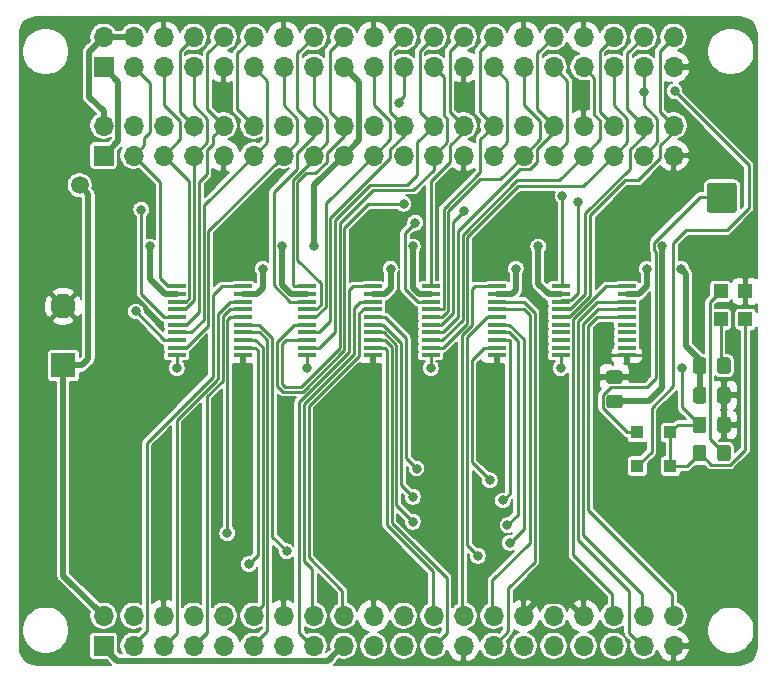
<source format=gbr>
G04 #@! TF.GenerationSoftware,KiCad,Pcbnew,5.1.6*
G04 #@! TF.CreationDate,2020-08-13T10:41:13+02:00*
G04 #@! TF.ProjectId,F010_rpi_logic_level_shifter_hat,46303130-5f72-4706-995f-6c6f6769635f,rev?*
G04 #@! TF.SameCoordinates,PXa52d280PY2b953a0*
G04 #@! TF.FileFunction,Copper,L1,Top*
G04 #@! TF.FilePolarity,Positive*
%FSLAX46Y46*%
G04 Gerber Fmt 4.6, Leading zero omitted, Abs format (unit mm)*
G04 Created by KiCad (PCBNEW 5.1.6) date 2020-08-13 10:41:13*
%MOMM*%
%LPD*%
G01*
G04 APERTURE LIST*
G04 #@! TA.AperFunction,SMDPad,CuDef*
%ADD10R,1.600000X0.300000*%
G04 #@! TD*
G04 #@! TA.AperFunction,SMDPad,CuDef*
%ADD11R,1.200000X1.200000*%
G04 #@! TD*
G04 #@! TA.AperFunction,SMDPad,CuDef*
%ADD12R,1.100000X1.100000*%
G04 #@! TD*
G04 #@! TA.AperFunction,ComponentPad*
%ADD13O,1.700000X1.700000*%
G04 #@! TD*
G04 #@! TA.AperFunction,ComponentPad*
%ADD14R,1.700000X1.700000*%
G04 #@! TD*
G04 #@! TA.AperFunction,ComponentPad*
%ADD15C,2.100000*%
G04 #@! TD*
G04 #@! TA.AperFunction,ComponentPad*
%ADD16R,2.100000X2.100000*%
G04 #@! TD*
G04 #@! TA.AperFunction,ViaPad*
%ADD17C,0.800000*%
G04 #@! TD*
G04 #@! TA.AperFunction,ViaPad*
%ADD18C,1.500000*%
G04 #@! TD*
G04 #@! TA.AperFunction,Conductor*
%ADD19C,0.500000*%
G04 #@! TD*
G04 #@! TA.AperFunction,Conductor*
%ADD20C,0.250000*%
G04 #@! TD*
G04 #@! TA.AperFunction,Conductor*
%ADD21C,0.200000*%
G04 #@! TD*
G04 APERTURE END LIST*
G04 #@! TO.P,J2,1*
G04 #@! TO.N,Net-(D1-Pad2)*
G04 #@! TA.AperFunction,ComponentPad*
G36*
G01*
X-2125000Y-13895001D02*
X-2125000Y-11844999D01*
G75*
G02*
X-1875001Y-11595000I249999J0D01*
G01*
X175001Y-11595000D01*
G75*
G02*
X425000Y-11844999I0J-249999D01*
G01*
X425000Y-13895001D01*
G75*
G02*
X175001Y-14145000I-249999J0D01*
G01*
X-1875001Y-14145000D01*
G75*
G02*
X-2125000Y-13895001I0J249999D01*
G01*
G37*
G04 #@! TD.AperFunction*
G04 #@! TD*
D10*
G04 #@! TO.P,U4,20*
G04 #@! TO.N,rpi5_36*
X-8900000Y-20375000D03*
G04 #@! TO.P,U4,19*
G04 #@! TO.N,+5V*
X-8900000Y-21025000D03*
G04 #@! TO.P,U4,18*
G04 #@! TO.N,rpi5_37*
X-8900000Y-21675000D03*
G04 #@! TO.P,U4,17*
G04 #@! TO.N,rpi5_38*
X-8900000Y-22325000D03*
G04 #@! TO.P,U4,16*
G04 #@! TO.N,rpi5_40*
X-8900000Y-22975000D03*
G04 #@! TO.P,U4,15*
G04 #@! TO.N,N/C*
X-8900000Y-23625000D03*
G04 #@! TO.P,U4,14*
X-8900000Y-24275000D03*
G04 #@! TO.P,U4,13*
X-8900000Y-24925000D03*
G04 #@! TO.P,U4,12*
X-8900000Y-25575000D03*
G04 #@! TO.P,U4,11*
G04 #@! TO.N,GND*
X-8900000Y-26225000D03*
G04 #@! TO.P,U4,10*
G04 #@! TO.N,EN*
X-14500000Y-26225000D03*
G04 #@! TO.P,U4,9*
G04 #@! TO.N,N/C*
X-14500000Y-25575000D03*
G04 #@! TO.P,U4,8*
X-14500000Y-24925000D03*
G04 #@! TO.P,U4,7*
X-14500000Y-24275000D03*
G04 #@! TO.P,U4,6*
X-14500000Y-23625000D03*
G04 #@! TO.P,U4,5*
G04 #@! TO.N,rpi_40*
X-14500000Y-22975000D03*
G04 #@! TO.P,U4,4*
G04 #@! TO.N,rpi_38*
X-14500000Y-22325000D03*
G04 #@! TO.P,U4,3*
G04 #@! TO.N,rpi_37*
X-14500000Y-21675000D03*
G04 #@! TO.P,U4,2*
G04 #@! TO.N,+3V3*
X-14500000Y-21025000D03*
G04 #@! TO.P,U4,1*
G04 #@! TO.N,rpi_36*
X-14500000Y-20375000D03*
G04 #@! TD*
G04 #@! TO.P,U3,20*
G04 #@! TO.N,rpi5_26*
X-19900000Y-20375000D03*
G04 #@! TO.P,U3,19*
G04 #@! TO.N,+5V*
X-19900000Y-21025000D03*
G04 #@! TO.P,U3,18*
G04 #@! TO.N,rpi5_27*
X-19900000Y-21675000D03*
G04 #@! TO.P,U3,17*
G04 #@! TO.N,rpi5_28*
X-19900000Y-22325000D03*
G04 #@! TO.P,U3,16*
G04 #@! TO.N,rpi5_29*
X-19900000Y-22975000D03*
G04 #@! TO.P,U3,15*
G04 #@! TO.N,rpi5_31*
X-19900000Y-23625000D03*
G04 #@! TO.P,U3,14*
G04 #@! TO.N,rpi5_32*
X-19900000Y-24275000D03*
G04 #@! TO.P,U3,13*
G04 #@! TO.N,rpi5_33*
X-19900000Y-24925000D03*
G04 #@! TO.P,U3,12*
G04 #@! TO.N,rpi5_35*
X-19900000Y-25575000D03*
G04 #@! TO.P,U3,11*
G04 #@! TO.N,GND*
X-19900000Y-26225000D03*
G04 #@! TO.P,U3,10*
G04 #@! TO.N,EN*
X-25500000Y-26225000D03*
G04 #@! TO.P,U3,9*
G04 #@! TO.N,rpi_35*
X-25500000Y-25575000D03*
G04 #@! TO.P,U3,8*
G04 #@! TO.N,rpi_33*
X-25500000Y-24925000D03*
G04 #@! TO.P,U3,7*
G04 #@! TO.N,rpi_32*
X-25500000Y-24275000D03*
G04 #@! TO.P,U3,6*
G04 #@! TO.N,rpi_31*
X-25500000Y-23625000D03*
G04 #@! TO.P,U3,5*
G04 #@! TO.N,rpi_29*
X-25500000Y-22975000D03*
G04 #@! TO.P,U3,4*
G04 #@! TO.N,rpi_28*
X-25500000Y-22325000D03*
G04 #@! TO.P,U3,3*
G04 #@! TO.N,rpi_27*
X-25500000Y-21675000D03*
G04 #@! TO.P,U3,2*
G04 #@! TO.N,+3V3*
X-25500000Y-21025000D03*
G04 #@! TO.P,U3,1*
G04 #@! TO.N,rpi_26*
X-25500000Y-20375000D03*
G04 #@! TD*
G04 #@! TO.P,U2,20*
G04 #@! TO.N,rpi5_15*
X-30400000Y-20375000D03*
G04 #@! TO.P,U2,19*
G04 #@! TO.N,+5V*
X-30400000Y-21025000D03*
G04 #@! TO.P,U2,18*
G04 #@! TO.N,rpi5_16*
X-30400000Y-21675000D03*
G04 #@! TO.P,U2,17*
G04 #@! TO.N,rpi5_18*
X-30400000Y-22325000D03*
G04 #@! TO.P,U2,16*
G04 #@! TO.N,rpi5_19*
X-30400000Y-22975000D03*
G04 #@! TO.P,U2,15*
G04 #@! TO.N,rpi5_21*
X-30400000Y-23625000D03*
G04 #@! TO.P,U2,14*
G04 #@! TO.N,rpi5_22*
X-30400000Y-24275000D03*
G04 #@! TO.P,U2,13*
G04 #@! TO.N,rpi5_23*
X-30400000Y-24925000D03*
G04 #@! TO.P,U2,12*
G04 #@! TO.N,rpi5_24*
X-30400000Y-25575000D03*
G04 #@! TO.P,U2,11*
G04 #@! TO.N,GND*
X-30400000Y-26225000D03*
G04 #@! TO.P,U2,10*
G04 #@! TO.N,EN*
X-36000000Y-26225000D03*
G04 #@! TO.P,U2,9*
G04 #@! TO.N,rpi_24*
X-36000000Y-25575000D03*
G04 #@! TO.P,U2,8*
G04 #@! TO.N,rpi_23*
X-36000000Y-24925000D03*
G04 #@! TO.P,U2,7*
G04 #@! TO.N,rpi_22*
X-36000000Y-24275000D03*
G04 #@! TO.P,U2,6*
G04 #@! TO.N,rpi_21*
X-36000000Y-23625000D03*
G04 #@! TO.P,U2,5*
G04 #@! TO.N,rpi_19*
X-36000000Y-22975000D03*
G04 #@! TO.P,U2,4*
G04 #@! TO.N,rpi_18*
X-36000000Y-22325000D03*
G04 #@! TO.P,U2,3*
G04 #@! TO.N,rpi_16*
X-36000000Y-21675000D03*
G04 #@! TO.P,U2,2*
G04 #@! TO.N,+3V3*
X-36000000Y-21025000D03*
G04 #@! TO.P,U2,1*
G04 #@! TO.N,rpi_15*
X-36000000Y-20375000D03*
G04 #@! TD*
G04 #@! TO.P,U1,20*
G04 #@! TO.N,rpi5_3*
X-41400000Y-20375000D03*
G04 #@! TO.P,U1,19*
G04 #@! TO.N,+5V*
X-41400000Y-21025000D03*
G04 #@! TO.P,U1,18*
G04 #@! TO.N,rpi5_5*
X-41400000Y-21675000D03*
G04 #@! TO.P,U1,17*
G04 #@! TO.N,rpi5_7*
X-41400000Y-22325000D03*
G04 #@! TO.P,U1,16*
G04 #@! TO.N,rpi5_8*
X-41400000Y-22975000D03*
G04 #@! TO.P,U1,15*
G04 #@! TO.N,rpi5_10*
X-41400000Y-23625000D03*
G04 #@! TO.P,U1,14*
G04 #@! TO.N,rpi5_11*
X-41400000Y-24275000D03*
G04 #@! TO.P,U1,13*
G04 #@! TO.N,rpi5_12*
X-41400000Y-24925000D03*
G04 #@! TO.P,U1,12*
G04 #@! TO.N,rpi5_13*
X-41400000Y-25575000D03*
G04 #@! TO.P,U1,11*
G04 #@! TO.N,GND*
X-41400000Y-26225000D03*
G04 #@! TO.P,U1,10*
G04 #@! TO.N,EN*
X-47000000Y-26225000D03*
G04 #@! TO.P,U1,9*
G04 #@! TO.N,rpi_13*
X-47000000Y-25575000D03*
G04 #@! TO.P,U1,8*
G04 #@! TO.N,rpi_12*
X-47000000Y-24925000D03*
G04 #@! TO.P,U1,7*
G04 #@! TO.N,rpi_11*
X-47000000Y-24275000D03*
G04 #@! TO.P,U1,6*
G04 #@! TO.N,rpi_10*
X-47000000Y-23625000D03*
G04 #@! TO.P,U1,5*
G04 #@! TO.N,rpi_8*
X-47000000Y-22975000D03*
G04 #@! TO.P,U1,4*
G04 #@! TO.N,rpi_7*
X-47000000Y-22325000D03*
G04 #@! TO.P,U1,3*
G04 #@! TO.N,rpi_5*
X-47000000Y-21675000D03*
G04 #@! TO.P,U1,2*
G04 #@! TO.N,+3V3*
X-47000000Y-21025000D03*
G04 #@! TO.P,U1,1*
G04 #@! TO.N,rpi_3*
X-47000000Y-20375000D03*
G04 #@! TD*
G04 #@! TO.P,R2,2*
G04 #@! TO.N,Net-(D3-Pad1)*
G04 #@! TA.AperFunction,SMDPad,CuDef*
G36*
G01*
X-1250000Y-34950001D02*
X-1250000Y-34049999D01*
G75*
G02*
X-1000001Y-33800000I249999J0D01*
G01*
X-349999Y-33800000D01*
G75*
G02*
X-100000Y-34049999I0J-249999D01*
G01*
X-100000Y-34950001D01*
G75*
G02*
X-349999Y-35200000I-249999J0D01*
G01*
X-1000001Y-35200000D01*
G75*
G02*
X-1250000Y-34950001I0J249999D01*
G01*
G37*
G04 #@! TD.AperFunction*
G04 #@! TO.P,R2,1*
G04 #@! TO.N,EN*
G04 #@! TA.AperFunction,SMDPad,CuDef*
G36*
G01*
X-3300000Y-34950001D02*
X-3300000Y-34049999D01*
G75*
G02*
X-3050001Y-33800000I249999J0D01*
G01*
X-2399999Y-33800000D01*
G75*
G02*
X-2150000Y-34049999I0J-249999D01*
G01*
X-2150000Y-34950001D01*
G75*
G02*
X-2399999Y-35200000I-249999J0D01*
G01*
X-3050001Y-35200000D01*
G75*
G02*
X-3300000Y-34950001I0J249999D01*
G01*
G37*
G04 #@! TD.AperFunction*
G04 #@! TD*
G04 #@! TO.P,C2,2*
G04 #@! TO.N,GND*
G04 #@! TA.AperFunction,SMDPad,CuDef*
G36*
G01*
X-1250000Y-30050001D02*
X-1250000Y-29149999D01*
G75*
G02*
X-1000001Y-28900000I249999J0D01*
G01*
X-349999Y-28900000D01*
G75*
G02*
X-100000Y-29149999I0J-249999D01*
G01*
X-100000Y-30050001D01*
G75*
G02*
X-349999Y-30300000I-249999J0D01*
G01*
X-1000001Y-30300000D01*
G75*
G02*
X-1250000Y-30050001I0J249999D01*
G01*
G37*
G04 #@! TD.AperFunction*
G04 #@! TO.P,C2,1*
G04 #@! TO.N,+5V*
G04 #@! TA.AperFunction,SMDPad,CuDef*
G36*
G01*
X-3300000Y-30050001D02*
X-3300000Y-29149999D01*
G75*
G02*
X-3050001Y-28900000I249999J0D01*
G01*
X-2399999Y-28900000D01*
G75*
G02*
X-2150000Y-29149999I0J-249999D01*
G01*
X-2150000Y-30050001D01*
G75*
G02*
X-2399999Y-30300000I-249999J0D01*
G01*
X-3050001Y-30300000D01*
G75*
G02*
X-3300000Y-30050001I0J249999D01*
G01*
G37*
G04 #@! TD.AperFunction*
G04 #@! TD*
G04 #@! TO.P,R3,2*
G04 #@! TO.N,GND*
G04 #@! TA.AperFunction,SMDPad,CuDef*
G36*
G01*
X-1250000Y-32550001D02*
X-1250000Y-31649999D01*
G75*
G02*
X-1000001Y-31400000I249999J0D01*
G01*
X-349999Y-31400000D01*
G75*
G02*
X-100000Y-31649999I0J-249999D01*
G01*
X-100000Y-32550001D01*
G75*
G02*
X-349999Y-32800000I-249999J0D01*
G01*
X-1000001Y-32800000D01*
G75*
G02*
X-1250000Y-32550001I0J249999D01*
G01*
G37*
G04 #@! TD.AperFunction*
G04 #@! TO.P,R3,1*
G04 #@! TO.N,EN*
G04 #@! TA.AperFunction,SMDPad,CuDef*
G36*
G01*
X-3300000Y-32550001D02*
X-3300000Y-31649999D01*
G75*
G02*
X-3050001Y-31400000I249999J0D01*
G01*
X-2399999Y-31400000D01*
G75*
G02*
X-2150000Y-31649999I0J-249999D01*
G01*
X-2150000Y-32550001D01*
G75*
G02*
X-2399999Y-32800000I-249999J0D01*
G01*
X-3050001Y-32800000D01*
G75*
G02*
X-3300000Y-32550001I0J249999D01*
G01*
G37*
G04 #@! TD.AperFunction*
G04 #@! TD*
D11*
G04 #@! TO.P,D3,1*
G04 #@! TO.N,Net-(D3-Pad1)*
X-950000Y-20800000D03*
G04 #@! TO.P,D3,2*
G04 #@! TO.N,GND*
X1150000Y-20800000D03*
G04 #@! TD*
D12*
G04 #@! TO.P,D1,2*
G04 #@! TO.N,Net-(D1-Pad2)*
X-8000000Y-32750000D03*
G04 #@! TO.P,D1,1*
G04 #@! TO.N,EN*
X-5200000Y-32750000D03*
G04 #@! TD*
G04 #@! TO.P,D2,2*
G04 #@! TO.N,rpi_37*
X-8000000Y-35600000D03*
G04 #@! TO.P,D2,1*
G04 #@! TO.N,EN*
X-5200000Y-35600000D03*
G04 #@! TD*
G04 #@! TO.P,R1,2*
G04 #@! TO.N,Net-(D4-Pad1)*
G04 #@! TA.AperFunction,SMDPad,CuDef*
G36*
G01*
X-1250000Y-27550001D02*
X-1250000Y-26649999D01*
G75*
G02*
X-1000001Y-26400000I249999J0D01*
G01*
X-349999Y-26400000D01*
G75*
G02*
X-100000Y-26649999I0J-249999D01*
G01*
X-100000Y-27550001D01*
G75*
G02*
X-349999Y-27800000I-249999J0D01*
G01*
X-1000001Y-27800000D01*
G75*
G02*
X-1250000Y-27550001I0J249999D01*
G01*
G37*
G04 #@! TD.AperFunction*
G04 #@! TO.P,R1,1*
G04 #@! TO.N,+5V*
G04 #@! TA.AperFunction,SMDPad,CuDef*
G36*
G01*
X-3300000Y-27550001D02*
X-3300000Y-26649999D01*
G75*
G02*
X-3050001Y-26400000I249999J0D01*
G01*
X-2399999Y-26400000D01*
G75*
G02*
X-2150000Y-26649999I0J-249999D01*
G01*
X-2150000Y-27550001D01*
G75*
G02*
X-2399999Y-27800000I-249999J0D01*
G01*
X-3050001Y-27800000D01*
G75*
G02*
X-3300000Y-27550001I0J249999D01*
G01*
G37*
G04 #@! TD.AperFunction*
G04 #@! TD*
D11*
G04 #@! TO.P,D4,1*
G04 #@! TO.N,Net-(D4-Pad1)*
X-950000Y-23175000D03*
G04 #@! TO.P,D4,2*
G04 #@! TO.N,EN*
X1150000Y-23175000D03*
G04 #@! TD*
D13*
G04 #@! TO.P,J4,40*
G04 #@! TO.N,rpi_40*
X-4940000Y-6760000D03*
G04 #@! TO.P,J4,39*
G04 #@! TO.N,GND*
X-4940000Y-9300000D03*
G04 #@! TO.P,J4,38*
G04 #@! TO.N,rpi_38*
X-7480000Y-6760000D03*
G04 #@! TO.P,J4,37*
G04 #@! TO.N,rpi_37*
X-7480000Y-9300000D03*
G04 #@! TO.P,J4,36*
G04 #@! TO.N,rpi_36*
X-10020000Y-6760000D03*
G04 #@! TO.P,J4,35*
G04 #@! TO.N,rpi_35*
X-10020000Y-9300000D03*
G04 #@! TO.P,J4,34*
G04 #@! TO.N,GND*
X-12560000Y-6760000D03*
G04 #@! TO.P,J4,33*
G04 #@! TO.N,rpi_33*
X-12560000Y-9300000D03*
G04 #@! TO.P,J4,32*
G04 #@! TO.N,rpi_32*
X-15100000Y-6760000D03*
G04 #@! TO.P,J4,31*
G04 #@! TO.N,rpi_31*
X-15100000Y-9300000D03*
G04 #@! TO.P,J4,30*
G04 #@! TO.N,GND*
X-17640000Y-6760000D03*
G04 #@! TO.P,J4,29*
G04 #@! TO.N,rpi_29*
X-17640000Y-9300000D03*
G04 #@! TO.P,J4,28*
G04 #@! TO.N,rpi_28*
X-20180000Y-6760000D03*
G04 #@! TO.P,J4,27*
G04 #@! TO.N,rpi_27*
X-20180000Y-9300000D03*
G04 #@! TO.P,J4,26*
G04 #@! TO.N,rpi_26*
X-22720000Y-6760000D03*
G04 #@! TO.P,J4,25*
G04 #@! TO.N,GND*
X-22720000Y-9300000D03*
G04 #@! TO.P,J4,24*
G04 #@! TO.N,rpi_24*
X-25260000Y-6760000D03*
G04 #@! TO.P,J4,23*
G04 #@! TO.N,rpi_23*
X-25260000Y-9300000D03*
G04 #@! TO.P,J4,22*
G04 #@! TO.N,rpi_22*
X-27800000Y-6760000D03*
G04 #@! TO.P,J4,21*
G04 #@! TO.N,rpi_21*
X-27800000Y-9300000D03*
G04 #@! TO.P,J4,20*
G04 #@! TO.N,GND*
X-30340000Y-6760000D03*
G04 #@! TO.P,J4,19*
G04 #@! TO.N,rpi_19*
X-30340000Y-9300000D03*
G04 #@! TO.P,J4,18*
G04 #@! TO.N,rpi_18*
X-32880000Y-6760000D03*
G04 #@! TO.P,J4,17*
G04 #@! TO.N,+3V3*
X-32880000Y-9300000D03*
G04 #@! TO.P,J4,16*
G04 #@! TO.N,rpi_16*
X-35420000Y-6760000D03*
G04 #@! TO.P,J4,15*
G04 #@! TO.N,rpi_15*
X-35420000Y-9300000D03*
G04 #@! TO.P,J4,14*
G04 #@! TO.N,GND*
X-37960000Y-6760000D03*
G04 #@! TO.P,J4,13*
G04 #@! TO.N,rpi_13*
X-37960000Y-9300000D03*
G04 #@! TO.P,J4,12*
G04 #@! TO.N,rpi_12*
X-40500000Y-6760000D03*
G04 #@! TO.P,J4,11*
G04 #@! TO.N,rpi_11*
X-40500000Y-9300000D03*
G04 #@! TO.P,J4,10*
G04 #@! TO.N,rpi_10*
X-43040000Y-6760000D03*
G04 #@! TO.P,J4,9*
G04 #@! TO.N,GND*
X-43040000Y-9300000D03*
G04 #@! TO.P,J4,8*
G04 #@! TO.N,rpi_8*
X-45580000Y-6760000D03*
G04 #@! TO.P,J4,7*
G04 #@! TO.N,rpi_7*
X-45580000Y-9300000D03*
G04 #@! TO.P,J4,6*
G04 #@! TO.N,GND*
X-48120000Y-6760000D03*
G04 #@! TO.P,J4,5*
G04 #@! TO.N,rpi_5*
X-48120000Y-9300000D03*
G04 #@! TO.P,J4,4*
G04 #@! TO.N,+5V*
X-50660000Y-6760000D03*
G04 #@! TO.P,J4,3*
G04 #@! TO.N,rpi_3*
X-50660000Y-9300000D03*
G04 #@! TO.P,J4,2*
G04 #@! TO.N,+5V*
X-53200000Y-6760000D03*
D14*
G04 #@! TO.P,J4,1*
G04 #@! TO.N,+3V3*
X-53200000Y-9300000D03*
G04 #@! TD*
D13*
G04 #@! TO.P,J5,40*
G04 #@! TO.N,rpi5_40*
X-4940000Y-48270000D03*
G04 #@! TO.P,J5,39*
G04 #@! TO.N,GND*
X-4940000Y-50810000D03*
G04 #@! TO.P,J5,38*
G04 #@! TO.N,rpi5_38*
X-7480000Y-48270000D03*
G04 #@! TO.P,J5,37*
G04 #@! TO.N,rpi5_37*
X-7480000Y-50810000D03*
G04 #@! TO.P,J5,36*
G04 #@! TO.N,rpi5_36*
X-10020000Y-48270000D03*
G04 #@! TO.P,J5,35*
G04 #@! TO.N,rpi5_35*
X-10020000Y-50810000D03*
G04 #@! TO.P,J5,34*
G04 #@! TO.N,GND*
X-12560000Y-48270000D03*
G04 #@! TO.P,J5,33*
G04 #@! TO.N,rpi5_33*
X-12560000Y-50810000D03*
G04 #@! TO.P,J5,32*
G04 #@! TO.N,rpi5_32*
X-15100000Y-48270000D03*
G04 #@! TO.P,J5,31*
G04 #@! TO.N,rpi5_31*
X-15100000Y-50810000D03*
G04 #@! TO.P,J5,30*
G04 #@! TO.N,GND*
X-17640000Y-48270000D03*
G04 #@! TO.P,J5,29*
G04 #@! TO.N,rpi5_29*
X-17640000Y-50810000D03*
G04 #@! TO.P,J5,28*
G04 #@! TO.N,rpi5_28*
X-20180000Y-48270000D03*
G04 #@! TO.P,J5,27*
G04 #@! TO.N,rpi5_27*
X-20180000Y-50810000D03*
G04 #@! TO.P,J5,26*
G04 #@! TO.N,rpi5_26*
X-22720000Y-48270000D03*
G04 #@! TO.P,J5,25*
G04 #@! TO.N,GND*
X-22720000Y-50810000D03*
G04 #@! TO.P,J5,24*
G04 #@! TO.N,rpi5_24*
X-25260000Y-48270000D03*
G04 #@! TO.P,J5,23*
G04 #@! TO.N,rpi5_23*
X-25260000Y-50810000D03*
G04 #@! TO.P,J5,22*
G04 #@! TO.N,rpi5_22*
X-27800000Y-48270000D03*
G04 #@! TO.P,J5,21*
G04 #@! TO.N,rpi5_21*
X-27800000Y-50810000D03*
G04 #@! TO.P,J5,20*
G04 #@! TO.N,GND*
X-30340000Y-48270000D03*
G04 #@! TO.P,J5,19*
G04 #@! TO.N,rpi5_19*
X-30340000Y-50810000D03*
G04 #@! TO.P,J5,18*
G04 #@! TO.N,rpi5_18*
X-32880000Y-48270000D03*
G04 #@! TO.P,J5,17*
G04 #@! TO.N,+5V*
X-32880000Y-50810000D03*
G04 #@! TO.P,J5,16*
G04 #@! TO.N,rpi5_16*
X-35420000Y-48270000D03*
G04 #@! TO.P,J5,15*
G04 #@! TO.N,rpi5_15*
X-35420000Y-50810000D03*
G04 #@! TO.P,J5,14*
G04 #@! TO.N,GND*
X-37960000Y-48270000D03*
G04 #@! TO.P,J5,13*
G04 #@! TO.N,rpi5_13*
X-37960000Y-50810000D03*
G04 #@! TO.P,J5,12*
G04 #@! TO.N,rpi5_12*
X-40500000Y-48270000D03*
G04 #@! TO.P,J5,11*
G04 #@! TO.N,rpi5_11*
X-40500000Y-50810000D03*
G04 #@! TO.P,J5,10*
G04 #@! TO.N,rpi5_10*
X-43040000Y-48270000D03*
G04 #@! TO.P,J5,9*
G04 #@! TO.N,GND*
X-43040000Y-50810000D03*
G04 #@! TO.P,J5,8*
G04 #@! TO.N,rpi5_8*
X-45580000Y-48270000D03*
G04 #@! TO.P,J5,7*
G04 #@! TO.N,rpi5_7*
X-45580000Y-50810000D03*
G04 #@! TO.P,J5,6*
G04 #@! TO.N,GND*
X-48120000Y-48270000D03*
G04 #@! TO.P,J5,5*
G04 #@! TO.N,rpi5_5*
X-48120000Y-50810000D03*
G04 #@! TO.P,J5,4*
G04 #@! TO.N,+5V*
X-50660000Y-48270000D03*
G04 #@! TO.P,J5,3*
G04 #@! TO.N,rpi5_3*
X-50660000Y-50810000D03*
G04 #@! TO.P,J5,2*
G04 #@! TO.N,+5V*
X-53200000Y-48270000D03*
D14*
G04 #@! TO.P,J5,1*
X-53200000Y-50810000D03*
G04 #@! TD*
D13*
G04 #@! TO.P,J1,40*
G04 #@! TO.N,rpi_40*
X-4940000Y740000D03*
G04 #@! TO.P,J1,39*
G04 #@! TO.N,GND*
X-4940000Y-1800000D03*
G04 #@! TO.P,J1,38*
G04 #@! TO.N,rpi_38*
X-7480000Y740000D03*
G04 #@! TO.P,J1,37*
G04 #@! TO.N,rpi_37*
X-7480000Y-1800000D03*
G04 #@! TO.P,J1,36*
G04 #@! TO.N,rpi_36*
X-10020000Y740000D03*
G04 #@! TO.P,J1,35*
G04 #@! TO.N,rpi_35*
X-10020000Y-1800000D03*
G04 #@! TO.P,J1,34*
G04 #@! TO.N,GND*
X-12560000Y740000D03*
G04 #@! TO.P,J1,33*
G04 #@! TO.N,rpi_33*
X-12560000Y-1800000D03*
G04 #@! TO.P,J1,32*
G04 #@! TO.N,rpi_32*
X-15100000Y740000D03*
G04 #@! TO.P,J1,31*
G04 #@! TO.N,rpi_31*
X-15100000Y-1800000D03*
G04 #@! TO.P,J1,30*
G04 #@! TO.N,GND*
X-17640000Y740000D03*
G04 #@! TO.P,J1,29*
G04 #@! TO.N,rpi_29*
X-17640000Y-1800000D03*
G04 #@! TO.P,J1,28*
G04 #@! TO.N,rpi_28*
X-20180000Y740000D03*
G04 #@! TO.P,J1,27*
G04 #@! TO.N,rpi_27*
X-20180000Y-1800000D03*
G04 #@! TO.P,J1,26*
G04 #@! TO.N,rpi_26*
X-22720000Y740000D03*
G04 #@! TO.P,J1,25*
G04 #@! TO.N,GND*
X-22720000Y-1800000D03*
G04 #@! TO.P,J1,24*
G04 #@! TO.N,rpi_24*
X-25260000Y740000D03*
G04 #@! TO.P,J1,23*
G04 #@! TO.N,rpi_23*
X-25260000Y-1800000D03*
G04 #@! TO.P,J1,22*
G04 #@! TO.N,rpi_22*
X-27800000Y740000D03*
G04 #@! TO.P,J1,21*
G04 #@! TO.N,rpi_21*
X-27800000Y-1800000D03*
G04 #@! TO.P,J1,20*
G04 #@! TO.N,GND*
X-30340000Y740000D03*
G04 #@! TO.P,J1,19*
G04 #@! TO.N,rpi_19*
X-30340000Y-1800000D03*
G04 #@! TO.P,J1,18*
G04 #@! TO.N,rpi_18*
X-32880000Y740000D03*
G04 #@! TO.P,J1,17*
G04 #@! TO.N,+3V3*
X-32880000Y-1800000D03*
G04 #@! TO.P,J1,16*
G04 #@! TO.N,rpi_16*
X-35420000Y740000D03*
G04 #@! TO.P,J1,15*
G04 #@! TO.N,rpi_15*
X-35420000Y-1800000D03*
G04 #@! TO.P,J1,14*
G04 #@! TO.N,GND*
X-37960000Y740000D03*
G04 #@! TO.P,J1,13*
G04 #@! TO.N,rpi_13*
X-37960000Y-1800000D03*
G04 #@! TO.P,J1,12*
G04 #@! TO.N,rpi_12*
X-40500000Y740000D03*
G04 #@! TO.P,J1,11*
G04 #@! TO.N,rpi_11*
X-40500000Y-1800000D03*
G04 #@! TO.P,J1,10*
G04 #@! TO.N,rpi_10*
X-43040000Y740000D03*
G04 #@! TO.P,J1,9*
G04 #@! TO.N,GND*
X-43040000Y-1800000D03*
G04 #@! TO.P,J1,8*
G04 #@! TO.N,rpi_8*
X-45580000Y740000D03*
G04 #@! TO.P,J1,7*
G04 #@! TO.N,rpi_7*
X-45580000Y-1800000D03*
G04 #@! TO.P,J1,6*
G04 #@! TO.N,GND*
X-48120000Y740000D03*
G04 #@! TO.P,J1,5*
G04 #@! TO.N,rpi_5*
X-48120000Y-1800000D03*
G04 #@! TO.P,J1,4*
G04 #@! TO.N,+5V*
X-50660000Y740000D03*
G04 #@! TO.P,J1,3*
G04 #@! TO.N,rpi_3*
X-50660000Y-1800000D03*
G04 #@! TO.P,J1,2*
G04 #@! TO.N,+5V*
X-53200000Y740000D03*
D14*
G04 #@! TO.P,J1,1*
G04 #@! TO.N,+3V3*
X-53200000Y-1800000D03*
G04 #@! TD*
D15*
G04 #@! TO.P,J3,2*
G04 #@! TO.N,GND*
X-56600000Y-22075000D03*
D16*
G04 #@! TO.P,J3,1*
G04 #@! TO.N,+5V*
X-56600000Y-27075000D03*
G04 #@! TD*
G04 #@! TO.P,C1,2*
G04 #@! TO.N,GND*
G04 #@! TA.AperFunction,SMDPad,CuDef*
G36*
G01*
X-9499999Y-28650000D02*
X-10400001Y-28650000D01*
G75*
G02*
X-10650000Y-28400001I0J249999D01*
G01*
X-10650000Y-27749999D01*
G75*
G02*
X-10400001Y-27500000I249999J0D01*
G01*
X-9499999Y-27500000D01*
G75*
G02*
X-9250000Y-27749999I0J-249999D01*
G01*
X-9250000Y-28400001D01*
G75*
G02*
X-9499999Y-28650000I-249999J0D01*
G01*
G37*
G04 #@! TD.AperFunction*
G04 #@! TO.P,C1,1*
G04 #@! TO.N,+3V3*
G04 #@! TA.AperFunction,SMDPad,CuDef*
G36*
G01*
X-9499999Y-30700000D02*
X-10400001Y-30700000D01*
G75*
G02*
X-10650000Y-30450001I0J249999D01*
G01*
X-10650000Y-29799999D01*
G75*
G02*
X-10400001Y-29550000I249999J0D01*
G01*
X-9499999Y-29550000D01*
G75*
G02*
X-9250000Y-29799999I0J-249999D01*
G01*
X-9250000Y-30450001D01*
G75*
G02*
X-9499999Y-30700000I-249999J0D01*
G01*
G37*
G04 #@! TD.AperFunction*
G04 #@! TD*
D17*
G04 #@! TO.N,GND*
X-10900000Y-24750000D03*
X-20500000Y-28950000D03*
X-41450000Y-28750000D03*
X-31200000Y-28650000D03*
X-26700000Y-31410000D03*
X-37640000Y-35880000D03*
X-45790000Y-35880000D03*
X-39590000Y-13060000D03*
X-29230000Y-14610000D03*
G04 #@! TO.N,rpi_37*
X-13000000Y-13200000D03*
X-4850000Y-3850000D03*
X-7480000Y-3880000D03*
G04 #@! TO.N,rpi_36*
X-14347499Y-12752501D03*
G04 #@! TO.N,rpi_31*
X-22700000Y-14000000D03*
G04 #@! TO.N,rpi_27*
X-26800000Y-15000000D03*
G04 #@! TO.N,rpi_21*
X-28200000Y-4850000D03*
X-27800000Y-13400000D03*
G04 #@! TO.N,+3V3*
X-49300000Y-17000000D03*
X-38100000Y-17000000D03*
X-27000000Y-17000000D03*
X-16400000Y-17000000D03*
X-5900000Y-17000000D03*
X-35400000Y-17000000D03*
G04 #@! TO.N,rpi_12*
X-50475000Y-22500000D03*
G04 #@! TO.N,rpi_8*
X-50000000Y-13900000D03*
D18*
G04 #@! TO.N,+5V*
X-55225000Y-11800000D03*
D17*
X-7200000Y-18900000D03*
X-18300000Y-18900000D03*
X-28900000Y-18900000D03*
X-39700000Y-18900000D03*
X-4300000Y-18900000D03*
G04 #@! TO.N,rpi5_35*
X-20500000Y-36800000D03*
G04 #@! TO.N,rpi5_33*
X-19400000Y-38500000D03*
G04 #@! TO.N,rpi5_32*
X-19000000Y-40600000D03*
G04 #@! TO.N,rpi5_31*
X-18800000Y-42100000D03*
G04 #@! TO.N,rpi5_29*
X-21500000Y-43200000D03*
G04 #@! TO.N,rpi5_22*
X-27000000Y-40300000D03*
G04 #@! TO.N,rpi5_21*
X-27000000Y-38200000D03*
G04 #@! TO.N,rpi5_19*
X-26700000Y-35800000D03*
G04 #@! TO.N,rpi5_13*
X-40900000Y-43900000D03*
G04 #@! TO.N,rpi5_10*
X-37700000Y-42800000D03*
G04 #@! TO.N,rpi5_8*
X-42724919Y-41275081D03*
G04 #@! TO.N,EN*
X-25500000Y-27300000D03*
X-14500000Y-27300000D03*
X-47000000Y-27300000D03*
X-36000000Y-27300000D03*
X-4200000Y-27300000D03*
G04 #@! TD*
D19*
G04 #@! TO.N,GND*
X-13910001Y-47019999D02*
X-12660000Y-48270000D01*
X-16489999Y-47019999D02*
X-13910001Y-47019999D01*
X-17740000Y-48270000D02*
X-16489999Y-47019999D01*
D20*
G04 #@! TO.N,rpi_40*
X-6115001Y-5584999D02*
X-4940000Y-6760000D01*
X-6115001Y-435001D02*
X-6115001Y-5584999D01*
X-4940000Y740000D02*
X-6115001Y-435001D01*
X-13789299Y-22975000D02*
X-11999990Y-21185691D01*
X-14500000Y-22975000D02*
X-13789299Y-22975000D01*
X-11999990Y-21185691D02*
X-11999990Y-14365688D01*
X-11999990Y-14365688D02*
X-9034302Y-11400000D01*
X-4940000Y-7325699D02*
X-4940000Y-6760000D01*
X-6065001Y-8450700D02*
X-4940000Y-7325699D01*
X-6065001Y-9550003D02*
X-6065001Y-8450700D01*
X-7914998Y-11400000D02*
X-6065001Y-9550003D01*
X-9034302Y-11400000D02*
X-7914998Y-11400000D01*
G04 #@! TO.N,rpi_38*
X-8844999Y-5395001D02*
X-7480000Y-6760000D01*
X-8844999Y-624999D02*
X-8844999Y-5395001D01*
X-7480000Y740000D02*
X-8844999Y-624999D01*
X-8605001Y-8759999D02*
X-8605001Y-10405001D01*
X-7480000Y-7634998D02*
X-8605001Y-8759999D01*
X-7480000Y-6760000D02*
X-7480000Y-7634998D01*
X-8605001Y-10405001D02*
X-12400000Y-14200000D01*
X-13704998Y-22325000D02*
X-14500000Y-22325000D01*
X-12400000Y-21020002D02*
X-13704998Y-22325000D01*
X-12400000Y-14200000D02*
X-12400000Y-21020002D01*
G04 #@! TO.N,rpi_37*
X-7480000Y-5020998D02*
X-6304999Y-6195999D01*
X-6304999Y-8124999D02*
X-7480000Y-9300000D01*
X-6304999Y-6195999D02*
X-6304999Y-8124999D01*
X-7480000Y-1800000D02*
X-7480000Y-3880000D01*
X-13580008Y-21550010D02*
X-13000000Y-20970002D01*
X-14450010Y-21550010D02*
X-13580008Y-21550010D01*
X-14500000Y-21600000D02*
X-14450010Y-21550010D01*
X-14500000Y-21675000D02*
X-14500000Y-21600000D01*
X-13000000Y-20970002D02*
X-13000000Y-13200000D01*
X-4850000Y-3850000D02*
X-4850000Y-3850000D01*
X-7480000Y-3880000D02*
X-7480000Y-5020998D01*
X-446695Y-15641697D02*
X1425001Y-13770001D01*
X1425001Y-10125001D02*
X-4850000Y-3850000D01*
X1425001Y-13770001D02*
X1425001Y-10125001D01*
X-3908303Y-15641697D02*
X-446695Y-15641697D01*
X-4975001Y-16708395D02*
X-3908303Y-15641697D01*
X-4975001Y-28842477D02*
X-4975001Y-16708395D01*
X-6782533Y-34382533D02*
X-6782533Y-30650009D01*
X-6782533Y-30650009D02*
X-4975001Y-28842477D01*
X-8000000Y-35600000D02*
X-6782533Y-34382533D01*
G04 #@! TO.N,rpi_36*
X-11195001Y-5584999D02*
X-10020000Y-6760000D01*
X-11195001Y-435001D02*
X-11195001Y-5584999D01*
X-10020000Y740000D02*
X-11195001Y-435001D01*
X-14347499Y-20222499D02*
X-14500000Y-20375000D01*
X-14347499Y-12752501D02*
X-14347499Y-20222499D01*
G04 #@! TO.N,rpi_35*
X-8844999Y-6195999D02*
X-8844999Y-8124999D01*
X-8844999Y-8124999D02*
X-10020000Y-9300000D01*
X-10020000Y-5020998D02*
X-8844999Y-6195999D01*
X-10020000Y-1800000D02*
X-10020000Y-5020998D01*
X-12620000Y-11900000D02*
X-10020000Y-9300000D01*
X-18134302Y-11900000D02*
X-12620000Y-11900000D01*
X-22399950Y-16165648D02*
X-18134302Y-11900000D01*
X-22399950Y-23524950D02*
X-22399950Y-16165648D01*
X-24450000Y-25575000D02*
X-22399950Y-23524950D01*
X-25500000Y-25575000D02*
X-24450000Y-25575000D01*
G04 #@! TO.N,rpi_33*
X-11200000Y-7940000D02*
X-12560000Y-9300000D01*
X-11200000Y-6300000D02*
X-11200000Y-7940000D01*
X-11645011Y-2714989D02*
X-11645011Y-5854989D01*
X-11645011Y-5854989D02*
X-11200000Y-6300000D01*
X-12560000Y-1800000D02*
X-11645011Y-2714989D01*
X-24534301Y-24925000D02*
X-22800000Y-23190699D01*
X-25500000Y-24925000D02*
X-24534301Y-24925000D01*
X-22800000Y-22937796D02*
X-22799960Y-22937756D01*
X-22800000Y-23190699D02*
X-22800000Y-22937796D01*
X-22799960Y-22937756D02*
X-22799960Y-15999960D01*
X-22799960Y-15999960D02*
X-18200000Y-11400000D01*
X-14660000Y-11400000D02*
X-12560000Y-9300000D01*
X-18200000Y-11400000D02*
X-14660000Y-11400000D01*
G04 #@! TO.N,rpi_32*
X-16464999Y-624999D02*
X-16464999Y-5395001D01*
X-16464999Y-5395001D02*
X-15100000Y-6760000D01*
X-15100000Y740000D02*
X-16464999Y-624999D01*
X-15100000Y-6760000D02*
X-15160000Y-6760000D01*
X-23599980Y-23424980D02*
X-24450000Y-24275000D01*
X-24450000Y-24275000D02*
X-25500000Y-24275000D01*
X-15100000Y-7345000D02*
X-16514999Y-8759999D01*
X-15100000Y-6760000D02*
X-15100000Y-7345000D01*
X-23599980Y-23424980D02*
X-23599980Y-23399980D01*
X-23599980Y-23399980D02*
X-23200000Y-23000000D01*
X-23200000Y-22772097D02*
X-23199970Y-22772067D01*
X-23200000Y-23000000D02*
X-23200000Y-22772097D01*
X-23199970Y-22772067D02*
X-23199970Y-15699970D01*
X-17125001Y-10425001D02*
X-16514999Y-9814999D01*
X-17925001Y-10425001D02*
X-17125001Y-10425001D01*
X-23199970Y-15699970D02*
X-17925001Y-10425001D01*
X-16514999Y-9814999D02*
X-16514999Y-9840001D01*
X-16514999Y-8759999D02*
X-16514999Y-9814999D01*
G04 #@! TO.N,rpi_31*
X-13924999Y-8124999D02*
X-15100000Y-9300000D01*
X-13924999Y-2975001D02*
X-13924999Y-8124999D01*
X-15100000Y-1800000D02*
X-13924999Y-2975001D01*
X-24618603Y-23625000D02*
X-23599980Y-22606378D01*
X-25500000Y-23625000D02*
X-24618603Y-23625000D01*
X-23599980Y-22606378D02*
X-23599980Y-14899980D01*
X-23599980Y-14899980D02*
X-22700000Y-14000000D01*
G04 #@! TO.N,rpi_29*
X-16275001Y-7935001D02*
X-17640000Y-9300000D01*
X-16275001Y-6385997D02*
X-16275001Y-7935001D01*
X-17640000Y-5020998D02*
X-16275001Y-6385997D01*
X-17640000Y-1800000D02*
X-17640000Y-5020998D01*
X-17640000Y-9300000D02*
X-19640000Y-11300000D01*
X-19640000Y-11300000D02*
X-21334302Y-11300000D01*
X-21334302Y-11300000D02*
X-23999990Y-13965688D01*
X-24534301Y-22975000D02*
X-25500000Y-22975000D01*
X-23999990Y-22440689D02*
X-24534301Y-22975000D01*
X-23999990Y-13965688D02*
X-23999990Y-22440689D01*
G04 #@! TO.N,rpi_28*
X-21355001Y-5584999D02*
X-20180000Y-6760000D01*
X-21355001Y-435001D02*
X-21355001Y-5584999D01*
X-20180000Y740000D02*
X-21355001Y-435001D01*
X-24400000Y-22275000D02*
X-24450000Y-22325000D01*
X-21305001Y-10705001D02*
X-24400000Y-13800000D01*
X-24450000Y-22325000D02*
X-25500000Y-22325000D01*
X-24400000Y-13800000D02*
X-24400000Y-22275000D01*
X-21305001Y-7885001D02*
X-21305001Y-10705001D01*
X-20180000Y-6760000D02*
X-21305001Y-7885001D01*
G04 #@! TO.N,rpi_27*
X-19004999Y-8124999D02*
X-20180000Y-9300000D01*
X-19004999Y-2975001D02*
X-19004999Y-8124999D01*
X-20180000Y-1800000D02*
X-19004999Y-2975001D01*
X-27675001Y-20612477D02*
X-27675001Y-15875001D01*
X-26612478Y-21675000D02*
X-27675001Y-20612477D01*
X-25500000Y-21675000D02*
X-26612478Y-21675000D01*
X-27675001Y-15875001D02*
X-26800000Y-15000000D01*
G04 #@! TO.N,rpi_26*
X-23895001Y-5584999D02*
X-22720000Y-6760000D01*
X-23895001Y-435001D02*
X-23895001Y-5584999D01*
X-22720000Y740000D02*
X-23895001Y-435001D01*
X-22720000Y-6760000D02*
X-23634989Y-5845011D01*
X-22720000Y-6760000D02*
X-22720000Y-7345000D01*
X-22720000Y-7325699D02*
X-22720000Y-6760000D01*
X-23845001Y-9840001D02*
X-23845001Y-8450700D01*
X-25500000Y-11495000D02*
X-23845001Y-9840001D01*
X-23845001Y-8450700D02*
X-22720000Y-7325699D01*
X-25500000Y-20375000D02*
X-25500000Y-11495000D01*
G04 #@! TO.N,rpi_24*
X-26435001Y-5584999D02*
X-25260000Y-6760000D01*
X-26435001Y-435001D02*
X-26435001Y-5584999D01*
X-25260000Y740000D02*
X-26435001Y-435001D01*
X-26674999Y-10974001D02*
X-27500998Y-11800000D01*
X-26674999Y-8174999D02*
X-26674999Y-10974001D01*
X-25260000Y-6760000D02*
X-26674999Y-8174999D01*
X-27500998Y-11800000D02*
X-30634302Y-11800000D01*
X-33599970Y-24224970D02*
X-34950000Y-25575000D01*
X-33599970Y-14765668D02*
X-33599970Y-24224970D01*
X-34950000Y-25575000D02*
X-36000000Y-25575000D01*
X-30634302Y-11800000D02*
X-33599970Y-14765668D01*
G04 #@! TO.N,rpi_23*
X-24084999Y-8124999D02*
X-25260000Y-9300000D01*
X-24410001Y-5870997D02*
X-24084999Y-6195999D01*
X-24084999Y-6195999D02*
X-24084999Y-8124999D01*
X-24410001Y-2649999D02*
X-24410001Y-5870997D01*
X-25260000Y-1800000D02*
X-24410001Y-2649999D01*
X-37784302Y-24925000D02*
X-36000000Y-24925000D01*
X-37834302Y-28900000D02*
X-38124970Y-28609332D01*
X-36499999Y-28900000D02*
X-37834302Y-28900000D01*
X-33199960Y-14999960D02*
X-33199960Y-25599960D01*
X-38124970Y-28609332D02*
X-38124970Y-25265668D01*
X-30400010Y-12200010D02*
X-33199960Y-14999960D01*
X-33199960Y-25599960D02*
X-36499999Y-28900000D01*
X-26957929Y-12200010D02*
X-30400010Y-12200010D01*
X-25260000Y-10502081D02*
X-26957929Y-12200010D01*
X-38124970Y-25265668D02*
X-37784302Y-24925000D01*
X-25260000Y-9300000D02*
X-25260000Y-10502081D01*
G04 #@! TO.N,rpi_22*
X-28975001Y-5584999D02*
X-27800000Y-6760000D01*
X-28975001Y-435001D02*
X-28975001Y-5584999D01*
X-27800000Y740000D02*
X-28975001Y-435001D01*
X-28925001Y-8759999D02*
X-28925001Y-9525001D01*
X-27800000Y-7634998D02*
X-28925001Y-8759999D01*
X-28925001Y-9525001D02*
X-33999980Y-14599980D01*
X-27800000Y-6760000D02*
X-27800000Y-7634998D01*
X-34950000Y-24275000D02*
X-36000000Y-24275000D01*
X-33999980Y-23324980D02*
X-34950000Y-24275000D01*
X-33999980Y-14599980D02*
X-33999980Y-23324980D01*
G04 #@! TO.N,rpi_21*
X-27800000Y-1800000D02*
X-27800000Y-4250000D01*
X-27800000Y-4250000D02*
X-28200000Y-4650000D01*
X-28200000Y-4650000D02*
X-28200000Y-4850000D01*
X-37050000Y-23625000D02*
X-36000000Y-23625000D01*
X-38524980Y-28775020D02*
X-38524980Y-25099980D01*
X-38000000Y-29300000D02*
X-38524980Y-28775020D01*
X-32799950Y-25765649D02*
X-36334300Y-29300000D01*
X-38524980Y-25099980D02*
X-37050000Y-23625000D01*
X-36334300Y-29300000D02*
X-38000000Y-29300000D01*
X-32799950Y-15399950D02*
X-32799950Y-25765649D01*
X-30800000Y-13400000D02*
X-32799950Y-15399950D01*
X-27800000Y-13400000D02*
X-30800000Y-13400000D01*
G04 #@! TO.N,rpi_19*
X-28975001Y-7935001D02*
X-30340000Y-9300000D01*
X-28975001Y-6385997D02*
X-28975001Y-7935001D01*
X-30340000Y-5020998D02*
X-28975001Y-6385997D01*
X-30340000Y-1800000D02*
X-30340000Y-5020998D01*
X-30340000Y-9300000D02*
X-34399990Y-13359990D01*
X-34399990Y-22085691D02*
X-35289299Y-22975000D01*
X-35289299Y-22975000D02*
X-36000000Y-22975000D01*
X-34399990Y-13359990D02*
X-34399990Y-22085691D01*
G04 #@! TO.N,rpi_18*
X-34055001Y-5584999D02*
X-32880000Y-6760000D01*
X-34055001Y-435001D02*
X-34055001Y-5584999D01*
X-32880000Y740000D02*
X-34055001Y-435001D01*
X-34294999Y-9840001D02*
X-34294999Y-9049997D01*
X-34294999Y-9049997D02*
X-32880000Y-7634998D01*
X-35254998Y-10800000D02*
X-34294999Y-9840001D01*
X-32880000Y-7634998D02*
X-32880000Y-6760000D01*
X-36068602Y-10800000D02*
X-35254998Y-10800000D01*
X-36799990Y-11531388D02*
X-36068602Y-10800000D01*
X-34800000Y-20129998D02*
X-36799990Y-18130008D01*
X-34800000Y-21920002D02*
X-34800000Y-20129998D01*
X-36799990Y-18130008D02*
X-36799990Y-11531388D01*
X-35204998Y-22325000D02*
X-34800000Y-21920002D01*
X-36000000Y-22325000D02*
X-35204998Y-22325000D01*
G04 #@! TO.N,+3V3*
X-33450000Y-9870000D02*
X-32880000Y-9300000D01*
D19*
X-49300000Y-19745002D02*
X-49300000Y-17000000D01*
X-48020002Y-21025000D02*
X-49300000Y-19745002D01*
X-47000000Y-21025000D02*
X-48020002Y-21025000D01*
X-38100000Y-20225000D02*
X-38100000Y-17000000D01*
X-37300000Y-21025000D02*
X-38100000Y-20225000D01*
X-36000000Y-21025000D02*
X-37300000Y-21025000D01*
X-16400000Y-20145002D02*
X-16400000Y-17000000D01*
X-15520002Y-21025000D02*
X-16400000Y-20145002D01*
X-14500000Y-21025000D02*
X-15520002Y-21025000D01*
X-26520002Y-21025000D02*
X-25500000Y-21025000D01*
X-27000000Y-20545002D02*
X-26520002Y-21025000D01*
X-27000000Y-17000000D02*
X-27000000Y-20545002D01*
X-5900000Y-17000000D02*
X-5900000Y-29025000D01*
X-35400000Y-11820000D02*
X-32880000Y-9300000D01*
X-35400000Y-17000000D02*
X-35400000Y-11820000D01*
X-31590001Y-8010001D02*
X-32880000Y-9300000D01*
X-31590001Y-3089999D02*
X-31590001Y-8010001D01*
X-32880000Y-1800000D02*
X-31590001Y-3089999D01*
X-51949999Y-8049999D02*
X-53200000Y-9300000D01*
X-51949999Y-3050001D02*
X-51949999Y-8049999D01*
X-53200000Y-1800000D02*
X-51949999Y-3050001D01*
X-9950000Y-30125000D02*
X-7800000Y-30125000D01*
X-7000000Y-30125000D02*
X-5900000Y-29025000D01*
X-7800000Y-30125000D02*
X-7000000Y-30125000D01*
D20*
G04 #@! TO.N,rpi_16*
X-36784999Y-5395001D02*
X-35420000Y-6760000D01*
X-36784999Y-624999D02*
X-36784999Y-5395001D01*
X-35420000Y740000D02*
X-36784999Y-624999D01*
X-36834999Y-10434999D02*
X-36834999Y-9049997D01*
X-38775001Y-12375001D02*
X-36834999Y-10434999D01*
X-38775001Y-20292475D02*
X-38775001Y-12375001D01*
X-37392476Y-21675000D02*
X-38775001Y-20292475D01*
X-35420000Y-7634998D02*
X-35420000Y-6760000D01*
X-36834999Y-9049997D02*
X-35420000Y-7634998D01*
X-36000000Y-21675000D02*
X-37392476Y-21675000D01*
G04 #@! TO.N,rpi_15*
X-34244999Y-8124999D02*
X-35420000Y-9300000D01*
X-34244999Y-6195999D02*
X-34244999Y-8124999D01*
X-35420000Y-5020998D02*
X-34244999Y-6195999D01*
X-35420000Y-1800000D02*
X-35420000Y-5020998D01*
X-37200000Y-20225000D02*
X-37200000Y-11365699D01*
X-35420000Y-9585699D02*
X-35420000Y-9300000D01*
X-37050000Y-20375000D02*
X-37200000Y-20225000D01*
X-37200000Y-11365699D02*
X-35420000Y-9585699D01*
X-36000000Y-20375000D02*
X-37050000Y-20375000D01*
G04 #@! TO.N,rpi_13*
X-36784999Y-8124999D02*
X-37960000Y-9300000D01*
X-36784999Y-6195999D02*
X-36784999Y-8124999D01*
X-37960000Y-5020998D02*
X-36784999Y-6195999D01*
X-37960000Y-1800000D02*
X-37960000Y-5020998D01*
X-46204998Y-25575000D02*
X-47000000Y-25575000D01*
X-44324959Y-23694961D02*
X-46204998Y-25575000D01*
X-44324959Y-15664959D02*
X-44324959Y-23694961D01*
X-37960000Y-9300000D02*
X-44324959Y-15664959D01*
G04 #@! TO.N,rpi_12*
X-41864999Y-5395001D02*
X-40500000Y-6760000D01*
X-41864999Y-624999D02*
X-41864999Y-5395001D01*
X-40500000Y740000D02*
X-41864999Y-624999D01*
X-48050000Y-24925000D02*
X-50475000Y-22500000D01*
X-47000000Y-24925000D02*
X-48050000Y-24925000D01*
G04 #@! TO.N,rpi_11*
X-39324999Y-8124999D02*
X-40500000Y-9300000D01*
X-39324999Y-2975001D02*
X-39324999Y-8124999D01*
X-40500000Y-1800000D02*
X-39324999Y-2975001D01*
X-40500000Y-9300000D02*
X-44724969Y-13524969D01*
X-45755000Y-24275000D02*
X-47000000Y-24275000D01*
X-44724969Y-23244969D02*
X-45755000Y-24275000D01*
X-44724969Y-13524969D02*
X-44724969Y-23244969D01*
G04 #@! TO.N,rpi_10*
X-44404999Y-5395001D02*
X-43040000Y-6760000D01*
X-44404999Y-624999D02*
X-44404999Y-5395001D01*
X-43040000Y740000D02*
X-44404999Y-624999D01*
X-45124979Y-22544981D02*
X-46204998Y-23625000D01*
X-45124979Y-11524979D02*
X-45124979Y-22544981D01*
X-44454999Y-10854999D02*
X-45124979Y-11524979D01*
X-44454998Y-8854998D02*
X-44454999Y-10854999D01*
X-46204998Y-23625000D02*
X-47000000Y-23625000D01*
X-43889999Y-7609999D02*
X-43889999Y-8289999D01*
X-43889999Y-8289999D02*
X-44454998Y-8854998D01*
X-43040000Y-6760000D02*
X-43889999Y-7609999D01*
G04 #@! TO.N,rpi_8*
X-46755001Y-5584999D02*
X-45580000Y-6760000D01*
X-46755001Y-435001D02*
X-46755001Y-5584999D01*
X-45580000Y740000D02*
X-46755001Y-435001D01*
X-45580000Y-6760000D02*
X-45580000Y-7560998D01*
X-48050000Y-22975000D02*
X-50000000Y-21025000D01*
X-47000000Y-22975000D02*
X-48050000Y-22975000D01*
X-50000000Y-21025000D02*
X-50000000Y-13900000D01*
G04 #@! TO.N,rpi_7*
X-44404999Y-8124999D02*
X-45580000Y-9300000D01*
X-45580000Y-5020998D02*
X-44404999Y-6195999D01*
X-44404999Y-6195999D02*
X-44404999Y-8124999D01*
X-45580000Y-1800000D02*
X-45580000Y-5020998D01*
X-45580000Y-9300000D02*
X-45524989Y-9355011D01*
X-46289299Y-22325000D02*
X-47000000Y-22325000D01*
X-45524989Y-21560690D02*
X-46289299Y-22325000D01*
X-45524989Y-9355011D02*
X-45524989Y-21560690D01*
G04 #@! TO.N,rpi_5*
X-46755001Y-7935001D02*
X-48120000Y-9300000D01*
X-48120000Y-5020998D02*
X-46755001Y-6385997D01*
X-46755001Y-6385997D02*
X-46755001Y-7935001D01*
X-48120000Y-1800000D02*
X-48120000Y-5020998D01*
X-45924999Y-21395001D02*
X-46204998Y-21675000D01*
X-45924999Y-11495001D02*
X-45924999Y-21395001D01*
X-46204998Y-21675000D02*
X-47000000Y-21675000D01*
X-48120000Y-9300000D02*
X-45924999Y-11495001D01*
D19*
G04 #@! TO.N,+5V*
X-34230001Y-52060001D02*
X-32980000Y-50810000D01*
X-52049999Y-52060001D02*
X-34230001Y-52060001D01*
X-53300000Y-50810000D02*
X-52049999Y-52060001D01*
X-53200000Y740000D02*
X-50660000Y740000D01*
X-54450001Y-510001D02*
X-53200000Y740000D01*
X-54450001Y-4307918D02*
X-54450001Y-510001D01*
X-53200000Y-5557919D02*
X-54450001Y-4307918D01*
X-53200000Y-6760000D02*
X-53200000Y-5557919D01*
X-55050000Y-27075000D02*
X-56600000Y-27075000D01*
X-54475001Y-26500001D02*
X-55050000Y-27075000D01*
X-54475001Y-12549999D02*
X-54475001Y-26500001D01*
X-55225000Y-11800000D02*
X-54475001Y-12549999D01*
X-56600000Y-27075000D02*
X-56875000Y-27075000D01*
X-40180000Y-21025000D02*
X-41400000Y-21025000D01*
X-39700000Y-20545000D02*
X-40180000Y-21025000D01*
X-39700000Y-18900000D02*
X-39700000Y-20545000D01*
X-18600000Y-21025000D02*
X-19900000Y-21025000D01*
X-18300000Y-20725000D02*
X-18600000Y-21025000D01*
X-18300000Y-18900000D02*
X-18300000Y-20725000D01*
X-7879998Y-21025000D02*
X-8900000Y-21025000D01*
X-7200000Y-20345002D02*
X-7879998Y-21025000D01*
X-7200000Y-18900000D02*
X-7200000Y-20345002D01*
X-28900000Y-20545002D02*
X-29379998Y-21025000D01*
X-29379998Y-21025000D02*
X-30400000Y-21025000D01*
X-28900000Y-18900000D02*
X-28900000Y-20545002D01*
X-4300000Y-18900000D02*
X-3899999Y-19300001D01*
X-2725000Y-27100000D02*
X-2725000Y-29600000D01*
X-2725000Y-26575000D02*
X-3899999Y-25400001D01*
X-2725000Y-27100000D02*
X-2725000Y-26575000D01*
X-3899999Y-19300001D02*
X-3899999Y-25400001D01*
X-56600000Y-44870000D02*
X-53200000Y-48270000D01*
X-56600000Y-27075000D02*
X-56600000Y-44870000D01*
D20*
G04 #@! TO.N,rpi_3*
X-50660000Y-1800000D02*
X-49295001Y-3164999D01*
X-49810001Y-7835001D02*
X-49300000Y-7325000D01*
X-49810001Y-8450001D02*
X-49810001Y-7835001D01*
X-50660000Y-9300000D02*
X-49810001Y-8450001D01*
X-49295001Y-3164999D02*
X-49300000Y-7325000D01*
X-50660000Y-9300000D02*
X-48400000Y-11560000D01*
X-47725000Y-20375000D02*
X-47000000Y-20375000D01*
X-48400000Y-19700000D02*
X-47725000Y-20375000D01*
X-48400000Y-11560000D02*
X-48400000Y-19700000D01*
G04 #@! TO.N,rpi5_40*
X-10200000Y-41300000D02*
X-5040000Y-46460000D01*
X-12150000Y-39350000D02*
X-5040000Y-46460000D01*
X-12150000Y-23750000D02*
X-12150000Y-39350000D01*
X-12192151Y-23707849D02*
X-12150000Y-23750000D01*
X-11459302Y-22975000D02*
X-12192151Y-23707849D01*
X-8900000Y-22975000D02*
X-11459302Y-22975000D01*
X-5040000Y-46460000D02*
X-5040000Y-48270000D01*
G04 #@! TO.N,rpi5_38*
X-8900000Y-22325000D02*
X-11124980Y-22325000D01*
X-11390680Y-42649320D02*
X-7580000Y-46460000D01*
X-11699980Y-42340020D02*
X-7580000Y-46460000D01*
X-11375000Y-22325000D02*
X-12624979Y-23574979D01*
X-11124980Y-22325000D02*
X-11375000Y-22325000D01*
X-12624979Y-41415021D02*
X-7580000Y-46460000D01*
X-12624979Y-23574979D02*
X-12624979Y-41415021D01*
X-7580000Y-46460000D02*
X-7580000Y-48270000D01*
G04 #@! TO.N,rpi5_37*
X-8705001Y-46209997D02*
X-8705001Y-49684999D01*
X-13024989Y-41890009D02*
X-8705001Y-46209997D01*
X-13024989Y-23342086D02*
X-13024989Y-41890009D01*
X-11382903Y-21700000D02*
X-13024989Y-23342086D01*
X-9975000Y-21700000D02*
X-11382903Y-21700000D01*
X-8705001Y-49684999D02*
X-7580000Y-50810000D01*
X-9950000Y-21675000D02*
X-9975000Y-21700000D01*
X-8900000Y-21675000D02*
X-9950000Y-21675000D01*
G04 #@! TO.N,rpi5_36*
X-13424999Y-43155001D02*
X-10120000Y-46460000D01*
X-13424999Y-23176398D02*
X-13424999Y-43155001D01*
X-10623601Y-20375000D02*
X-13424999Y-23176398D01*
X-8900000Y-20375000D02*
X-10623601Y-20375000D01*
X-10120000Y-46460000D02*
X-10120000Y-48270000D01*
G04 #@! TO.N,rpi5_35*
X-20950000Y-25575000D02*
X-22019980Y-26644980D01*
X-19900000Y-25575000D02*
X-20950000Y-25575000D01*
X-22019980Y-26644980D02*
X-22019980Y-35280020D01*
X-22019980Y-35280020D02*
X-20500000Y-36800000D01*
G04 #@! TO.N,rpi5_33*
X-18824999Y-24950001D02*
X-18824999Y-37924999D01*
X-18850000Y-24925000D02*
X-18824999Y-24950001D01*
X-19900000Y-24925000D02*
X-18850000Y-24925000D01*
X-18824999Y-37924999D02*
X-19400000Y-38500000D01*
G04 #@! TO.N,rpi5_32*
X-18850000Y-24275000D02*
X-18100000Y-25025000D01*
X-19900000Y-24275000D02*
X-18850000Y-24275000D01*
X-18100000Y-25025000D02*
X-18100000Y-39700000D01*
X-18100000Y-39700000D02*
X-19000000Y-40600000D01*
G04 #@! TO.N,rpi5_31*
X-18850000Y-23625000D02*
X-17600000Y-24875000D01*
X-19900000Y-23625000D02*
X-18850000Y-23625000D01*
X-17600000Y-24875000D02*
X-17600000Y-40900000D01*
X-17600000Y-40900000D02*
X-18800000Y-42100000D01*
G04 #@! TO.N,rpi5_29*
X-20695002Y-22975000D02*
X-22419990Y-24699988D01*
X-19900000Y-22975000D02*
X-20695002Y-22975000D01*
X-22419990Y-24699988D02*
X-22419990Y-42280010D01*
X-22419990Y-42280010D02*
X-21500000Y-43200000D01*
G04 #@! TO.N,rpi5_28*
X-19900000Y-22325000D02*
X-17575000Y-22325000D01*
X-17575000Y-22325000D02*
X-17100000Y-22800000D01*
X-17100000Y-22800000D02*
X-17100000Y-42100000D01*
X-20280000Y-47090000D02*
X-20280000Y-48270000D01*
X-17100000Y-42100000D02*
X-20280000Y-45280000D01*
X-20280000Y-45280000D02*
X-20280000Y-47090000D01*
G04 #@! TO.N,rpi5_27*
X-19900000Y-21675000D02*
X-17625000Y-21675000D01*
X-17625000Y-21675000D02*
X-16700000Y-22600000D01*
X-16700000Y-22600000D02*
X-16700000Y-43700000D01*
X-20180000Y-50810000D02*
X-18950000Y-49580000D01*
X-18950000Y-45950000D02*
X-16700000Y-43700000D01*
X-18950000Y-49580000D02*
X-18950000Y-45950000D01*
G04 #@! TO.N,rpi5_26*
X-19900000Y-20375000D02*
X-21774940Y-20375000D01*
X-21774940Y-20375000D02*
X-21999940Y-20600000D01*
X-21999940Y-23690639D02*
X-22820000Y-24510699D01*
X-22820000Y-24510699D02*
X-22820000Y-46460000D01*
X-21999940Y-20600000D02*
X-21999940Y-23690639D01*
X-22820000Y-46460000D02*
X-22820000Y-48270000D01*
G04 #@! TO.N,rpi5_24*
X-25300000Y-48210000D02*
X-25360000Y-48270000D01*
X-25300000Y-44500000D02*
X-25300000Y-48210000D01*
X-29200000Y-40600000D02*
X-25300000Y-44500000D01*
X-29200000Y-25725000D02*
X-29200000Y-40600000D01*
X-29350000Y-25575000D02*
X-29200000Y-25725000D01*
X-30400000Y-25575000D02*
X-29350000Y-25575000D01*
G04 #@! TO.N,rpi5_23*
X-28799990Y-25475010D02*
X-28799990Y-40434312D01*
X-29350000Y-24925000D02*
X-28799990Y-25475010D01*
X-30400000Y-24925000D02*
X-29350000Y-24925000D01*
X-24134999Y-45099303D02*
X-25242151Y-43992151D01*
X-24134999Y-49684999D02*
X-24134999Y-45099303D01*
X-25260000Y-50810000D02*
X-24134999Y-49684999D01*
X-25242151Y-43992151D02*
X-24234999Y-44999303D01*
X-28799990Y-40434312D02*
X-25242151Y-43992151D01*
G04 #@! TO.N,rpi5_22*
X-29434304Y-24275000D02*
X-28399980Y-25309321D01*
X-30400000Y-24275000D02*
X-29434304Y-24275000D01*
X-28399980Y-25309321D02*
X-28399980Y-38900020D01*
X-28399980Y-38900020D02*
X-27000000Y-40300000D01*
G04 #@! TO.N,rpi5_21*
X-29518602Y-23625000D02*
X-27999970Y-25143632D01*
X-30400000Y-23625000D02*
X-29518602Y-23625000D01*
X-27999970Y-25143632D02*
X-27999970Y-37200030D01*
X-27999970Y-37200030D02*
X-27000000Y-38200000D01*
G04 #@! TO.N,rpi5_19*
X-30440000Y-50810000D02*
X-30440000Y-50173590D01*
X-29350000Y-22975000D02*
X-27599960Y-24725040D01*
X-30400000Y-22975000D02*
X-29350000Y-22975000D01*
X-27599960Y-24725040D02*
X-27599960Y-34900040D01*
X-27599960Y-34900040D02*
X-26700000Y-35800000D01*
G04 #@! TO.N,rpi5_18*
X-35844981Y-43300000D02*
X-32980000Y-46164981D01*
X-35844981Y-30507776D02*
X-35844981Y-43300000D01*
X-31599920Y-26262716D02*
X-35844981Y-30507776D01*
X-31599920Y-22729918D02*
X-31599920Y-26262716D01*
X-31195002Y-22325000D02*
X-31599920Y-22729918D01*
X-32980000Y-47974981D02*
X-32980000Y-48270000D01*
X-30400000Y-22325000D02*
X-31195002Y-22325000D01*
X-32980000Y-46164981D02*
X-32980000Y-48270000D01*
G04 #@! TO.N,rpi5_16*
X-31450000Y-21675000D02*
X-30400000Y-21675000D01*
X-31999930Y-22224930D02*
X-31450000Y-21675000D01*
X-31999930Y-26097027D02*
X-31999930Y-22224930D01*
X-36244991Y-30342087D02*
X-31999930Y-26097027D01*
X-35520000Y-44324991D02*
X-36244991Y-43600000D01*
X-36244991Y-43600000D02*
X-36244991Y-30342087D01*
X-35520000Y-46460000D02*
X-35520000Y-44324991D01*
X-35520000Y-46460000D02*
X-35520000Y-48270000D01*
G04 #@! TO.N,rpi5_15*
X-32399940Y-20700000D02*
X-32399940Y-25931338D01*
X-32399940Y-25931338D02*
X-36645001Y-30176399D01*
X-32074940Y-20375000D02*
X-32399940Y-20700000D01*
X-30400000Y-20375000D02*
X-32074940Y-20375000D01*
X-36645001Y-49684999D02*
X-35520000Y-50810000D01*
X-36645001Y-30276399D02*
X-36645001Y-49684999D01*
G04 #@! TO.N,rpi5_13*
X-40350000Y-25575000D02*
X-40125020Y-25799980D01*
X-41400000Y-25575000D02*
X-40350000Y-25575000D01*
X-40125020Y-43000000D02*
X-40125020Y-43125020D01*
X-40125020Y-43125020D02*
X-40900000Y-43900000D01*
X-40125020Y-25799980D02*
X-40125020Y-43000000D01*
X-40125020Y-40800000D02*
X-40125020Y-43000000D01*
G04 #@! TO.N,rpi5_12*
X-39725010Y-47395010D02*
X-40600000Y-48270000D01*
X-39725010Y-25549990D02*
X-39725010Y-47395010D01*
X-40350000Y-24925000D02*
X-39725010Y-25549990D01*
X-41400000Y-24925000D02*
X-40350000Y-24925000D01*
G04 #@! TO.N,rpi5_11*
X-39975000Y-24275000D02*
X-39325000Y-24925000D01*
X-41400000Y-24275000D02*
X-39975000Y-24275000D01*
X-39325000Y-49535000D02*
X-40600000Y-50810000D01*
X-39325000Y-25025000D02*
X-39325000Y-49535000D01*
G04 #@! TO.N,rpi5_10*
X-38924990Y-41575010D02*
X-37700000Y-42800000D01*
X-38924990Y-24745010D02*
X-38924990Y-41575010D01*
X-38939292Y-24745010D02*
X-38924990Y-24745010D01*
X-40059302Y-23625000D02*
X-38939292Y-24745010D01*
X-41400000Y-23625000D02*
X-40059302Y-23625000D01*
G04 #@! TO.N,rpi5_8*
X-42450000Y-22975000D02*
X-42724919Y-23249919D01*
X-41400000Y-22975000D02*
X-42450000Y-22975000D01*
X-42724919Y-23249919D02*
X-42724919Y-41275081D01*
G04 #@! TO.N,rpi5_7*
X-44554999Y-49684999D02*
X-45680000Y-50810000D01*
X-42534302Y-22325000D02*
X-41400000Y-22325000D01*
X-43124929Y-22915627D02*
X-42534302Y-22325000D01*
X-43124929Y-28356326D02*
X-43124929Y-22915627D01*
X-44454999Y-29686396D02*
X-43124929Y-28356326D01*
X-45580000Y-50810000D02*
X-44454999Y-49684999D01*
X-44454999Y-49684999D02*
X-44454999Y-29686396D01*
G04 #@! TO.N,rpi5_5*
X-42450000Y-21675000D02*
X-43524939Y-22749939D01*
X-41400000Y-21675000D02*
X-42450000Y-21675000D01*
X-43524939Y-22749939D02*
X-43524939Y-28190638D01*
X-48220000Y-50530000D02*
X-48220000Y-50810000D01*
X-46994999Y-49684999D02*
X-48120000Y-50810000D01*
X-46994999Y-31660698D02*
X-46994999Y-49684999D01*
X-43607151Y-28272850D02*
X-46994999Y-31660698D01*
G04 #@! TO.N,rpi5_3*
X-41400000Y-20375000D02*
X-43199949Y-20375000D01*
X-43199949Y-20375000D02*
X-43924949Y-21100000D01*
X-43924949Y-21100000D02*
X-43924949Y-28024949D01*
X-49534999Y-49584999D02*
X-49534999Y-33634999D01*
X-49534999Y-33634999D02*
X-48505000Y-32605000D01*
X-49850000Y-49900000D02*
X-49534999Y-49584999D01*
X-43924949Y-28024949D02*
X-48505000Y-32605000D01*
X-49634999Y-49684999D02*
X-49850000Y-49900000D01*
X-49850000Y-49900000D02*
X-50760000Y-50810000D01*
G04 #@! TO.N,Net-(D4-Pad1)*
X-950000Y-26825000D02*
X-675000Y-27100000D01*
X-950000Y-23175000D02*
X-950000Y-26825000D01*
G04 #@! TO.N,EN*
X-47000000Y-27300000D02*
X-47000000Y-26225000D01*
X-36000000Y-27300000D02*
X-36000000Y-26225000D01*
X-25500000Y-27300000D02*
X-25500000Y-26225000D01*
X-14500000Y-27300000D02*
X-14500000Y-26225000D01*
X-4700000Y-32250000D02*
X-5200000Y-32750000D01*
X-5200000Y-32750000D02*
X-5200000Y-35600000D01*
X-4550000Y-32100000D02*
X-5200000Y-32750000D01*
X-2725000Y-32100000D02*
X-4550000Y-32100000D01*
X-4200000Y-30625000D02*
X-2725000Y-32100000D01*
X-4200000Y-27300000D02*
X-4200000Y-30625000D01*
X-3825000Y-35600000D02*
X-2725000Y-34500000D01*
X-5200000Y-35600000D02*
X-3825000Y-35600000D01*
X-1749990Y-35475010D02*
X-2725000Y-34500000D01*
X-132530Y-35475010D02*
X-1749990Y-35475010D01*
X1150000Y-34192480D02*
X-132530Y-35475010D01*
X1150000Y-23175000D02*
X1150000Y-34192480D01*
G04 #@! TO.N,Net-(D1-Pad2)*
X-2699002Y-12800000D02*
X-650000Y-12800000D01*
X-6425010Y-17473992D02*
X-6575001Y-17324001D01*
X-6575001Y-16675999D02*
X-2699002Y-12800000D01*
X-6425010Y-28155010D02*
X-6425010Y-17473992D01*
X-7195010Y-28925010D02*
X-6425010Y-28155010D01*
X-6575001Y-17324001D02*
X-6575001Y-16675999D01*
X-10925010Y-29582530D02*
X-10267490Y-28925010D01*
X-10925010Y-30667470D02*
X-10925010Y-29582530D01*
X-10267490Y-28925010D02*
X-7195010Y-28925010D01*
X-8842480Y-32750000D02*
X-10925010Y-30667470D01*
X-8000000Y-32750000D02*
X-8842480Y-32750000D01*
G04 #@! TO.N,Net-(D3-Pad1)*
X-950000Y-20800000D02*
X-1874990Y-21724990D01*
X-1540010Y-33649990D02*
X-1874990Y-33315010D01*
X-1874990Y-33300010D02*
X-675000Y-34500000D01*
X-1874990Y-32945010D02*
X-1874990Y-33300010D01*
X-1874990Y-21724990D02*
X-1874990Y-32945010D01*
X-1874990Y-32945010D02*
X-1874990Y-33315010D01*
G04 #@! TD*
D21*
G04 #@! TO.N,GND*
G36*
X971366Y2370515D02*
G01*
X1232403Y2291704D01*
X1473154Y2163694D01*
X1684461Y1991356D01*
X1858268Y1781261D01*
X1987955Y1541409D01*
X2068586Y1280931D01*
X2100000Y982053D01*
X2100000Y-19700702D01*
X2089421Y-19692020D01*
X1983797Y-19635563D01*
X1869189Y-19600797D01*
X1750000Y-19589058D01*
X1456000Y-19592000D01*
X1304000Y-19744000D01*
X1304000Y-20646000D01*
X1324000Y-20646000D01*
X1324000Y-20954000D01*
X1304000Y-20954000D01*
X1304000Y-21856000D01*
X1456000Y-22008000D01*
X1750000Y-22010942D01*
X1869189Y-21999203D01*
X1983797Y-21964437D01*
X2089421Y-21907980D01*
X2100000Y-21899298D01*
X2100000Y-22557816D01*
X2094935Y-22506388D01*
X2074922Y-22440413D01*
X2042422Y-22379610D01*
X1998685Y-22326315D01*
X1945390Y-22282578D01*
X1884587Y-22250078D01*
X1818612Y-22230065D01*
X1750000Y-22223307D01*
X550000Y-22223307D01*
X481388Y-22230065D01*
X415413Y-22250078D01*
X354610Y-22282578D01*
X301315Y-22326315D01*
X257578Y-22379610D01*
X225078Y-22440413D01*
X205065Y-22506388D01*
X198307Y-22575000D01*
X198307Y-23775000D01*
X205065Y-23843612D01*
X225078Y-23909587D01*
X257578Y-23970390D01*
X301315Y-24023685D01*
X354610Y-24067422D01*
X415413Y-24099922D01*
X481388Y-24119935D01*
X550000Y-24126693D01*
X675000Y-24126693D01*
X675001Y-33995728D01*
X251693Y-34419036D01*
X251693Y-34049999D01*
X240132Y-33932615D01*
X205892Y-33819741D01*
X150290Y-33715717D01*
X75461Y-33624539D01*
X-15717Y-33549710D01*
X-119741Y-33494108D01*
X-232615Y-33459868D01*
X-349999Y-33448307D01*
X-1000001Y-33448307D01*
X-1050017Y-33453233D01*
X-1094014Y-33409236D01*
X-981000Y-33408000D01*
X-829000Y-33256000D01*
X-829000Y-32254000D01*
X-521000Y-32254000D01*
X-521000Y-33256000D01*
X-369000Y-33408000D01*
X-100000Y-33410942D01*
X19189Y-33399203D01*
X133797Y-33364437D01*
X239421Y-33307980D01*
X332001Y-33232001D01*
X407980Y-33139421D01*
X464437Y-33033797D01*
X499203Y-32919189D01*
X510942Y-32800000D01*
X508000Y-32406000D01*
X356000Y-32254000D01*
X-521000Y-32254000D01*
X-829000Y-32254000D01*
X-849000Y-32254000D01*
X-849000Y-31946000D01*
X-829000Y-31946000D01*
X-829000Y-30944000D01*
X-923000Y-30850000D01*
X-829000Y-30756000D01*
X-829000Y-29754000D01*
X-521000Y-29754000D01*
X-521000Y-30756000D01*
X-427000Y-30850000D01*
X-521000Y-30944000D01*
X-521000Y-31946000D01*
X356000Y-31946000D01*
X508000Y-31794000D01*
X510942Y-31400000D01*
X499203Y-31280811D01*
X464437Y-31166203D01*
X407980Y-31060579D01*
X332001Y-30967999D01*
X239421Y-30892020D01*
X160807Y-30850000D01*
X239421Y-30807980D01*
X332001Y-30732001D01*
X407980Y-30639421D01*
X464437Y-30533797D01*
X499203Y-30419189D01*
X510942Y-30300000D01*
X508000Y-29906000D01*
X356000Y-29754000D01*
X-521000Y-29754000D01*
X-829000Y-29754000D01*
X-849000Y-29754000D01*
X-849000Y-29446000D01*
X-829000Y-29446000D01*
X-829000Y-28444000D01*
X-521000Y-28444000D01*
X-521000Y-29446000D01*
X356000Y-29446000D01*
X508000Y-29294000D01*
X510942Y-28900000D01*
X499203Y-28780811D01*
X464437Y-28666203D01*
X407980Y-28560579D01*
X332001Y-28467999D01*
X239421Y-28392020D01*
X133797Y-28335563D01*
X19189Y-28300797D01*
X-100000Y-28289058D01*
X-369000Y-28292000D01*
X-521000Y-28444000D01*
X-829000Y-28444000D01*
X-981000Y-28292000D01*
X-1250000Y-28289058D01*
X-1369189Y-28300797D01*
X-1399990Y-28310140D01*
X-1399990Y-27996365D01*
X-1334283Y-28050290D01*
X-1230259Y-28105892D01*
X-1117385Y-28140132D01*
X-1000001Y-28151693D01*
X-349999Y-28151693D01*
X-232615Y-28140132D01*
X-119741Y-28105892D01*
X-15717Y-28050290D01*
X75461Y-27975461D01*
X150290Y-27884283D01*
X205892Y-27780259D01*
X240132Y-27667385D01*
X251693Y-27550001D01*
X251693Y-26649999D01*
X240132Y-26532615D01*
X205892Y-26419741D01*
X150290Y-26315717D01*
X75461Y-26224539D01*
X-15717Y-26149710D01*
X-119741Y-26094108D01*
X-232615Y-26059868D01*
X-349999Y-26048307D01*
X-475000Y-26048307D01*
X-475000Y-24126693D01*
X-350000Y-24126693D01*
X-281388Y-24119935D01*
X-215413Y-24099922D01*
X-154610Y-24067422D01*
X-101315Y-24023685D01*
X-57578Y-23970390D01*
X-25078Y-23909587D01*
X-5065Y-23843612D01*
X1693Y-23775000D01*
X1693Y-22575000D01*
X-5065Y-22506388D01*
X-25078Y-22440413D01*
X-57578Y-22379610D01*
X-101315Y-22326315D01*
X-154610Y-22282578D01*
X-215413Y-22250078D01*
X-281388Y-22230065D01*
X-350000Y-22223307D01*
X-1399990Y-22223307D01*
X-1399990Y-21921740D01*
X-1229943Y-21751693D01*
X-350000Y-21751693D01*
X-281388Y-21744935D01*
X-215413Y-21724922D01*
X-154610Y-21692422D01*
X-101315Y-21648685D01*
X-57578Y-21595390D01*
X-37489Y-21557806D01*
X-14437Y-21633797D01*
X42020Y-21739421D01*
X117999Y-21832001D01*
X210579Y-21907980D01*
X316203Y-21964437D01*
X430811Y-21999203D01*
X550000Y-22010942D01*
X844000Y-22008000D01*
X996000Y-21856000D01*
X996000Y-20954000D01*
X976000Y-20954000D01*
X976000Y-20646000D01*
X996000Y-20646000D01*
X996000Y-19744000D01*
X844000Y-19592000D01*
X550000Y-19589058D01*
X430811Y-19600797D01*
X316203Y-19635563D01*
X210579Y-19692020D01*
X117999Y-19767999D01*
X42020Y-19860579D01*
X-14437Y-19966203D01*
X-37489Y-20042194D01*
X-57578Y-20004610D01*
X-101315Y-19951315D01*
X-154610Y-19907578D01*
X-215413Y-19875078D01*
X-281388Y-19855065D01*
X-350000Y-19848307D01*
X-1550000Y-19848307D01*
X-1618612Y-19855065D01*
X-1684587Y-19875078D01*
X-1745390Y-19907578D01*
X-1798685Y-19951315D01*
X-1842422Y-20004610D01*
X-1874922Y-20065413D01*
X-1894935Y-20131388D01*
X-1901693Y-20200000D01*
X-1901693Y-21079943D01*
X-2194356Y-21372606D01*
X-2212491Y-21387489D01*
X-2271849Y-21459817D01*
X-2315956Y-21542337D01*
X-2328140Y-21582502D01*
X-2343117Y-21631874D01*
X-2352288Y-21724990D01*
X-2349990Y-21748322D01*
X-2349990Y-26053232D01*
X-2399999Y-26048307D01*
X-2403165Y-26048307D01*
X-3299999Y-25151474D01*
X-3299999Y-19329475D01*
X-3297096Y-19300001D01*
X-3308681Y-19182380D01*
X-3342989Y-19069279D01*
X-3370602Y-19017620D01*
X-3398703Y-18965046D01*
X-3473682Y-18873684D01*
X-3496584Y-18854889D01*
X-3556123Y-18795350D01*
X-3578822Y-18681233D01*
X-3635359Y-18544742D01*
X-3717437Y-18421903D01*
X-3821903Y-18317437D01*
X-3944742Y-18235359D01*
X-4081233Y-18178822D01*
X-4226131Y-18150000D01*
X-4373869Y-18150000D01*
X-4500001Y-18175089D01*
X-4500001Y-16905145D01*
X-3711551Y-16116697D01*
X-470027Y-16116697D01*
X-446695Y-16118995D01*
X-423363Y-16116697D01*
X-353579Y-16109824D01*
X-264041Y-16082663D01*
X-181522Y-16038556D01*
X-109194Y-15979198D01*
X-94311Y-15961063D01*
X1744378Y-14122376D01*
X1762502Y-14107502D01*
X1821860Y-14035174D01*
X1857322Y-13968829D01*
X1865967Y-13952656D01*
X1893128Y-13863117D01*
X1902299Y-13770001D01*
X1900001Y-13746669D01*
X1900001Y-10148333D01*
X1902299Y-10125001D01*
X1893128Y-10031885D01*
X1865967Y-9942347D01*
X1821860Y-9859828D01*
X1777375Y-9805623D01*
X1762502Y-9787500D01*
X1744378Y-9772626D01*
X-4100727Y-3927523D01*
X-4100000Y-3923869D01*
X-4100000Y-3776131D01*
X-4128822Y-3631233D01*
X-4185359Y-3494742D01*
X-4267437Y-3371903D01*
X-4371903Y-3267437D01*
X-4492248Y-3187025D01*
X-4472861Y-3181146D01*
X-4212389Y-3063473D01*
X-3979878Y-2897246D01*
X-3784264Y-2688852D01*
X-3633065Y-2446300D01*
X-3532091Y-2178911D01*
X-3642150Y-1954000D01*
X-4786000Y-1954000D01*
X-4786000Y-1974000D01*
X-5094000Y-1974000D01*
X-5094000Y-1954000D01*
X-5114000Y-1954000D01*
X-5114000Y-1646000D01*
X-5094000Y-1646000D01*
X-5094000Y-1626000D01*
X-4786000Y-1626000D01*
X-4786000Y-1646000D01*
X-3642150Y-1646000D01*
X-3532091Y-1421089D01*
X-3633065Y-1153700D01*
X-3784264Y-911148D01*
X-3979878Y-702754D01*
X-4212389Y-536527D01*
X-4472861Y-418854D01*
X-4547399Y-396249D01*
X-4371587Y-323426D01*
X-4339529Y-302005D01*
X-2110273Y-302005D01*
X-2110273Y-697995D01*
X-2033019Y-1086375D01*
X-1881481Y-1452221D01*
X-1661481Y-1781474D01*
X-1381474Y-2061481D01*
X-1052221Y-2281481D01*
X-686375Y-2433019D01*
X-297995Y-2510273D01*
X97995Y-2510273D01*
X486375Y-2433019D01*
X852221Y-2281481D01*
X1181474Y-2061481D01*
X1461481Y-1781474D01*
X1681481Y-1452221D01*
X1833019Y-1086375D01*
X1910273Y-697995D01*
X1910273Y-302005D01*
X1833019Y86375D01*
X1681481Y452221D01*
X1461481Y781474D01*
X1181474Y1061481D01*
X852221Y1281481D01*
X486375Y1433019D01*
X97995Y1510273D01*
X-297995Y1510273D01*
X-686375Y1433019D01*
X-1052221Y1281481D01*
X-1381474Y1061481D01*
X-1661481Y781474D01*
X-1881481Y452221D01*
X-2033019Y86375D01*
X-2110273Y-302005D01*
X-4339529Y-302005D01*
X-4175045Y-192101D01*
X-4007899Y-24955D01*
X-3876574Y171587D01*
X-3786116Y389973D01*
X-3740000Y621810D01*
X-3740000Y858190D01*
X-3786116Y1090027D01*
X-3876574Y1308413D01*
X-4007899Y1504955D01*
X-4175045Y1672101D01*
X-4371587Y1803426D01*
X-4589973Y1893884D01*
X-4821810Y1940000D01*
X-5058190Y1940000D01*
X-5290027Y1893884D01*
X-5508413Y1803426D01*
X-5704955Y1672101D01*
X-5872101Y1504955D01*
X-6003426Y1308413D01*
X-6093884Y1090027D01*
X-6140000Y858190D01*
X-6140000Y621810D01*
X-6093884Y389973D01*
X-6055191Y296559D01*
X-6434367Y-82617D01*
X-6452502Y-97500D01*
X-6511860Y-169828D01*
X-6555967Y-252348D01*
X-6571030Y-302005D01*
X-6583128Y-341885D01*
X-6592299Y-435001D01*
X-6590001Y-458333D01*
X-6590001Y-992943D01*
X-6715045Y-867899D01*
X-6911587Y-736574D01*
X-7129973Y-646116D01*
X-7361810Y-600000D01*
X-7598190Y-600000D01*
X-7830027Y-646116D01*
X-8048413Y-736574D01*
X-8244955Y-867899D01*
X-8369999Y-992943D01*
X-8369999Y-821749D01*
X-7923441Y-375191D01*
X-7830027Y-413884D01*
X-7598190Y-460000D01*
X-7361810Y-460000D01*
X-7129973Y-413884D01*
X-6911587Y-323426D01*
X-6715045Y-192101D01*
X-6547899Y-24955D01*
X-6416574Y171587D01*
X-6326116Y389973D01*
X-6280000Y621810D01*
X-6280000Y858190D01*
X-6326116Y1090027D01*
X-6416574Y1308413D01*
X-6547899Y1504955D01*
X-6715045Y1672101D01*
X-6911587Y1803426D01*
X-7129973Y1893884D01*
X-7361810Y1940000D01*
X-7598190Y1940000D01*
X-7830027Y1893884D01*
X-8048413Y1803426D01*
X-8244955Y1672101D01*
X-8412101Y1504955D01*
X-8543426Y1308413D01*
X-8633884Y1090027D01*
X-8680000Y858190D01*
X-8680000Y621810D01*
X-8633884Y389973D01*
X-8595191Y296559D01*
X-9164365Y-272615D01*
X-9182500Y-287498D01*
X-9241858Y-359826D01*
X-9285965Y-442346D01*
X-9291320Y-460000D01*
X-9313126Y-531883D01*
X-9322297Y-624999D01*
X-9319999Y-648331D01*
X-9319999Y-824498D01*
X-9451587Y-736574D01*
X-9669973Y-646116D01*
X-9901810Y-600000D01*
X-10138190Y-600000D01*
X-10370027Y-646116D01*
X-10588413Y-736574D01*
X-10720001Y-824498D01*
X-10720001Y-631751D01*
X-10463441Y-375191D01*
X-10370027Y-413884D01*
X-10138190Y-460000D01*
X-9901810Y-460000D01*
X-9669973Y-413884D01*
X-9451587Y-323426D01*
X-9255045Y-192101D01*
X-9087899Y-24955D01*
X-8956574Y171587D01*
X-8866116Y389973D01*
X-8820000Y621810D01*
X-8820000Y858190D01*
X-8866116Y1090027D01*
X-8956574Y1308413D01*
X-9087899Y1504955D01*
X-9255045Y1672101D01*
X-9451587Y1803426D01*
X-9669973Y1893884D01*
X-9901810Y1940000D01*
X-10138190Y1940000D01*
X-10370027Y1893884D01*
X-10588413Y1803426D01*
X-10784955Y1672101D01*
X-10952101Y1504955D01*
X-11083426Y1308413D01*
X-11156778Y1131324D01*
X-11253065Y1386300D01*
X-11404264Y1628852D01*
X-11599878Y1837246D01*
X-11832389Y2003473D01*
X-12092861Y2121146D01*
X-12181090Y2147903D01*
X-12406000Y2036889D01*
X-12406000Y894000D01*
X-12386000Y894000D01*
X-12386000Y586000D01*
X-12406000Y586000D01*
X-12406000Y566000D01*
X-12714000Y566000D01*
X-12714000Y586000D01*
X-12734000Y586000D01*
X-12734000Y894000D01*
X-12714000Y894000D01*
X-12714000Y2036889D01*
X-12938910Y2147903D01*
X-13027139Y2121146D01*
X-13287611Y2003473D01*
X-13520122Y1837246D01*
X-13715736Y1628852D01*
X-13866935Y1386300D01*
X-13963222Y1131324D01*
X-14036574Y1308413D01*
X-14167899Y1504955D01*
X-14335045Y1672101D01*
X-14531587Y1803426D01*
X-14749973Y1893884D01*
X-14981810Y1940000D01*
X-15218190Y1940000D01*
X-15450027Y1893884D01*
X-15668413Y1803426D01*
X-15864955Y1672101D01*
X-16032101Y1504955D01*
X-16163426Y1308413D01*
X-16236778Y1131324D01*
X-16333065Y1386300D01*
X-16484264Y1628852D01*
X-16679878Y1837246D01*
X-16912389Y2003473D01*
X-17172861Y2121146D01*
X-17261090Y2147903D01*
X-17486000Y2036889D01*
X-17486000Y894000D01*
X-17466000Y894000D01*
X-17466000Y586000D01*
X-17486000Y586000D01*
X-17486000Y566000D01*
X-17794000Y566000D01*
X-17794000Y586000D01*
X-17814000Y586000D01*
X-17814000Y894000D01*
X-17794000Y894000D01*
X-17794000Y2036889D01*
X-18018910Y2147903D01*
X-18107139Y2121146D01*
X-18367611Y2003473D01*
X-18600122Y1837246D01*
X-18795736Y1628852D01*
X-18946935Y1386300D01*
X-19043222Y1131324D01*
X-19116574Y1308413D01*
X-19247899Y1504955D01*
X-19415045Y1672101D01*
X-19611587Y1803426D01*
X-19829973Y1893884D01*
X-20061810Y1940000D01*
X-20298190Y1940000D01*
X-20530027Y1893884D01*
X-20748413Y1803426D01*
X-20944955Y1672101D01*
X-21112101Y1504955D01*
X-21243426Y1308413D01*
X-21333884Y1090027D01*
X-21380000Y858190D01*
X-21380000Y621810D01*
X-21333884Y389973D01*
X-21295191Y296559D01*
X-21674367Y-82617D01*
X-21692502Y-97500D01*
X-21751860Y-169828D01*
X-21795967Y-252348D01*
X-21811030Y-302005D01*
X-21823128Y-341885D01*
X-21832299Y-435001D01*
X-21830001Y-458333D01*
X-21830001Y-652622D01*
X-21992389Y-536527D01*
X-22252861Y-418854D01*
X-22327399Y-396249D01*
X-22151587Y-323426D01*
X-21955045Y-192101D01*
X-21787899Y-24955D01*
X-21656574Y171587D01*
X-21566116Y389973D01*
X-21520000Y621810D01*
X-21520000Y858190D01*
X-21566116Y1090027D01*
X-21656574Y1308413D01*
X-21787899Y1504955D01*
X-21955045Y1672101D01*
X-22151587Y1803426D01*
X-22369973Y1893884D01*
X-22601810Y1940000D01*
X-22838190Y1940000D01*
X-23070027Y1893884D01*
X-23288413Y1803426D01*
X-23484955Y1672101D01*
X-23652101Y1504955D01*
X-23783426Y1308413D01*
X-23873884Y1090027D01*
X-23920000Y858190D01*
X-23920000Y621810D01*
X-23873884Y389973D01*
X-23835191Y296559D01*
X-24214367Y-82617D01*
X-24232502Y-97500D01*
X-24291860Y-169828D01*
X-24335967Y-252348D01*
X-24351030Y-302005D01*
X-24363128Y-341885D01*
X-24372299Y-435001D01*
X-24370001Y-458333D01*
X-24370001Y-992943D01*
X-24495045Y-867899D01*
X-24691587Y-736574D01*
X-24909973Y-646116D01*
X-25141810Y-600000D01*
X-25378190Y-600000D01*
X-25610027Y-646116D01*
X-25828413Y-736574D01*
X-25960001Y-824498D01*
X-25960001Y-631751D01*
X-25703441Y-375191D01*
X-25610027Y-413884D01*
X-25378190Y-460000D01*
X-25141810Y-460000D01*
X-24909973Y-413884D01*
X-24691587Y-323426D01*
X-24495045Y-192101D01*
X-24327899Y-24955D01*
X-24196574Y171587D01*
X-24106116Y389973D01*
X-24060000Y621810D01*
X-24060000Y858190D01*
X-24106116Y1090027D01*
X-24196574Y1308413D01*
X-24327899Y1504955D01*
X-24495045Y1672101D01*
X-24691587Y1803426D01*
X-24909973Y1893884D01*
X-25141810Y1940000D01*
X-25378190Y1940000D01*
X-25610027Y1893884D01*
X-25828413Y1803426D01*
X-26024955Y1672101D01*
X-26192101Y1504955D01*
X-26323426Y1308413D01*
X-26413884Y1090027D01*
X-26460000Y858190D01*
X-26460000Y621810D01*
X-26413884Y389973D01*
X-26375191Y296559D01*
X-26754367Y-82617D01*
X-26772502Y-97500D01*
X-26831860Y-169828D01*
X-26875967Y-252348D01*
X-26891030Y-302005D01*
X-26903128Y-341885D01*
X-26912299Y-435001D01*
X-26910001Y-458333D01*
X-26910001Y-992943D01*
X-27035045Y-867899D01*
X-27231587Y-736574D01*
X-27449973Y-646116D01*
X-27681810Y-600000D01*
X-27918190Y-600000D01*
X-28150027Y-646116D01*
X-28368413Y-736574D01*
X-28500001Y-824498D01*
X-28500001Y-631751D01*
X-28243441Y-375191D01*
X-28150027Y-413884D01*
X-27918190Y-460000D01*
X-27681810Y-460000D01*
X-27449973Y-413884D01*
X-27231587Y-323426D01*
X-27035045Y-192101D01*
X-26867899Y-24955D01*
X-26736574Y171587D01*
X-26646116Y389973D01*
X-26600000Y621810D01*
X-26600000Y858190D01*
X-26646116Y1090027D01*
X-26736574Y1308413D01*
X-26867899Y1504955D01*
X-27035045Y1672101D01*
X-27231587Y1803426D01*
X-27449973Y1893884D01*
X-27681810Y1940000D01*
X-27918190Y1940000D01*
X-28150027Y1893884D01*
X-28368413Y1803426D01*
X-28564955Y1672101D01*
X-28732101Y1504955D01*
X-28863426Y1308413D01*
X-28936778Y1131324D01*
X-29033065Y1386300D01*
X-29184264Y1628852D01*
X-29379878Y1837246D01*
X-29612389Y2003473D01*
X-29872861Y2121146D01*
X-29961090Y2147903D01*
X-30186000Y2036889D01*
X-30186000Y894000D01*
X-30166000Y894000D01*
X-30166000Y586000D01*
X-30186000Y586000D01*
X-30186000Y566000D01*
X-30494000Y566000D01*
X-30494000Y586000D01*
X-30514000Y586000D01*
X-30514000Y894000D01*
X-30494000Y894000D01*
X-30494000Y2036889D01*
X-30718910Y2147903D01*
X-30807139Y2121146D01*
X-31067611Y2003473D01*
X-31300122Y1837246D01*
X-31495736Y1628852D01*
X-31646935Y1386300D01*
X-31743222Y1131324D01*
X-31816574Y1308413D01*
X-31947899Y1504955D01*
X-32115045Y1672101D01*
X-32311587Y1803426D01*
X-32529973Y1893884D01*
X-32761810Y1940000D01*
X-32998190Y1940000D01*
X-33230027Y1893884D01*
X-33448413Y1803426D01*
X-33644955Y1672101D01*
X-33812101Y1504955D01*
X-33943426Y1308413D01*
X-34033884Y1090027D01*
X-34080000Y858190D01*
X-34080000Y621810D01*
X-34033884Y389973D01*
X-33995191Y296559D01*
X-34374367Y-82617D01*
X-34392502Y-97500D01*
X-34451860Y-169828D01*
X-34495967Y-252348D01*
X-34511030Y-302005D01*
X-34523128Y-341885D01*
X-34532299Y-435001D01*
X-34530001Y-458333D01*
X-34530001Y-992943D01*
X-34655045Y-867899D01*
X-34851587Y-736574D01*
X-35069973Y-646116D01*
X-35301810Y-600000D01*
X-35538190Y-600000D01*
X-35770027Y-646116D01*
X-35988413Y-736574D01*
X-36184955Y-867899D01*
X-36309999Y-992943D01*
X-36309999Y-821749D01*
X-35863441Y-375191D01*
X-35770027Y-413884D01*
X-35538190Y-460000D01*
X-35301810Y-460000D01*
X-35069973Y-413884D01*
X-34851587Y-323426D01*
X-34655045Y-192101D01*
X-34487899Y-24955D01*
X-34356574Y171587D01*
X-34266116Y389973D01*
X-34220000Y621810D01*
X-34220000Y858190D01*
X-34266116Y1090027D01*
X-34356574Y1308413D01*
X-34487899Y1504955D01*
X-34655045Y1672101D01*
X-34851587Y1803426D01*
X-35069973Y1893884D01*
X-35301810Y1940000D01*
X-35538190Y1940000D01*
X-35770027Y1893884D01*
X-35988413Y1803426D01*
X-36184955Y1672101D01*
X-36352101Y1504955D01*
X-36483426Y1308413D01*
X-36556778Y1131324D01*
X-36653065Y1386300D01*
X-36804264Y1628852D01*
X-36999878Y1837246D01*
X-37232389Y2003473D01*
X-37492861Y2121146D01*
X-37581090Y2147903D01*
X-37806000Y2036889D01*
X-37806000Y894000D01*
X-37786000Y894000D01*
X-37786000Y586000D01*
X-37806000Y586000D01*
X-37806000Y566000D01*
X-38114000Y566000D01*
X-38114000Y586000D01*
X-38134000Y586000D01*
X-38134000Y894000D01*
X-38114000Y894000D01*
X-38114000Y2036889D01*
X-38338910Y2147903D01*
X-38427139Y2121146D01*
X-38687611Y2003473D01*
X-38920122Y1837246D01*
X-39115736Y1628852D01*
X-39266935Y1386300D01*
X-39363222Y1131324D01*
X-39436574Y1308413D01*
X-39567899Y1504955D01*
X-39735045Y1672101D01*
X-39931587Y1803426D01*
X-40149973Y1893884D01*
X-40381810Y1940000D01*
X-40618190Y1940000D01*
X-40850027Y1893884D01*
X-41068413Y1803426D01*
X-41264955Y1672101D01*
X-41432101Y1504955D01*
X-41563426Y1308413D01*
X-41653884Y1090027D01*
X-41700000Y858190D01*
X-41700000Y621810D01*
X-41653884Y389973D01*
X-41615191Y296559D01*
X-42184365Y-272615D01*
X-42202500Y-287498D01*
X-42261858Y-359826D01*
X-42305965Y-442346D01*
X-42311320Y-460000D01*
X-42331866Y-527728D01*
X-42572861Y-418854D01*
X-42647399Y-396249D01*
X-42471587Y-323426D01*
X-42275045Y-192101D01*
X-42107899Y-24955D01*
X-41976574Y171587D01*
X-41886116Y389973D01*
X-41840000Y621810D01*
X-41840000Y858190D01*
X-41886116Y1090027D01*
X-41976574Y1308413D01*
X-42107899Y1504955D01*
X-42275045Y1672101D01*
X-42471587Y1803426D01*
X-42689973Y1893884D01*
X-42921810Y1940000D01*
X-43158190Y1940000D01*
X-43390027Y1893884D01*
X-43608413Y1803426D01*
X-43804955Y1672101D01*
X-43972101Y1504955D01*
X-44103426Y1308413D01*
X-44193884Y1090027D01*
X-44240000Y858190D01*
X-44240000Y621810D01*
X-44193884Y389973D01*
X-44155191Y296559D01*
X-44724365Y-272615D01*
X-44742500Y-287498D01*
X-44801858Y-359826D01*
X-44845965Y-442346D01*
X-44851320Y-460000D01*
X-44873126Y-531883D01*
X-44882297Y-624999D01*
X-44879999Y-648331D01*
X-44879999Y-824498D01*
X-45011587Y-736574D01*
X-45229973Y-646116D01*
X-45461810Y-600000D01*
X-45698190Y-600000D01*
X-45930027Y-646116D01*
X-46148413Y-736574D01*
X-46280001Y-824498D01*
X-46280001Y-631751D01*
X-46023441Y-375191D01*
X-45930027Y-413884D01*
X-45698190Y-460000D01*
X-45461810Y-460000D01*
X-45229973Y-413884D01*
X-45011587Y-323426D01*
X-44815045Y-192101D01*
X-44647899Y-24955D01*
X-44516574Y171587D01*
X-44426116Y389973D01*
X-44380000Y621810D01*
X-44380000Y858190D01*
X-44426116Y1090027D01*
X-44516574Y1308413D01*
X-44647899Y1504955D01*
X-44815045Y1672101D01*
X-45011587Y1803426D01*
X-45229973Y1893884D01*
X-45461810Y1940000D01*
X-45698190Y1940000D01*
X-45930027Y1893884D01*
X-46148413Y1803426D01*
X-46344955Y1672101D01*
X-46512101Y1504955D01*
X-46643426Y1308413D01*
X-46716778Y1131324D01*
X-46813065Y1386300D01*
X-46964264Y1628852D01*
X-47159878Y1837246D01*
X-47392389Y2003473D01*
X-47652861Y2121146D01*
X-47741090Y2147903D01*
X-47966000Y2036889D01*
X-47966000Y894000D01*
X-47946000Y894000D01*
X-47946000Y586000D01*
X-47966000Y586000D01*
X-47966000Y566000D01*
X-48274000Y566000D01*
X-48274000Y586000D01*
X-48294000Y586000D01*
X-48294000Y894000D01*
X-48274000Y894000D01*
X-48274000Y2036889D01*
X-48498910Y2147903D01*
X-48587139Y2121146D01*
X-48847611Y2003473D01*
X-49080122Y1837246D01*
X-49275736Y1628852D01*
X-49426935Y1386300D01*
X-49523222Y1131324D01*
X-49596574Y1308413D01*
X-49727899Y1504955D01*
X-49895045Y1672101D01*
X-50091587Y1803426D01*
X-50309973Y1893884D01*
X-50541810Y1940000D01*
X-50778190Y1940000D01*
X-51010027Y1893884D01*
X-51228413Y1803426D01*
X-51424955Y1672101D01*
X-51592101Y1504955D01*
X-51702320Y1340000D01*
X-52157680Y1340000D01*
X-52267899Y1504955D01*
X-52435045Y1672101D01*
X-52631587Y1803426D01*
X-52849973Y1893884D01*
X-53081810Y1940000D01*
X-53318190Y1940000D01*
X-53550027Y1893884D01*
X-53768413Y1803426D01*
X-53964955Y1672101D01*
X-54132101Y1504955D01*
X-54263426Y1308413D01*
X-54353884Y1090027D01*
X-54400000Y858190D01*
X-54400000Y621810D01*
X-54361295Y427232D01*
X-54853420Y-64893D01*
X-54876317Y-83684D01*
X-54951296Y-175046D01*
X-55000859Y-267772D01*
X-55007010Y-279280D01*
X-55041319Y-392381D01*
X-55052904Y-510001D01*
X-55050000Y-539485D01*
X-55050001Y-4278444D01*
X-55052904Y-4307918D01*
X-55050001Y-4337391D01*
X-55041319Y-4425538D01*
X-55007011Y-4538638D01*
X-54951297Y-4642872D01*
X-54876318Y-4734235D01*
X-54853415Y-4753031D01*
X-53853212Y-5753235D01*
X-53964955Y-5827899D01*
X-54132101Y-5995045D01*
X-54263426Y-6191587D01*
X-54353884Y-6409973D01*
X-54400000Y-6641810D01*
X-54400000Y-6878190D01*
X-54353884Y-7110027D01*
X-54263426Y-7328413D01*
X-54132101Y-7524955D01*
X-53964955Y-7692101D01*
X-53768413Y-7823426D01*
X-53550027Y-7913884D01*
X-53318190Y-7960000D01*
X-53081810Y-7960000D01*
X-52849973Y-7913884D01*
X-52631587Y-7823426D01*
X-52549998Y-7768910D01*
X-52549998Y-7801469D01*
X-52846835Y-8098307D01*
X-54050000Y-8098307D01*
X-54118612Y-8105065D01*
X-54184587Y-8125078D01*
X-54245390Y-8157578D01*
X-54298685Y-8201315D01*
X-54342422Y-8254610D01*
X-54374922Y-8315413D01*
X-54394935Y-8381388D01*
X-54401693Y-8450000D01*
X-54401693Y-10150000D01*
X-54394935Y-10218612D01*
X-54374922Y-10284587D01*
X-54342422Y-10345390D01*
X-54298685Y-10398685D01*
X-54245390Y-10442422D01*
X-54184587Y-10474922D01*
X-54118612Y-10494935D01*
X-54050000Y-10501693D01*
X-52350000Y-10501693D01*
X-52281388Y-10494935D01*
X-52215413Y-10474922D01*
X-52154610Y-10442422D01*
X-52101315Y-10398685D01*
X-52057578Y-10345390D01*
X-52025078Y-10284587D01*
X-52005065Y-10218612D01*
X-51998307Y-10150000D01*
X-51998307Y-8946835D01*
X-51603347Y-8551876D01*
X-51723426Y-8731587D01*
X-51813884Y-8949973D01*
X-51860000Y-9181810D01*
X-51860000Y-9418190D01*
X-51813884Y-9650027D01*
X-51723426Y-9868413D01*
X-51592101Y-10064955D01*
X-51424955Y-10232101D01*
X-51228413Y-10363426D01*
X-51010027Y-10453884D01*
X-50778190Y-10500000D01*
X-50541810Y-10500000D01*
X-50309973Y-10453884D01*
X-50216560Y-10415191D01*
X-48875000Y-11756752D01*
X-48874999Y-16381959D01*
X-48944742Y-16335359D01*
X-49081233Y-16278822D01*
X-49226131Y-16250000D01*
X-49373869Y-16250000D01*
X-49518767Y-16278822D01*
X-49525000Y-16281404D01*
X-49525000Y-14484632D01*
X-49521903Y-14482563D01*
X-49417437Y-14378097D01*
X-49335359Y-14255258D01*
X-49278822Y-14118767D01*
X-49250000Y-13973869D01*
X-49250000Y-13826131D01*
X-49278822Y-13681233D01*
X-49335359Y-13544742D01*
X-49417437Y-13421903D01*
X-49521903Y-13317437D01*
X-49644742Y-13235359D01*
X-49781233Y-13178822D01*
X-49926131Y-13150000D01*
X-50073869Y-13150000D01*
X-50218767Y-13178822D01*
X-50355258Y-13235359D01*
X-50478097Y-13317437D01*
X-50582563Y-13421903D01*
X-50664641Y-13544742D01*
X-50721178Y-13681233D01*
X-50750000Y-13826131D01*
X-50750000Y-13973869D01*
X-50721178Y-14118767D01*
X-50664641Y-14255258D01*
X-50582563Y-14378097D01*
X-50478097Y-14482563D01*
X-50474999Y-14484633D01*
X-50475000Y-21001668D01*
X-50477298Y-21025000D01*
X-50468127Y-21118116D01*
X-50464574Y-21129829D01*
X-50440966Y-21207653D01*
X-50396859Y-21290173D01*
X-50337501Y-21362501D01*
X-50319366Y-21377384D01*
X-48402379Y-23294372D01*
X-48387501Y-23312501D01*
X-48315173Y-23371859D01*
X-48232654Y-23415966D01*
X-48184336Y-23430623D01*
X-48148396Y-23441526D01*
X-48151693Y-23475000D01*
X-48151693Y-23775000D01*
X-48144935Y-23843612D01*
X-48124922Y-23909587D01*
X-48103321Y-23950000D01*
X-48124922Y-23990413D01*
X-48144935Y-24056388D01*
X-48151693Y-24125000D01*
X-48151693Y-24151555D01*
X-49725727Y-22577523D01*
X-49725000Y-22573869D01*
X-49725000Y-22426131D01*
X-49753822Y-22281233D01*
X-49810359Y-22144742D01*
X-49892437Y-22021903D01*
X-49996903Y-21917437D01*
X-50119742Y-21835359D01*
X-50256233Y-21778822D01*
X-50401131Y-21750000D01*
X-50548869Y-21750000D01*
X-50693767Y-21778822D01*
X-50830258Y-21835359D01*
X-50953097Y-21917437D01*
X-51057563Y-22021903D01*
X-51139641Y-22144742D01*
X-51196178Y-22281233D01*
X-51225000Y-22426131D01*
X-51225000Y-22573869D01*
X-51196178Y-22718767D01*
X-51139641Y-22855258D01*
X-51057563Y-22978097D01*
X-50953097Y-23082563D01*
X-50830258Y-23164641D01*
X-50693767Y-23221178D01*
X-50548869Y-23250000D01*
X-50401131Y-23250000D01*
X-50397477Y-23249273D01*
X-48402375Y-25244377D01*
X-48387501Y-25262501D01*
X-48315173Y-25321859D01*
X-48275383Y-25343127D01*
X-48232655Y-25365966D01*
X-48148396Y-25391525D01*
X-48151693Y-25425000D01*
X-48151693Y-25725000D01*
X-48144935Y-25793612D01*
X-48124922Y-25859587D01*
X-48103321Y-25900000D01*
X-48124922Y-25940413D01*
X-48144935Y-26006388D01*
X-48151693Y-26075000D01*
X-48151693Y-26375000D01*
X-48144935Y-26443612D01*
X-48124922Y-26509587D01*
X-48092422Y-26570390D01*
X-48048685Y-26623685D01*
X-47995390Y-26667422D01*
X-47934587Y-26699922D01*
X-47868612Y-26719935D01*
X-47800000Y-26726693D01*
X-47487353Y-26726693D01*
X-47582563Y-26821903D01*
X-47664641Y-26944742D01*
X-47721178Y-27081233D01*
X-47750000Y-27226131D01*
X-47750000Y-27373869D01*
X-47721178Y-27518767D01*
X-47664641Y-27655258D01*
X-47582563Y-27778097D01*
X-47478097Y-27882563D01*
X-47355258Y-27964641D01*
X-47218767Y-28021178D01*
X-47073869Y-28050000D01*
X-46926131Y-28050000D01*
X-46781233Y-28021178D01*
X-46644742Y-27964641D01*
X-46521903Y-27882563D01*
X-46417437Y-27778097D01*
X-46335359Y-27655258D01*
X-46278822Y-27518767D01*
X-46250000Y-27373869D01*
X-46250000Y-27226131D01*
X-46278822Y-27081233D01*
X-46335359Y-26944742D01*
X-46417437Y-26821903D01*
X-46512647Y-26726693D01*
X-46200000Y-26726693D01*
X-46131388Y-26719935D01*
X-46065413Y-26699922D01*
X-46004610Y-26667422D01*
X-45951315Y-26623685D01*
X-45907578Y-26570390D01*
X-45875078Y-26509587D01*
X-45855065Y-26443612D01*
X-45848307Y-26375000D01*
X-45848307Y-26075000D01*
X-45855065Y-26006388D01*
X-45875078Y-25940413D01*
X-45883137Y-25925336D01*
X-45867497Y-25912501D01*
X-45852614Y-25894366D01*
X-44399949Y-24441702D01*
X-44399948Y-27828197D01*
X-48824367Y-32252617D01*
X-48824378Y-32252626D01*
X-49854370Y-33282620D01*
X-49872499Y-33297498D01*
X-49931857Y-33369826D01*
X-49953834Y-33410942D01*
X-49975964Y-33452345D01*
X-50003126Y-33541883D01*
X-50012297Y-33634999D01*
X-50009998Y-33658341D01*
X-50009999Y-47261089D01*
X-50091587Y-47206574D01*
X-50309973Y-47116116D01*
X-50541810Y-47070000D01*
X-50778190Y-47070000D01*
X-51010027Y-47116116D01*
X-51228413Y-47206574D01*
X-51424955Y-47337899D01*
X-51592101Y-47505045D01*
X-51723426Y-47701587D01*
X-51813884Y-47919973D01*
X-51860000Y-48151810D01*
X-51860000Y-48388190D01*
X-51813884Y-48620027D01*
X-51723426Y-48838413D01*
X-51592101Y-49034955D01*
X-51424955Y-49202101D01*
X-51228413Y-49333426D01*
X-51010027Y-49423884D01*
X-50778190Y-49470000D01*
X-50541810Y-49470000D01*
X-50309973Y-49423884D01*
X-50091587Y-49333426D01*
X-50009999Y-49278911D01*
X-50009999Y-49388248D01*
X-50041576Y-49419826D01*
X-50169372Y-49547622D01*
X-50169378Y-49547627D01*
X-50287271Y-49665520D01*
X-50309973Y-49656116D01*
X-50541810Y-49610000D01*
X-50778190Y-49610000D01*
X-51010027Y-49656116D01*
X-51228413Y-49746574D01*
X-51424955Y-49877899D01*
X-51592101Y-50045045D01*
X-51723426Y-50241587D01*
X-51813884Y-50459973D01*
X-51860000Y-50691810D01*
X-51860000Y-50928190D01*
X-51813884Y-51160027D01*
X-51723426Y-51378413D01*
X-51668911Y-51460001D01*
X-51801470Y-51460001D01*
X-51998307Y-51263165D01*
X-51998307Y-49960000D01*
X-52005065Y-49891388D01*
X-52025078Y-49825413D01*
X-52057578Y-49764610D01*
X-52101315Y-49711315D01*
X-52154610Y-49667578D01*
X-52215413Y-49635078D01*
X-52281388Y-49615065D01*
X-52350000Y-49608307D01*
X-54050000Y-49608307D01*
X-54118612Y-49615065D01*
X-54184587Y-49635078D01*
X-54245390Y-49667578D01*
X-54298685Y-49711315D01*
X-54342422Y-49764610D01*
X-54374922Y-49825413D01*
X-54394935Y-49891388D01*
X-54401693Y-49960000D01*
X-54401693Y-51660000D01*
X-54394935Y-51728612D01*
X-54374922Y-51794587D01*
X-54342422Y-51855390D01*
X-54298685Y-51908685D01*
X-54245390Y-51952422D01*
X-54184587Y-51984922D01*
X-54118612Y-52004935D01*
X-54050000Y-52011693D01*
X-52946835Y-52011693D01*
X-52558529Y-52400000D01*
X-58870659Y-52400000D01*
X-59171367Y-52370515D01*
X-59432405Y-52291703D01*
X-59673153Y-52163694D01*
X-59884463Y-51991354D01*
X-60058268Y-51781261D01*
X-60187955Y-51541409D01*
X-60268586Y-51280930D01*
X-60300000Y-50982053D01*
X-60300000Y-49302005D01*
X-60110273Y-49302005D01*
X-60110273Y-49697995D01*
X-60033019Y-50086375D01*
X-59881481Y-50452221D01*
X-59661481Y-50781474D01*
X-59381474Y-51061481D01*
X-59052221Y-51281481D01*
X-58686375Y-51433019D01*
X-58297995Y-51510273D01*
X-57902005Y-51510273D01*
X-57513625Y-51433019D01*
X-57147779Y-51281481D01*
X-56818526Y-51061481D01*
X-56538519Y-50781474D01*
X-56318519Y-50452221D01*
X-56166981Y-50086375D01*
X-56089727Y-49697995D01*
X-56089727Y-49302005D01*
X-56166981Y-48913625D01*
X-56318519Y-48547779D01*
X-56538519Y-48218526D01*
X-56818526Y-47938519D01*
X-57147779Y-47718519D01*
X-57513625Y-47566981D01*
X-57902005Y-47489727D01*
X-58297995Y-47489727D01*
X-58686375Y-47566981D01*
X-59052221Y-47718519D01*
X-59381474Y-47938519D01*
X-59661481Y-48218526D01*
X-59881481Y-48547779D01*
X-60033019Y-48913625D01*
X-60110273Y-49302005D01*
X-60300000Y-49302005D01*
X-60300000Y-26025000D01*
X-58001693Y-26025000D01*
X-58001693Y-28125000D01*
X-57994935Y-28193612D01*
X-57974922Y-28259587D01*
X-57942422Y-28320390D01*
X-57898685Y-28373685D01*
X-57845390Y-28417422D01*
X-57784587Y-28449922D01*
X-57718612Y-28469935D01*
X-57650000Y-28476693D01*
X-57200000Y-28476693D01*
X-57199999Y-44840516D01*
X-57202903Y-44870000D01*
X-57191318Y-44987620D01*
X-57183064Y-45014828D01*
X-57157009Y-45100721D01*
X-57101295Y-45204955D01*
X-57026316Y-45296317D01*
X-57003418Y-45315109D01*
X-54361295Y-47957232D01*
X-54400000Y-48151810D01*
X-54400000Y-48388190D01*
X-54353884Y-48620027D01*
X-54263426Y-48838413D01*
X-54132101Y-49034955D01*
X-53964955Y-49202101D01*
X-53768413Y-49333426D01*
X-53550027Y-49423884D01*
X-53318190Y-49470000D01*
X-53081810Y-49470000D01*
X-52849973Y-49423884D01*
X-52631587Y-49333426D01*
X-52435045Y-49202101D01*
X-52267899Y-49034955D01*
X-52136574Y-48838413D01*
X-52046116Y-48620027D01*
X-52000000Y-48388190D01*
X-52000000Y-48151810D01*
X-52046116Y-47919973D01*
X-52136574Y-47701587D01*
X-52267899Y-47505045D01*
X-52435045Y-47337899D01*
X-52631587Y-47206574D01*
X-52849973Y-47116116D01*
X-53081810Y-47070000D01*
X-53318190Y-47070000D01*
X-53512768Y-47108705D01*
X-56000000Y-44621473D01*
X-56000000Y-28476693D01*
X-55550000Y-28476693D01*
X-55481388Y-28469935D01*
X-55415413Y-28449922D01*
X-55354610Y-28417422D01*
X-55301315Y-28373685D01*
X-55257578Y-28320390D01*
X-55225078Y-28259587D01*
X-55205065Y-28193612D01*
X-55198307Y-28125000D01*
X-55198307Y-27675000D01*
X-55079474Y-27675000D01*
X-55050000Y-27677903D01*
X-55020526Y-27675000D01*
X-54932379Y-27666318D01*
X-54819279Y-27632010D01*
X-54715045Y-27576296D01*
X-54623683Y-27501317D01*
X-54604887Y-27478415D01*
X-54071577Y-26945106D01*
X-54048684Y-26926318D01*
X-53973705Y-26834956D01*
X-53917991Y-26730722D01*
X-53885522Y-26623685D01*
X-53883683Y-26617623D01*
X-53872098Y-26500002D01*
X-53875001Y-26470528D01*
X-53875001Y-12579473D01*
X-53872098Y-12549999D01*
X-53883683Y-12432378D01*
X-53917991Y-12319278D01*
X-53931969Y-12293127D01*
X-53973705Y-12215044D01*
X-54048684Y-12123682D01*
X-54071581Y-12104891D01*
X-54148747Y-12027725D01*
X-54125000Y-11908341D01*
X-54125000Y-11691659D01*
X-54167273Y-11479142D01*
X-54250193Y-11278955D01*
X-54370575Y-11098791D01*
X-54523791Y-10945575D01*
X-54703955Y-10825193D01*
X-54904142Y-10742273D01*
X-55116659Y-10700000D01*
X-55333341Y-10700000D01*
X-55545858Y-10742273D01*
X-55746045Y-10825193D01*
X-55926209Y-10945575D01*
X-56079425Y-11098791D01*
X-56199807Y-11278955D01*
X-56282727Y-11479142D01*
X-56325000Y-11691659D01*
X-56325000Y-11908341D01*
X-56282727Y-12120858D01*
X-56199807Y-12321045D01*
X-56079425Y-12501209D01*
X-55926209Y-12654425D01*
X-55746045Y-12774807D01*
X-55545858Y-12857727D01*
X-55333341Y-12900000D01*
X-55116659Y-12900000D01*
X-55075001Y-12891714D01*
X-55075000Y-21416881D01*
X-55096947Y-21356349D01*
X-55167412Y-21224518D01*
X-55426083Y-21118871D01*
X-56382211Y-22075000D01*
X-55426083Y-23031129D01*
X-55167412Y-22925482D01*
X-55075000Y-22727946D01*
X-55075000Y-26251472D01*
X-55198307Y-26374779D01*
X-55198307Y-26025000D01*
X-55205065Y-25956388D01*
X-55225078Y-25890413D01*
X-55257578Y-25829610D01*
X-55301315Y-25776315D01*
X-55354610Y-25732578D01*
X-55415413Y-25700078D01*
X-55481388Y-25680065D01*
X-55550000Y-25673307D01*
X-57650000Y-25673307D01*
X-57718612Y-25680065D01*
X-57784587Y-25700078D01*
X-57845390Y-25732578D01*
X-57898685Y-25776315D01*
X-57942422Y-25829610D01*
X-57974922Y-25890413D01*
X-57994935Y-25956388D01*
X-58001693Y-26025000D01*
X-60300000Y-26025000D01*
X-60300000Y-23248917D01*
X-57556129Y-23248917D01*
X-57450482Y-23507588D01*
X-57154656Y-23645982D01*
X-56837515Y-23724003D01*
X-56511247Y-23738655D01*
X-56188389Y-23689374D01*
X-55881349Y-23578053D01*
X-55749518Y-23507588D01*
X-55643871Y-23248917D01*
X-56600000Y-22292789D01*
X-57556129Y-23248917D01*
X-60300000Y-23248917D01*
X-60300000Y-22163753D01*
X-58263655Y-22163753D01*
X-58214374Y-22486611D01*
X-58103053Y-22793651D01*
X-58032588Y-22925482D01*
X-57773917Y-23031129D01*
X-56817789Y-22075000D01*
X-57773917Y-21118871D01*
X-58032588Y-21224518D01*
X-58170982Y-21520344D01*
X-58249003Y-21837485D01*
X-58263655Y-22163753D01*
X-60300000Y-22163753D01*
X-60300000Y-20901083D01*
X-57556129Y-20901083D01*
X-56600000Y-21857211D01*
X-55643871Y-20901083D01*
X-55749518Y-20642412D01*
X-56045344Y-20504018D01*
X-56362485Y-20425997D01*
X-56688753Y-20411345D01*
X-57011611Y-20460626D01*
X-57318651Y-20571947D01*
X-57450482Y-20642412D01*
X-57556129Y-20901083D01*
X-60300000Y-20901083D01*
X-60300000Y-302005D01*
X-60110273Y-302005D01*
X-60110273Y-697995D01*
X-60033019Y-1086375D01*
X-59881481Y-1452221D01*
X-59661481Y-1781474D01*
X-59381474Y-2061481D01*
X-59052221Y-2281481D01*
X-58686375Y-2433019D01*
X-58297995Y-2510273D01*
X-57902005Y-2510273D01*
X-57513625Y-2433019D01*
X-57147779Y-2281481D01*
X-56818526Y-2061481D01*
X-56538519Y-1781474D01*
X-56318519Y-1452221D01*
X-56166981Y-1086375D01*
X-56089727Y-697995D01*
X-56089727Y-302005D01*
X-56166981Y86375D01*
X-56318519Y452221D01*
X-56538519Y781474D01*
X-56818526Y1061481D01*
X-57147779Y1281481D01*
X-57513625Y1433019D01*
X-57902005Y1510273D01*
X-58297995Y1510273D01*
X-58686375Y1433019D01*
X-59052221Y1281481D01*
X-59381474Y1061481D01*
X-59661481Y781474D01*
X-59881481Y452221D01*
X-60033019Y86375D01*
X-60110273Y-302005D01*
X-60300000Y-302005D01*
X-60300000Y970659D01*
X-60270515Y1271366D01*
X-60191704Y1532403D01*
X-60063694Y1773154D01*
X-59891356Y1984461D01*
X-59681261Y2158268D01*
X-59441409Y2287955D01*
X-59180931Y2368586D01*
X-58882053Y2400000D01*
X670659Y2400000D01*
X971366Y2370515D01*
G37*
X971366Y2370515D02*
X1232403Y2291704D01*
X1473154Y2163694D01*
X1684461Y1991356D01*
X1858268Y1781261D01*
X1987955Y1541409D01*
X2068586Y1280931D01*
X2100000Y982053D01*
X2100000Y-19700702D01*
X2089421Y-19692020D01*
X1983797Y-19635563D01*
X1869189Y-19600797D01*
X1750000Y-19589058D01*
X1456000Y-19592000D01*
X1304000Y-19744000D01*
X1304000Y-20646000D01*
X1324000Y-20646000D01*
X1324000Y-20954000D01*
X1304000Y-20954000D01*
X1304000Y-21856000D01*
X1456000Y-22008000D01*
X1750000Y-22010942D01*
X1869189Y-21999203D01*
X1983797Y-21964437D01*
X2089421Y-21907980D01*
X2100000Y-21899298D01*
X2100000Y-22557816D01*
X2094935Y-22506388D01*
X2074922Y-22440413D01*
X2042422Y-22379610D01*
X1998685Y-22326315D01*
X1945390Y-22282578D01*
X1884587Y-22250078D01*
X1818612Y-22230065D01*
X1750000Y-22223307D01*
X550000Y-22223307D01*
X481388Y-22230065D01*
X415413Y-22250078D01*
X354610Y-22282578D01*
X301315Y-22326315D01*
X257578Y-22379610D01*
X225078Y-22440413D01*
X205065Y-22506388D01*
X198307Y-22575000D01*
X198307Y-23775000D01*
X205065Y-23843612D01*
X225078Y-23909587D01*
X257578Y-23970390D01*
X301315Y-24023685D01*
X354610Y-24067422D01*
X415413Y-24099922D01*
X481388Y-24119935D01*
X550000Y-24126693D01*
X675000Y-24126693D01*
X675001Y-33995728D01*
X251693Y-34419036D01*
X251693Y-34049999D01*
X240132Y-33932615D01*
X205892Y-33819741D01*
X150290Y-33715717D01*
X75461Y-33624539D01*
X-15717Y-33549710D01*
X-119741Y-33494108D01*
X-232615Y-33459868D01*
X-349999Y-33448307D01*
X-1000001Y-33448307D01*
X-1050017Y-33453233D01*
X-1094014Y-33409236D01*
X-981000Y-33408000D01*
X-829000Y-33256000D01*
X-829000Y-32254000D01*
X-521000Y-32254000D01*
X-521000Y-33256000D01*
X-369000Y-33408000D01*
X-100000Y-33410942D01*
X19189Y-33399203D01*
X133797Y-33364437D01*
X239421Y-33307980D01*
X332001Y-33232001D01*
X407980Y-33139421D01*
X464437Y-33033797D01*
X499203Y-32919189D01*
X510942Y-32800000D01*
X508000Y-32406000D01*
X356000Y-32254000D01*
X-521000Y-32254000D01*
X-829000Y-32254000D01*
X-849000Y-32254000D01*
X-849000Y-31946000D01*
X-829000Y-31946000D01*
X-829000Y-30944000D01*
X-923000Y-30850000D01*
X-829000Y-30756000D01*
X-829000Y-29754000D01*
X-521000Y-29754000D01*
X-521000Y-30756000D01*
X-427000Y-30850000D01*
X-521000Y-30944000D01*
X-521000Y-31946000D01*
X356000Y-31946000D01*
X508000Y-31794000D01*
X510942Y-31400000D01*
X499203Y-31280811D01*
X464437Y-31166203D01*
X407980Y-31060579D01*
X332001Y-30967999D01*
X239421Y-30892020D01*
X160807Y-30850000D01*
X239421Y-30807980D01*
X332001Y-30732001D01*
X407980Y-30639421D01*
X464437Y-30533797D01*
X499203Y-30419189D01*
X510942Y-30300000D01*
X508000Y-29906000D01*
X356000Y-29754000D01*
X-521000Y-29754000D01*
X-829000Y-29754000D01*
X-849000Y-29754000D01*
X-849000Y-29446000D01*
X-829000Y-29446000D01*
X-829000Y-28444000D01*
X-521000Y-28444000D01*
X-521000Y-29446000D01*
X356000Y-29446000D01*
X508000Y-29294000D01*
X510942Y-28900000D01*
X499203Y-28780811D01*
X464437Y-28666203D01*
X407980Y-28560579D01*
X332001Y-28467999D01*
X239421Y-28392020D01*
X133797Y-28335563D01*
X19189Y-28300797D01*
X-100000Y-28289058D01*
X-369000Y-28292000D01*
X-521000Y-28444000D01*
X-829000Y-28444000D01*
X-981000Y-28292000D01*
X-1250000Y-28289058D01*
X-1369189Y-28300797D01*
X-1399990Y-28310140D01*
X-1399990Y-27996365D01*
X-1334283Y-28050290D01*
X-1230259Y-28105892D01*
X-1117385Y-28140132D01*
X-1000001Y-28151693D01*
X-349999Y-28151693D01*
X-232615Y-28140132D01*
X-119741Y-28105892D01*
X-15717Y-28050290D01*
X75461Y-27975461D01*
X150290Y-27884283D01*
X205892Y-27780259D01*
X240132Y-27667385D01*
X251693Y-27550001D01*
X251693Y-26649999D01*
X240132Y-26532615D01*
X205892Y-26419741D01*
X150290Y-26315717D01*
X75461Y-26224539D01*
X-15717Y-26149710D01*
X-119741Y-26094108D01*
X-232615Y-26059868D01*
X-349999Y-26048307D01*
X-475000Y-26048307D01*
X-475000Y-24126693D01*
X-350000Y-24126693D01*
X-281388Y-24119935D01*
X-215413Y-24099922D01*
X-154610Y-24067422D01*
X-101315Y-24023685D01*
X-57578Y-23970390D01*
X-25078Y-23909587D01*
X-5065Y-23843612D01*
X1693Y-23775000D01*
X1693Y-22575000D01*
X-5065Y-22506388D01*
X-25078Y-22440413D01*
X-57578Y-22379610D01*
X-101315Y-22326315D01*
X-154610Y-22282578D01*
X-215413Y-22250078D01*
X-281388Y-22230065D01*
X-350000Y-22223307D01*
X-1399990Y-22223307D01*
X-1399990Y-21921740D01*
X-1229943Y-21751693D01*
X-350000Y-21751693D01*
X-281388Y-21744935D01*
X-215413Y-21724922D01*
X-154610Y-21692422D01*
X-101315Y-21648685D01*
X-57578Y-21595390D01*
X-37489Y-21557806D01*
X-14437Y-21633797D01*
X42020Y-21739421D01*
X117999Y-21832001D01*
X210579Y-21907980D01*
X316203Y-21964437D01*
X430811Y-21999203D01*
X550000Y-22010942D01*
X844000Y-22008000D01*
X996000Y-21856000D01*
X996000Y-20954000D01*
X976000Y-20954000D01*
X976000Y-20646000D01*
X996000Y-20646000D01*
X996000Y-19744000D01*
X844000Y-19592000D01*
X550000Y-19589058D01*
X430811Y-19600797D01*
X316203Y-19635563D01*
X210579Y-19692020D01*
X117999Y-19767999D01*
X42020Y-19860579D01*
X-14437Y-19966203D01*
X-37489Y-20042194D01*
X-57578Y-20004610D01*
X-101315Y-19951315D01*
X-154610Y-19907578D01*
X-215413Y-19875078D01*
X-281388Y-19855065D01*
X-350000Y-19848307D01*
X-1550000Y-19848307D01*
X-1618612Y-19855065D01*
X-1684587Y-19875078D01*
X-1745390Y-19907578D01*
X-1798685Y-19951315D01*
X-1842422Y-20004610D01*
X-1874922Y-20065413D01*
X-1894935Y-20131388D01*
X-1901693Y-20200000D01*
X-1901693Y-21079943D01*
X-2194356Y-21372606D01*
X-2212491Y-21387489D01*
X-2271849Y-21459817D01*
X-2315956Y-21542337D01*
X-2328140Y-21582502D01*
X-2343117Y-21631874D01*
X-2352288Y-21724990D01*
X-2349990Y-21748322D01*
X-2349990Y-26053232D01*
X-2399999Y-26048307D01*
X-2403165Y-26048307D01*
X-3299999Y-25151474D01*
X-3299999Y-19329475D01*
X-3297096Y-19300001D01*
X-3308681Y-19182380D01*
X-3342989Y-19069279D01*
X-3370602Y-19017620D01*
X-3398703Y-18965046D01*
X-3473682Y-18873684D01*
X-3496584Y-18854889D01*
X-3556123Y-18795350D01*
X-3578822Y-18681233D01*
X-3635359Y-18544742D01*
X-3717437Y-18421903D01*
X-3821903Y-18317437D01*
X-3944742Y-18235359D01*
X-4081233Y-18178822D01*
X-4226131Y-18150000D01*
X-4373869Y-18150000D01*
X-4500001Y-18175089D01*
X-4500001Y-16905145D01*
X-3711551Y-16116697D01*
X-470027Y-16116697D01*
X-446695Y-16118995D01*
X-423363Y-16116697D01*
X-353579Y-16109824D01*
X-264041Y-16082663D01*
X-181522Y-16038556D01*
X-109194Y-15979198D01*
X-94311Y-15961063D01*
X1744378Y-14122376D01*
X1762502Y-14107502D01*
X1821860Y-14035174D01*
X1857322Y-13968829D01*
X1865967Y-13952656D01*
X1893128Y-13863117D01*
X1902299Y-13770001D01*
X1900001Y-13746669D01*
X1900001Y-10148333D01*
X1902299Y-10125001D01*
X1893128Y-10031885D01*
X1865967Y-9942347D01*
X1821860Y-9859828D01*
X1777375Y-9805623D01*
X1762502Y-9787500D01*
X1744378Y-9772626D01*
X-4100727Y-3927523D01*
X-4100000Y-3923869D01*
X-4100000Y-3776131D01*
X-4128822Y-3631233D01*
X-4185359Y-3494742D01*
X-4267437Y-3371903D01*
X-4371903Y-3267437D01*
X-4492248Y-3187025D01*
X-4472861Y-3181146D01*
X-4212389Y-3063473D01*
X-3979878Y-2897246D01*
X-3784264Y-2688852D01*
X-3633065Y-2446300D01*
X-3532091Y-2178911D01*
X-3642150Y-1954000D01*
X-4786000Y-1954000D01*
X-4786000Y-1974000D01*
X-5094000Y-1974000D01*
X-5094000Y-1954000D01*
X-5114000Y-1954000D01*
X-5114000Y-1646000D01*
X-5094000Y-1646000D01*
X-5094000Y-1626000D01*
X-4786000Y-1626000D01*
X-4786000Y-1646000D01*
X-3642150Y-1646000D01*
X-3532091Y-1421089D01*
X-3633065Y-1153700D01*
X-3784264Y-911148D01*
X-3979878Y-702754D01*
X-4212389Y-536527D01*
X-4472861Y-418854D01*
X-4547399Y-396249D01*
X-4371587Y-323426D01*
X-4339529Y-302005D01*
X-2110273Y-302005D01*
X-2110273Y-697995D01*
X-2033019Y-1086375D01*
X-1881481Y-1452221D01*
X-1661481Y-1781474D01*
X-1381474Y-2061481D01*
X-1052221Y-2281481D01*
X-686375Y-2433019D01*
X-297995Y-2510273D01*
X97995Y-2510273D01*
X486375Y-2433019D01*
X852221Y-2281481D01*
X1181474Y-2061481D01*
X1461481Y-1781474D01*
X1681481Y-1452221D01*
X1833019Y-1086375D01*
X1910273Y-697995D01*
X1910273Y-302005D01*
X1833019Y86375D01*
X1681481Y452221D01*
X1461481Y781474D01*
X1181474Y1061481D01*
X852221Y1281481D01*
X486375Y1433019D01*
X97995Y1510273D01*
X-297995Y1510273D01*
X-686375Y1433019D01*
X-1052221Y1281481D01*
X-1381474Y1061481D01*
X-1661481Y781474D01*
X-1881481Y452221D01*
X-2033019Y86375D01*
X-2110273Y-302005D01*
X-4339529Y-302005D01*
X-4175045Y-192101D01*
X-4007899Y-24955D01*
X-3876574Y171587D01*
X-3786116Y389973D01*
X-3740000Y621810D01*
X-3740000Y858190D01*
X-3786116Y1090027D01*
X-3876574Y1308413D01*
X-4007899Y1504955D01*
X-4175045Y1672101D01*
X-4371587Y1803426D01*
X-4589973Y1893884D01*
X-4821810Y1940000D01*
X-5058190Y1940000D01*
X-5290027Y1893884D01*
X-5508413Y1803426D01*
X-5704955Y1672101D01*
X-5872101Y1504955D01*
X-6003426Y1308413D01*
X-6093884Y1090027D01*
X-6140000Y858190D01*
X-6140000Y621810D01*
X-6093884Y389973D01*
X-6055191Y296559D01*
X-6434367Y-82617D01*
X-6452502Y-97500D01*
X-6511860Y-169828D01*
X-6555967Y-252348D01*
X-6571030Y-302005D01*
X-6583128Y-341885D01*
X-6592299Y-435001D01*
X-6590001Y-458333D01*
X-6590001Y-992943D01*
X-6715045Y-867899D01*
X-6911587Y-736574D01*
X-7129973Y-646116D01*
X-7361810Y-600000D01*
X-7598190Y-600000D01*
X-7830027Y-646116D01*
X-8048413Y-736574D01*
X-8244955Y-867899D01*
X-8369999Y-992943D01*
X-8369999Y-821749D01*
X-7923441Y-375191D01*
X-7830027Y-413884D01*
X-7598190Y-460000D01*
X-7361810Y-460000D01*
X-7129973Y-413884D01*
X-6911587Y-323426D01*
X-6715045Y-192101D01*
X-6547899Y-24955D01*
X-6416574Y171587D01*
X-6326116Y389973D01*
X-6280000Y621810D01*
X-6280000Y858190D01*
X-6326116Y1090027D01*
X-6416574Y1308413D01*
X-6547899Y1504955D01*
X-6715045Y1672101D01*
X-6911587Y1803426D01*
X-7129973Y1893884D01*
X-7361810Y1940000D01*
X-7598190Y1940000D01*
X-7830027Y1893884D01*
X-8048413Y1803426D01*
X-8244955Y1672101D01*
X-8412101Y1504955D01*
X-8543426Y1308413D01*
X-8633884Y1090027D01*
X-8680000Y858190D01*
X-8680000Y621810D01*
X-8633884Y389973D01*
X-8595191Y296559D01*
X-9164365Y-272615D01*
X-9182500Y-287498D01*
X-9241858Y-359826D01*
X-9285965Y-442346D01*
X-9291320Y-460000D01*
X-9313126Y-531883D01*
X-9322297Y-624999D01*
X-9319999Y-648331D01*
X-9319999Y-824498D01*
X-9451587Y-736574D01*
X-9669973Y-646116D01*
X-9901810Y-600000D01*
X-10138190Y-600000D01*
X-10370027Y-646116D01*
X-10588413Y-736574D01*
X-10720001Y-824498D01*
X-10720001Y-631751D01*
X-10463441Y-375191D01*
X-10370027Y-413884D01*
X-10138190Y-460000D01*
X-9901810Y-460000D01*
X-9669973Y-413884D01*
X-9451587Y-323426D01*
X-9255045Y-192101D01*
X-9087899Y-24955D01*
X-8956574Y171587D01*
X-8866116Y389973D01*
X-8820000Y621810D01*
X-8820000Y858190D01*
X-8866116Y1090027D01*
X-8956574Y1308413D01*
X-9087899Y1504955D01*
X-9255045Y1672101D01*
X-9451587Y1803426D01*
X-9669973Y1893884D01*
X-9901810Y1940000D01*
X-10138190Y1940000D01*
X-10370027Y1893884D01*
X-10588413Y1803426D01*
X-10784955Y1672101D01*
X-10952101Y1504955D01*
X-11083426Y1308413D01*
X-11156778Y1131324D01*
X-11253065Y1386300D01*
X-11404264Y1628852D01*
X-11599878Y1837246D01*
X-11832389Y2003473D01*
X-12092861Y2121146D01*
X-12181090Y2147903D01*
X-12406000Y2036889D01*
X-12406000Y894000D01*
X-12386000Y894000D01*
X-12386000Y586000D01*
X-12406000Y586000D01*
X-12406000Y566000D01*
X-12714000Y566000D01*
X-12714000Y586000D01*
X-12734000Y586000D01*
X-12734000Y894000D01*
X-12714000Y894000D01*
X-12714000Y2036889D01*
X-12938910Y2147903D01*
X-13027139Y2121146D01*
X-13287611Y2003473D01*
X-13520122Y1837246D01*
X-13715736Y1628852D01*
X-13866935Y1386300D01*
X-13963222Y1131324D01*
X-14036574Y1308413D01*
X-14167899Y1504955D01*
X-14335045Y1672101D01*
X-14531587Y1803426D01*
X-14749973Y1893884D01*
X-14981810Y1940000D01*
X-15218190Y1940000D01*
X-15450027Y1893884D01*
X-15668413Y1803426D01*
X-15864955Y1672101D01*
X-16032101Y1504955D01*
X-16163426Y1308413D01*
X-16236778Y1131324D01*
X-16333065Y1386300D01*
X-16484264Y1628852D01*
X-16679878Y1837246D01*
X-16912389Y2003473D01*
X-17172861Y2121146D01*
X-17261090Y2147903D01*
X-17486000Y2036889D01*
X-17486000Y894000D01*
X-17466000Y894000D01*
X-17466000Y586000D01*
X-17486000Y586000D01*
X-17486000Y566000D01*
X-17794000Y566000D01*
X-17794000Y586000D01*
X-17814000Y586000D01*
X-17814000Y894000D01*
X-17794000Y894000D01*
X-17794000Y2036889D01*
X-18018910Y2147903D01*
X-18107139Y2121146D01*
X-18367611Y2003473D01*
X-18600122Y1837246D01*
X-18795736Y1628852D01*
X-18946935Y1386300D01*
X-19043222Y1131324D01*
X-19116574Y1308413D01*
X-19247899Y1504955D01*
X-19415045Y1672101D01*
X-19611587Y1803426D01*
X-19829973Y1893884D01*
X-20061810Y1940000D01*
X-20298190Y1940000D01*
X-20530027Y1893884D01*
X-20748413Y1803426D01*
X-20944955Y1672101D01*
X-21112101Y1504955D01*
X-21243426Y1308413D01*
X-21333884Y1090027D01*
X-21380000Y858190D01*
X-21380000Y621810D01*
X-21333884Y389973D01*
X-21295191Y296559D01*
X-21674367Y-82617D01*
X-21692502Y-97500D01*
X-21751860Y-169828D01*
X-21795967Y-252348D01*
X-21811030Y-302005D01*
X-21823128Y-341885D01*
X-21832299Y-435001D01*
X-21830001Y-458333D01*
X-21830001Y-652622D01*
X-21992389Y-536527D01*
X-22252861Y-418854D01*
X-22327399Y-396249D01*
X-22151587Y-323426D01*
X-21955045Y-192101D01*
X-21787899Y-24955D01*
X-21656574Y171587D01*
X-21566116Y389973D01*
X-21520000Y621810D01*
X-21520000Y858190D01*
X-21566116Y1090027D01*
X-21656574Y1308413D01*
X-21787899Y1504955D01*
X-21955045Y1672101D01*
X-22151587Y1803426D01*
X-22369973Y1893884D01*
X-22601810Y1940000D01*
X-22838190Y1940000D01*
X-23070027Y1893884D01*
X-23288413Y1803426D01*
X-23484955Y1672101D01*
X-23652101Y1504955D01*
X-23783426Y1308413D01*
X-23873884Y1090027D01*
X-23920000Y858190D01*
X-23920000Y621810D01*
X-23873884Y389973D01*
X-23835191Y296559D01*
X-24214367Y-82617D01*
X-24232502Y-97500D01*
X-24291860Y-169828D01*
X-24335967Y-252348D01*
X-24351030Y-302005D01*
X-24363128Y-341885D01*
X-24372299Y-435001D01*
X-24370001Y-458333D01*
X-24370001Y-992943D01*
X-24495045Y-867899D01*
X-24691587Y-736574D01*
X-24909973Y-646116D01*
X-25141810Y-600000D01*
X-25378190Y-600000D01*
X-25610027Y-646116D01*
X-25828413Y-736574D01*
X-25960001Y-824498D01*
X-25960001Y-631751D01*
X-25703441Y-375191D01*
X-25610027Y-413884D01*
X-25378190Y-460000D01*
X-25141810Y-460000D01*
X-24909973Y-413884D01*
X-24691587Y-323426D01*
X-24495045Y-192101D01*
X-24327899Y-24955D01*
X-24196574Y171587D01*
X-24106116Y389973D01*
X-24060000Y621810D01*
X-24060000Y858190D01*
X-24106116Y1090027D01*
X-24196574Y1308413D01*
X-24327899Y1504955D01*
X-24495045Y1672101D01*
X-24691587Y1803426D01*
X-24909973Y1893884D01*
X-25141810Y1940000D01*
X-25378190Y1940000D01*
X-25610027Y1893884D01*
X-25828413Y1803426D01*
X-26024955Y1672101D01*
X-26192101Y1504955D01*
X-26323426Y1308413D01*
X-26413884Y1090027D01*
X-26460000Y858190D01*
X-26460000Y621810D01*
X-26413884Y389973D01*
X-26375191Y296559D01*
X-26754367Y-82617D01*
X-26772502Y-97500D01*
X-26831860Y-169828D01*
X-26875967Y-252348D01*
X-26891030Y-302005D01*
X-26903128Y-341885D01*
X-26912299Y-435001D01*
X-26910001Y-458333D01*
X-26910001Y-992943D01*
X-27035045Y-867899D01*
X-27231587Y-736574D01*
X-27449973Y-646116D01*
X-27681810Y-600000D01*
X-27918190Y-600000D01*
X-28150027Y-646116D01*
X-28368413Y-736574D01*
X-28500001Y-824498D01*
X-28500001Y-631751D01*
X-28243441Y-375191D01*
X-28150027Y-413884D01*
X-27918190Y-460000D01*
X-27681810Y-460000D01*
X-27449973Y-413884D01*
X-27231587Y-323426D01*
X-27035045Y-192101D01*
X-26867899Y-24955D01*
X-26736574Y171587D01*
X-26646116Y389973D01*
X-26600000Y621810D01*
X-26600000Y858190D01*
X-26646116Y1090027D01*
X-26736574Y1308413D01*
X-26867899Y1504955D01*
X-27035045Y1672101D01*
X-27231587Y1803426D01*
X-27449973Y1893884D01*
X-27681810Y1940000D01*
X-27918190Y1940000D01*
X-28150027Y1893884D01*
X-28368413Y1803426D01*
X-28564955Y1672101D01*
X-28732101Y1504955D01*
X-28863426Y1308413D01*
X-28936778Y1131324D01*
X-29033065Y1386300D01*
X-29184264Y1628852D01*
X-29379878Y1837246D01*
X-29612389Y2003473D01*
X-29872861Y2121146D01*
X-29961090Y2147903D01*
X-30186000Y2036889D01*
X-30186000Y894000D01*
X-30166000Y894000D01*
X-30166000Y586000D01*
X-30186000Y586000D01*
X-30186000Y566000D01*
X-30494000Y566000D01*
X-30494000Y586000D01*
X-30514000Y586000D01*
X-30514000Y894000D01*
X-30494000Y894000D01*
X-30494000Y2036889D01*
X-30718910Y2147903D01*
X-30807139Y2121146D01*
X-31067611Y2003473D01*
X-31300122Y1837246D01*
X-31495736Y1628852D01*
X-31646935Y1386300D01*
X-31743222Y1131324D01*
X-31816574Y1308413D01*
X-31947899Y1504955D01*
X-32115045Y1672101D01*
X-32311587Y1803426D01*
X-32529973Y1893884D01*
X-32761810Y1940000D01*
X-32998190Y1940000D01*
X-33230027Y1893884D01*
X-33448413Y1803426D01*
X-33644955Y1672101D01*
X-33812101Y1504955D01*
X-33943426Y1308413D01*
X-34033884Y1090027D01*
X-34080000Y858190D01*
X-34080000Y621810D01*
X-34033884Y389973D01*
X-33995191Y296559D01*
X-34374367Y-82617D01*
X-34392502Y-97500D01*
X-34451860Y-169828D01*
X-34495967Y-252348D01*
X-34511030Y-302005D01*
X-34523128Y-341885D01*
X-34532299Y-435001D01*
X-34530001Y-458333D01*
X-34530001Y-992943D01*
X-34655045Y-867899D01*
X-34851587Y-736574D01*
X-35069973Y-646116D01*
X-35301810Y-600000D01*
X-35538190Y-600000D01*
X-35770027Y-646116D01*
X-35988413Y-736574D01*
X-36184955Y-867899D01*
X-36309999Y-992943D01*
X-36309999Y-821749D01*
X-35863441Y-375191D01*
X-35770027Y-413884D01*
X-35538190Y-460000D01*
X-35301810Y-460000D01*
X-35069973Y-413884D01*
X-34851587Y-323426D01*
X-34655045Y-192101D01*
X-34487899Y-24955D01*
X-34356574Y171587D01*
X-34266116Y389973D01*
X-34220000Y621810D01*
X-34220000Y858190D01*
X-34266116Y1090027D01*
X-34356574Y1308413D01*
X-34487899Y1504955D01*
X-34655045Y1672101D01*
X-34851587Y1803426D01*
X-35069973Y1893884D01*
X-35301810Y1940000D01*
X-35538190Y1940000D01*
X-35770027Y1893884D01*
X-35988413Y1803426D01*
X-36184955Y1672101D01*
X-36352101Y1504955D01*
X-36483426Y1308413D01*
X-36556778Y1131324D01*
X-36653065Y1386300D01*
X-36804264Y1628852D01*
X-36999878Y1837246D01*
X-37232389Y2003473D01*
X-37492861Y2121146D01*
X-37581090Y2147903D01*
X-37806000Y2036889D01*
X-37806000Y894000D01*
X-37786000Y894000D01*
X-37786000Y586000D01*
X-37806000Y586000D01*
X-37806000Y566000D01*
X-38114000Y566000D01*
X-38114000Y586000D01*
X-38134000Y586000D01*
X-38134000Y894000D01*
X-38114000Y894000D01*
X-38114000Y2036889D01*
X-38338910Y2147903D01*
X-38427139Y2121146D01*
X-38687611Y2003473D01*
X-38920122Y1837246D01*
X-39115736Y1628852D01*
X-39266935Y1386300D01*
X-39363222Y1131324D01*
X-39436574Y1308413D01*
X-39567899Y1504955D01*
X-39735045Y1672101D01*
X-39931587Y1803426D01*
X-40149973Y1893884D01*
X-40381810Y1940000D01*
X-40618190Y1940000D01*
X-40850027Y1893884D01*
X-41068413Y1803426D01*
X-41264955Y1672101D01*
X-41432101Y1504955D01*
X-41563426Y1308413D01*
X-41653884Y1090027D01*
X-41700000Y858190D01*
X-41700000Y621810D01*
X-41653884Y389973D01*
X-41615191Y296559D01*
X-42184365Y-272615D01*
X-42202500Y-287498D01*
X-42261858Y-359826D01*
X-42305965Y-442346D01*
X-42311320Y-460000D01*
X-42331866Y-527728D01*
X-42572861Y-418854D01*
X-42647399Y-396249D01*
X-42471587Y-323426D01*
X-42275045Y-192101D01*
X-42107899Y-24955D01*
X-41976574Y171587D01*
X-41886116Y389973D01*
X-41840000Y621810D01*
X-41840000Y858190D01*
X-41886116Y1090027D01*
X-41976574Y1308413D01*
X-42107899Y1504955D01*
X-42275045Y1672101D01*
X-42471587Y1803426D01*
X-42689973Y1893884D01*
X-42921810Y1940000D01*
X-43158190Y1940000D01*
X-43390027Y1893884D01*
X-43608413Y1803426D01*
X-43804955Y1672101D01*
X-43972101Y1504955D01*
X-44103426Y1308413D01*
X-44193884Y1090027D01*
X-44240000Y858190D01*
X-44240000Y621810D01*
X-44193884Y389973D01*
X-44155191Y296559D01*
X-44724365Y-272615D01*
X-44742500Y-287498D01*
X-44801858Y-359826D01*
X-44845965Y-442346D01*
X-44851320Y-460000D01*
X-44873126Y-531883D01*
X-44882297Y-624999D01*
X-44879999Y-648331D01*
X-44879999Y-824498D01*
X-45011587Y-736574D01*
X-45229973Y-646116D01*
X-45461810Y-600000D01*
X-45698190Y-600000D01*
X-45930027Y-646116D01*
X-46148413Y-736574D01*
X-46280001Y-824498D01*
X-46280001Y-631751D01*
X-46023441Y-375191D01*
X-45930027Y-413884D01*
X-45698190Y-460000D01*
X-45461810Y-460000D01*
X-45229973Y-413884D01*
X-45011587Y-323426D01*
X-44815045Y-192101D01*
X-44647899Y-24955D01*
X-44516574Y171587D01*
X-44426116Y389973D01*
X-44380000Y621810D01*
X-44380000Y858190D01*
X-44426116Y1090027D01*
X-44516574Y1308413D01*
X-44647899Y1504955D01*
X-44815045Y1672101D01*
X-45011587Y1803426D01*
X-45229973Y1893884D01*
X-45461810Y1940000D01*
X-45698190Y1940000D01*
X-45930027Y1893884D01*
X-46148413Y1803426D01*
X-46344955Y1672101D01*
X-46512101Y1504955D01*
X-46643426Y1308413D01*
X-46716778Y1131324D01*
X-46813065Y1386300D01*
X-46964264Y1628852D01*
X-47159878Y1837246D01*
X-47392389Y2003473D01*
X-47652861Y2121146D01*
X-47741090Y2147903D01*
X-47966000Y2036889D01*
X-47966000Y894000D01*
X-47946000Y894000D01*
X-47946000Y586000D01*
X-47966000Y586000D01*
X-47966000Y566000D01*
X-48274000Y566000D01*
X-48274000Y586000D01*
X-48294000Y586000D01*
X-48294000Y894000D01*
X-48274000Y894000D01*
X-48274000Y2036889D01*
X-48498910Y2147903D01*
X-48587139Y2121146D01*
X-48847611Y2003473D01*
X-49080122Y1837246D01*
X-49275736Y1628852D01*
X-49426935Y1386300D01*
X-49523222Y1131324D01*
X-49596574Y1308413D01*
X-49727899Y1504955D01*
X-49895045Y1672101D01*
X-50091587Y1803426D01*
X-50309973Y1893884D01*
X-50541810Y1940000D01*
X-50778190Y1940000D01*
X-51010027Y1893884D01*
X-51228413Y1803426D01*
X-51424955Y1672101D01*
X-51592101Y1504955D01*
X-51702320Y1340000D01*
X-52157680Y1340000D01*
X-52267899Y1504955D01*
X-52435045Y1672101D01*
X-52631587Y1803426D01*
X-52849973Y1893884D01*
X-53081810Y1940000D01*
X-53318190Y1940000D01*
X-53550027Y1893884D01*
X-53768413Y1803426D01*
X-53964955Y1672101D01*
X-54132101Y1504955D01*
X-54263426Y1308413D01*
X-54353884Y1090027D01*
X-54400000Y858190D01*
X-54400000Y621810D01*
X-54361295Y427232D01*
X-54853420Y-64893D01*
X-54876317Y-83684D01*
X-54951296Y-175046D01*
X-55000859Y-267772D01*
X-55007010Y-279280D01*
X-55041319Y-392381D01*
X-55052904Y-510001D01*
X-55050000Y-539485D01*
X-55050001Y-4278444D01*
X-55052904Y-4307918D01*
X-55050001Y-4337391D01*
X-55041319Y-4425538D01*
X-55007011Y-4538638D01*
X-54951297Y-4642872D01*
X-54876318Y-4734235D01*
X-54853415Y-4753031D01*
X-53853212Y-5753235D01*
X-53964955Y-5827899D01*
X-54132101Y-5995045D01*
X-54263426Y-6191587D01*
X-54353884Y-6409973D01*
X-54400000Y-6641810D01*
X-54400000Y-6878190D01*
X-54353884Y-7110027D01*
X-54263426Y-7328413D01*
X-54132101Y-7524955D01*
X-53964955Y-7692101D01*
X-53768413Y-7823426D01*
X-53550027Y-7913884D01*
X-53318190Y-7960000D01*
X-53081810Y-7960000D01*
X-52849973Y-7913884D01*
X-52631587Y-7823426D01*
X-52549998Y-7768910D01*
X-52549998Y-7801469D01*
X-52846835Y-8098307D01*
X-54050000Y-8098307D01*
X-54118612Y-8105065D01*
X-54184587Y-8125078D01*
X-54245390Y-8157578D01*
X-54298685Y-8201315D01*
X-54342422Y-8254610D01*
X-54374922Y-8315413D01*
X-54394935Y-8381388D01*
X-54401693Y-8450000D01*
X-54401693Y-10150000D01*
X-54394935Y-10218612D01*
X-54374922Y-10284587D01*
X-54342422Y-10345390D01*
X-54298685Y-10398685D01*
X-54245390Y-10442422D01*
X-54184587Y-10474922D01*
X-54118612Y-10494935D01*
X-54050000Y-10501693D01*
X-52350000Y-10501693D01*
X-52281388Y-10494935D01*
X-52215413Y-10474922D01*
X-52154610Y-10442422D01*
X-52101315Y-10398685D01*
X-52057578Y-10345390D01*
X-52025078Y-10284587D01*
X-52005065Y-10218612D01*
X-51998307Y-10150000D01*
X-51998307Y-8946835D01*
X-51603347Y-8551876D01*
X-51723426Y-8731587D01*
X-51813884Y-8949973D01*
X-51860000Y-9181810D01*
X-51860000Y-9418190D01*
X-51813884Y-9650027D01*
X-51723426Y-9868413D01*
X-51592101Y-10064955D01*
X-51424955Y-10232101D01*
X-51228413Y-10363426D01*
X-51010027Y-10453884D01*
X-50778190Y-10500000D01*
X-50541810Y-10500000D01*
X-50309973Y-10453884D01*
X-50216560Y-10415191D01*
X-48875000Y-11756752D01*
X-48874999Y-16381959D01*
X-48944742Y-16335359D01*
X-49081233Y-16278822D01*
X-49226131Y-16250000D01*
X-49373869Y-16250000D01*
X-49518767Y-16278822D01*
X-49525000Y-16281404D01*
X-49525000Y-14484632D01*
X-49521903Y-14482563D01*
X-49417437Y-14378097D01*
X-49335359Y-14255258D01*
X-49278822Y-14118767D01*
X-49250000Y-13973869D01*
X-49250000Y-13826131D01*
X-49278822Y-13681233D01*
X-49335359Y-13544742D01*
X-49417437Y-13421903D01*
X-49521903Y-13317437D01*
X-49644742Y-13235359D01*
X-49781233Y-13178822D01*
X-49926131Y-13150000D01*
X-50073869Y-13150000D01*
X-50218767Y-13178822D01*
X-50355258Y-13235359D01*
X-50478097Y-13317437D01*
X-50582563Y-13421903D01*
X-50664641Y-13544742D01*
X-50721178Y-13681233D01*
X-50750000Y-13826131D01*
X-50750000Y-13973869D01*
X-50721178Y-14118767D01*
X-50664641Y-14255258D01*
X-50582563Y-14378097D01*
X-50478097Y-14482563D01*
X-50474999Y-14484633D01*
X-50475000Y-21001668D01*
X-50477298Y-21025000D01*
X-50468127Y-21118116D01*
X-50464574Y-21129829D01*
X-50440966Y-21207653D01*
X-50396859Y-21290173D01*
X-50337501Y-21362501D01*
X-50319366Y-21377384D01*
X-48402379Y-23294372D01*
X-48387501Y-23312501D01*
X-48315173Y-23371859D01*
X-48232654Y-23415966D01*
X-48184336Y-23430623D01*
X-48148396Y-23441526D01*
X-48151693Y-23475000D01*
X-48151693Y-23775000D01*
X-48144935Y-23843612D01*
X-48124922Y-23909587D01*
X-48103321Y-23950000D01*
X-48124922Y-23990413D01*
X-48144935Y-24056388D01*
X-48151693Y-24125000D01*
X-48151693Y-24151555D01*
X-49725727Y-22577523D01*
X-49725000Y-22573869D01*
X-49725000Y-22426131D01*
X-49753822Y-22281233D01*
X-49810359Y-22144742D01*
X-49892437Y-22021903D01*
X-49996903Y-21917437D01*
X-50119742Y-21835359D01*
X-50256233Y-21778822D01*
X-50401131Y-21750000D01*
X-50548869Y-21750000D01*
X-50693767Y-21778822D01*
X-50830258Y-21835359D01*
X-50953097Y-21917437D01*
X-51057563Y-22021903D01*
X-51139641Y-22144742D01*
X-51196178Y-22281233D01*
X-51225000Y-22426131D01*
X-51225000Y-22573869D01*
X-51196178Y-22718767D01*
X-51139641Y-22855258D01*
X-51057563Y-22978097D01*
X-50953097Y-23082563D01*
X-50830258Y-23164641D01*
X-50693767Y-23221178D01*
X-50548869Y-23250000D01*
X-50401131Y-23250000D01*
X-50397477Y-23249273D01*
X-48402375Y-25244377D01*
X-48387501Y-25262501D01*
X-48315173Y-25321859D01*
X-48275383Y-25343127D01*
X-48232655Y-25365966D01*
X-48148396Y-25391525D01*
X-48151693Y-25425000D01*
X-48151693Y-25725000D01*
X-48144935Y-25793612D01*
X-48124922Y-25859587D01*
X-48103321Y-25900000D01*
X-48124922Y-25940413D01*
X-48144935Y-26006388D01*
X-48151693Y-26075000D01*
X-48151693Y-26375000D01*
X-48144935Y-26443612D01*
X-48124922Y-26509587D01*
X-48092422Y-26570390D01*
X-48048685Y-26623685D01*
X-47995390Y-26667422D01*
X-47934587Y-26699922D01*
X-47868612Y-26719935D01*
X-47800000Y-26726693D01*
X-47487353Y-26726693D01*
X-47582563Y-26821903D01*
X-47664641Y-26944742D01*
X-47721178Y-27081233D01*
X-47750000Y-27226131D01*
X-47750000Y-27373869D01*
X-47721178Y-27518767D01*
X-47664641Y-27655258D01*
X-47582563Y-27778097D01*
X-47478097Y-27882563D01*
X-47355258Y-27964641D01*
X-47218767Y-28021178D01*
X-47073869Y-28050000D01*
X-46926131Y-28050000D01*
X-46781233Y-28021178D01*
X-46644742Y-27964641D01*
X-46521903Y-27882563D01*
X-46417437Y-27778097D01*
X-46335359Y-27655258D01*
X-46278822Y-27518767D01*
X-46250000Y-27373869D01*
X-46250000Y-27226131D01*
X-46278822Y-27081233D01*
X-46335359Y-26944742D01*
X-46417437Y-26821903D01*
X-46512647Y-26726693D01*
X-46200000Y-26726693D01*
X-46131388Y-26719935D01*
X-46065413Y-26699922D01*
X-46004610Y-26667422D01*
X-45951315Y-26623685D01*
X-45907578Y-26570390D01*
X-45875078Y-26509587D01*
X-45855065Y-26443612D01*
X-45848307Y-26375000D01*
X-45848307Y-26075000D01*
X-45855065Y-26006388D01*
X-45875078Y-25940413D01*
X-45883137Y-25925336D01*
X-45867497Y-25912501D01*
X-45852614Y-25894366D01*
X-44399949Y-24441702D01*
X-44399948Y-27828197D01*
X-48824367Y-32252617D01*
X-48824378Y-32252626D01*
X-49854370Y-33282620D01*
X-49872499Y-33297498D01*
X-49931857Y-33369826D01*
X-49953834Y-33410942D01*
X-49975964Y-33452345D01*
X-50003126Y-33541883D01*
X-50012297Y-33634999D01*
X-50009998Y-33658341D01*
X-50009999Y-47261089D01*
X-50091587Y-47206574D01*
X-50309973Y-47116116D01*
X-50541810Y-47070000D01*
X-50778190Y-47070000D01*
X-51010027Y-47116116D01*
X-51228413Y-47206574D01*
X-51424955Y-47337899D01*
X-51592101Y-47505045D01*
X-51723426Y-47701587D01*
X-51813884Y-47919973D01*
X-51860000Y-48151810D01*
X-51860000Y-48388190D01*
X-51813884Y-48620027D01*
X-51723426Y-48838413D01*
X-51592101Y-49034955D01*
X-51424955Y-49202101D01*
X-51228413Y-49333426D01*
X-51010027Y-49423884D01*
X-50778190Y-49470000D01*
X-50541810Y-49470000D01*
X-50309973Y-49423884D01*
X-50091587Y-49333426D01*
X-50009999Y-49278911D01*
X-50009999Y-49388248D01*
X-50041576Y-49419826D01*
X-50169372Y-49547622D01*
X-50169378Y-49547627D01*
X-50287271Y-49665520D01*
X-50309973Y-49656116D01*
X-50541810Y-49610000D01*
X-50778190Y-49610000D01*
X-51010027Y-49656116D01*
X-51228413Y-49746574D01*
X-51424955Y-49877899D01*
X-51592101Y-50045045D01*
X-51723426Y-50241587D01*
X-51813884Y-50459973D01*
X-51860000Y-50691810D01*
X-51860000Y-50928190D01*
X-51813884Y-51160027D01*
X-51723426Y-51378413D01*
X-51668911Y-51460001D01*
X-51801470Y-51460001D01*
X-51998307Y-51263165D01*
X-51998307Y-49960000D01*
X-52005065Y-49891388D01*
X-52025078Y-49825413D01*
X-52057578Y-49764610D01*
X-52101315Y-49711315D01*
X-52154610Y-49667578D01*
X-52215413Y-49635078D01*
X-52281388Y-49615065D01*
X-52350000Y-49608307D01*
X-54050000Y-49608307D01*
X-54118612Y-49615065D01*
X-54184587Y-49635078D01*
X-54245390Y-49667578D01*
X-54298685Y-49711315D01*
X-54342422Y-49764610D01*
X-54374922Y-49825413D01*
X-54394935Y-49891388D01*
X-54401693Y-49960000D01*
X-54401693Y-51660000D01*
X-54394935Y-51728612D01*
X-54374922Y-51794587D01*
X-54342422Y-51855390D01*
X-54298685Y-51908685D01*
X-54245390Y-51952422D01*
X-54184587Y-51984922D01*
X-54118612Y-52004935D01*
X-54050000Y-52011693D01*
X-52946835Y-52011693D01*
X-52558529Y-52400000D01*
X-58870659Y-52400000D01*
X-59171367Y-52370515D01*
X-59432405Y-52291703D01*
X-59673153Y-52163694D01*
X-59884463Y-51991354D01*
X-60058268Y-51781261D01*
X-60187955Y-51541409D01*
X-60268586Y-51280930D01*
X-60300000Y-50982053D01*
X-60300000Y-49302005D01*
X-60110273Y-49302005D01*
X-60110273Y-49697995D01*
X-60033019Y-50086375D01*
X-59881481Y-50452221D01*
X-59661481Y-50781474D01*
X-59381474Y-51061481D01*
X-59052221Y-51281481D01*
X-58686375Y-51433019D01*
X-58297995Y-51510273D01*
X-57902005Y-51510273D01*
X-57513625Y-51433019D01*
X-57147779Y-51281481D01*
X-56818526Y-51061481D01*
X-56538519Y-50781474D01*
X-56318519Y-50452221D01*
X-56166981Y-50086375D01*
X-56089727Y-49697995D01*
X-56089727Y-49302005D01*
X-56166981Y-48913625D01*
X-56318519Y-48547779D01*
X-56538519Y-48218526D01*
X-56818526Y-47938519D01*
X-57147779Y-47718519D01*
X-57513625Y-47566981D01*
X-57902005Y-47489727D01*
X-58297995Y-47489727D01*
X-58686375Y-47566981D01*
X-59052221Y-47718519D01*
X-59381474Y-47938519D01*
X-59661481Y-48218526D01*
X-59881481Y-48547779D01*
X-60033019Y-48913625D01*
X-60110273Y-49302005D01*
X-60300000Y-49302005D01*
X-60300000Y-26025000D01*
X-58001693Y-26025000D01*
X-58001693Y-28125000D01*
X-57994935Y-28193612D01*
X-57974922Y-28259587D01*
X-57942422Y-28320390D01*
X-57898685Y-28373685D01*
X-57845390Y-28417422D01*
X-57784587Y-28449922D01*
X-57718612Y-28469935D01*
X-57650000Y-28476693D01*
X-57200000Y-28476693D01*
X-57199999Y-44840516D01*
X-57202903Y-44870000D01*
X-57191318Y-44987620D01*
X-57183064Y-45014828D01*
X-57157009Y-45100721D01*
X-57101295Y-45204955D01*
X-57026316Y-45296317D01*
X-57003418Y-45315109D01*
X-54361295Y-47957232D01*
X-54400000Y-48151810D01*
X-54400000Y-48388190D01*
X-54353884Y-48620027D01*
X-54263426Y-48838413D01*
X-54132101Y-49034955D01*
X-53964955Y-49202101D01*
X-53768413Y-49333426D01*
X-53550027Y-49423884D01*
X-53318190Y-49470000D01*
X-53081810Y-49470000D01*
X-52849973Y-49423884D01*
X-52631587Y-49333426D01*
X-52435045Y-49202101D01*
X-52267899Y-49034955D01*
X-52136574Y-48838413D01*
X-52046116Y-48620027D01*
X-52000000Y-48388190D01*
X-52000000Y-48151810D01*
X-52046116Y-47919973D01*
X-52136574Y-47701587D01*
X-52267899Y-47505045D01*
X-52435045Y-47337899D01*
X-52631587Y-47206574D01*
X-52849973Y-47116116D01*
X-53081810Y-47070000D01*
X-53318190Y-47070000D01*
X-53512768Y-47108705D01*
X-56000000Y-44621473D01*
X-56000000Y-28476693D01*
X-55550000Y-28476693D01*
X-55481388Y-28469935D01*
X-55415413Y-28449922D01*
X-55354610Y-28417422D01*
X-55301315Y-28373685D01*
X-55257578Y-28320390D01*
X-55225078Y-28259587D01*
X-55205065Y-28193612D01*
X-55198307Y-28125000D01*
X-55198307Y-27675000D01*
X-55079474Y-27675000D01*
X-55050000Y-27677903D01*
X-55020526Y-27675000D01*
X-54932379Y-27666318D01*
X-54819279Y-27632010D01*
X-54715045Y-27576296D01*
X-54623683Y-27501317D01*
X-54604887Y-27478415D01*
X-54071577Y-26945106D01*
X-54048684Y-26926318D01*
X-53973705Y-26834956D01*
X-53917991Y-26730722D01*
X-53885522Y-26623685D01*
X-53883683Y-26617623D01*
X-53872098Y-26500002D01*
X-53875001Y-26470528D01*
X-53875001Y-12579473D01*
X-53872098Y-12549999D01*
X-53883683Y-12432378D01*
X-53917991Y-12319278D01*
X-53931969Y-12293127D01*
X-53973705Y-12215044D01*
X-54048684Y-12123682D01*
X-54071581Y-12104891D01*
X-54148747Y-12027725D01*
X-54125000Y-11908341D01*
X-54125000Y-11691659D01*
X-54167273Y-11479142D01*
X-54250193Y-11278955D01*
X-54370575Y-11098791D01*
X-54523791Y-10945575D01*
X-54703955Y-10825193D01*
X-54904142Y-10742273D01*
X-55116659Y-10700000D01*
X-55333341Y-10700000D01*
X-55545858Y-10742273D01*
X-55746045Y-10825193D01*
X-55926209Y-10945575D01*
X-56079425Y-11098791D01*
X-56199807Y-11278955D01*
X-56282727Y-11479142D01*
X-56325000Y-11691659D01*
X-56325000Y-11908341D01*
X-56282727Y-12120858D01*
X-56199807Y-12321045D01*
X-56079425Y-12501209D01*
X-55926209Y-12654425D01*
X-55746045Y-12774807D01*
X-55545858Y-12857727D01*
X-55333341Y-12900000D01*
X-55116659Y-12900000D01*
X-55075001Y-12891714D01*
X-55075000Y-21416881D01*
X-55096947Y-21356349D01*
X-55167412Y-21224518D01*
X-55426083Y-21118871D01*
X-56382211Y-22075000D01*
X-55426083Y-23031129D01*
X-55167412Y-22925482D01*
X-55075000Y-22727946D01*
X-55075000Y-26251472D01*
X-55198307Y-26374779D01*
X-55198307Y-26025000D01*
X-55205065Y-25956388D01*
X-55225078Y-25890413D01*
X-55257578Y-25829610D01*
X-55301315Y-25776315D01*
X-55354610Y-25732578D01*
X-55415413Y-25700078D01*
X-55481388Y-25680065D01*
X-55550000Y-25673307D01*
X-57650000Y-25673307D01*
X-57718612Y-25680065D01*
X-57784587Y-25700078D01*
X-57845390Y-25732578D01*
X-57898685Y-25776315D01*
X-57942422Y-25829610D01*
X-57974922Y-25890413D01*
X-57994935Y-25956388D01*
X-58001693Y-26025000D01*
X-60300000Y-26025000D01*
X-60300000Y-23248917D01*
X-57556129Y-23248917D01*
X-57450482Y-23507588D01*
X-57154656Y-23645982D01*
X-56837515Y-23724003D01*
X-56511247Y-23738655D01*
X-56188389Y-23689374D01*
X-55881349Y-23578053D01*
X-55749518Y-23507588D01*
X-55643871Y-23248917D01*
X-56600000Y-22292789D01*
X-57556129Y-23248917D01*
X-60300000Y-23248917D01*
X-60300000Y-22163753D01*
X-58263655Y-22163753D01*
X-58214374Y-22486611D01*
X-58103053Y-22793651D01*
X-58032588Y-22925482D01*
X-57773917Y-23031129D01*
X-56817789Y-22075000D01*
X-57773917Y-21118871D01*
X-58032588Y-21224518D01*
X-58170982Y-21520344D01*
X-58249003Y-21837485D01*
X-58263655Y-22163753D01*
X-60300000Y-22163753D01*
X-60300000Y-20901083D01*
X-57556129Y-20901083D01*
X-56600000Y-21857211D01*
X-55643871Y-20901083D01*
X-55749518Y-20642412D01*
X-56045344Y-20504018D01*
X-56362485Y-20425997D01*
X-56688753Y-20411345D01*
X-57011611Y-20460626D01*
X-57318651Y-20571947D01*
X-57450482Y-20642412D01*
X-57556129Y-20901083D01*
X-60300000Y-20901083D01*
X-60300000Y-302005D01*
X-60110273Y-302005D01*
X-60110273Y-697995D01*
X-60033019Y-1086375D01*
X-59881481Y-1452221D01*
X-59661481Y-1781474D01*
X-59381474Y-2061481D01*
X-59052221Y-2281481D01*
X-58686375Y-2433019D01*
X-58297995Y-2510273D01*
X-57902005Y-2510273D01*
X-57513625Y-2433019D01*
X-57147779Y-2281481D01*
X-56818526Y-2061481D01*
X-56538519Y-1781474D01*
X-56318519Y-1452221D01*
X-56166981Y-1086375D01*
X-56089727Y-697995D01*
X-56089727Y-302005D01*
X-56166981Y86375D01*
X-56318519Y452221D01*
X-56538519Y781474D01*
X-56818526Y1061481D01*
X-57147779Y1281481D01*
X-57513625Y1433019D01*
X-57902005Y1510273D01*
X-58297995Y1510273D01*
X-58686375Y1433019D01*
X-59052221Y1281481D01*
X-59381474Y1061481D01*
X-59661481Y781474D01*
X-59881481Y452221D01*
X-60033019Y86375D01*
X-60110273Y-302005D01*
X-60300000Y-302005D01*
X-60300000Y970659D01*
X-60270515Y1271366D01*
X-60191704Y1532403D01*
X-60063694Y1773154D01*
X-59891356Y1984461D01*
X-59681261Y2158268D01*
X-59441409Y2287955D01*
X-59180931Y2368586D01*
X-58882053Y2400000D01*
X670659Y2400000D01*
X971366Y2370515D01*
G36*
X-6900010Y-27958259D02*
G01*
X-7391760Y-28450010D01*
X-8641245Y-28450010D01*
X-8642000Y-28381000D01*
X-8794000Y-28229000D01*
X-9796000Y-28229000D01*
X-9796000Y-28249000D01*
X-10104000Y-28249000D01*
X-10104000Y-28229000D01*
X-11106000Y-28229000D01*
X-11258000Y-28381000D01*
X-11260942Y-28650000D01*
X-11249203Y-28769189D01*
X-11214437Y-28883797D01*
X-11157980Y-28989421D01*
X-11088416Y-29074185D01*
X-11244381Y-29230151D01*
X-11262510Y-29245029D01*
X-11321868Y-29317357D01*
X-11353907Y-29377298D01*
X-11365975Y-29399876D01*
X-11393137Y-29489414D01*
X-11402308Y-29582530D01*
X-11400009Y-29605872D01*
X-11400010Y-30644137D01*
X-11402308Y-30667470D01*
X-11400010Y-30690801D01*
X-11393137Y-30760585D01*
X-11365976Y-30850123D01*
X-11321869Y-30932643D01*
X-11262511Y-31004971D01*
X-11244376Y-31019854D01*
X-9194859Y-33069372D01*
X-9179981Y-33087501D01*
X-9107653Y-33146859D01*
X-9025134Y-33190966D01*
X-8972626Y-33206894D01*
X-8935597Y-33218127D01*
X-8901693Y-33221466D01*
X-8901693Y-33300000D01*
X-8894935Y-33368612D01*
X-8874922Y-33434587D01*
X-8842422Y-33495390D01*
X-8798685Y-33548685D01*
X-8745390Y-33592422D01*
X-8684587Y-33624922D01*
X-8618612Y-33644935D01*
X-8550000Y-33651693D01*
X-7450000Y-33651693D01*
X-7381388Y-33644935D01*
X-7315413Y-33624922D01*
X-7257533Y-33593984D01*
X-7257533Y-34185782D01*
X-7770057Y-34698307D01*
X-8550000Y-34698307D01*
X-8618612Y-34705065D01*
X-8684587Y-34725078D01*
X-8745390Y-34757578D01*
X-8798685Y-34801315D01*
X-8842422Y-34854610D01*
X-8874922Y-34915413D01*
X-8894935Y-34981388D01*
X-8901693Y-35050000D01*
X-8901693Y-36150000D01*
X-8894935Y-36218612D01*
X-8874922Y-36284587D01*
X-8842422Y-36345390D01*
X-8798685Y-36398685D01*
X-8745390Y-36442422D01*
X-8684587Y-36474922D01*
X-8618612Y-36494935D01*
X-8550000Y-36501693D01*
X-7450000Y-36501693D01*
X-7381388Y-36494935D01*
X-7315413Y-36474922D01*
X-7254610Y-36442422D01*
X-7201315Y-36398685D01*
X-7157578Y-36345390D01*
X-7125078Y-36284587D01*
X-7105065Y-36218612D01*
X-7098307Y-36150000D01*
X-7098307Y-35370057D01*
X-6463162Y-34734913D01*
X-6445032Y-34720034D01*
X-6385674Y-34647706D01*
X-6341567Y-34565187D01*
X-6314406Y-34475649D01*
X-6312634Y-34457654D01*
X-6305235Y-34382534D01*
X-6307533Y-34359202D01*
X-6307533Y-30846759D01*
X-4674999Y-29214226D01*
X-4674999Y-30601658D01*
X-4677298Y-30625000D01*
X-4668127Y-30718116D01*
X-4655243Y-30760586D01*
X-4640965Y-30807654D01*
X-4596858Y-30890173D01*
X-4537500Y-30962501D01*
X-4519371Y-30977379D01*
X-3871750Y-31625000D01*
X-4526668Y-31625000D01*
X-4550000Y-31622702D01*
X-4643116Y-31631873D01*
X-4732655Y-31659034D01*
X-4761398Y-31674398D01*
X-4815173Y-31703141D01*
X-4887501Y-31762499D01*
X-4902374Y-31780622D01*
X-4970059Y-31848307D01*
X-5750000Y-31848307D01*
X-5818612Y-31855065D01*
X-5884587Y-31875078D01*
X-5945390Y-31907578D01*
X-5998685Y-31951315D01*
X-6042422Y-32004610D01*
X-6074922Y-32065413D01*
X-6094935Y-32131388D01*
X-6101693Y-32200000D01*
X-6101693Y-33300000D01*
X-6094935Y-33368612D01*
X-6074922Y-33434587D01*
X-6042422Y-33495390D01*
X-5998685Y-33548685D01*
X-5945390Y-33592422D01*
X-5884587Y-33624922D01*
X-5818612Y-33644935D01*
X-5750000Y-33651693D01*
X-5675000Y-33651693D01*
X-5674999Y-34698307D01*
X-5750000Y-34698307D01*
X-5818612Y-34705065D01*
X-5884587Y-34725078D01*
X-5945390Y-34757578D01*
X-5998685Y-34801315D01*
X-6042422Y-34854610D01*
X-6074922Y-34915413D01*
X-6094935Y-34981388D01*
X-6101693Y-35050000D01*
X-6101693Y-36150000D01*
X-6094935Y-36218612D01*
X-6074922Y-36284587D01*
X-6042422Y-36345390D01*
X-5998685Y-36398685D01*
X-5945390Y-36442422D01*
X-5884587Y-36474922D01*
X-5818612Y-36494935D01*
X-5750000Y-36501693D01*
X-4650000Y-36501693D01*
X-4581388Y-36494935D01*
X-4515413Y-36474922D01*
X-4454610Y-36442422D01*
X-4401315Y-36398685D01*
X-4357578Y-36345390D01*
X-4325078Y-36284587D01*
X-4305065Y-36218612D01*
X-4298307Y-36150000D01*
X-4298307Y-36075000D01*
X-3848332Y-36075000D01*
X-3825000Y-36077298D01*
X-3801668Y-36075000D01*
X-3731884Y-36068127D01*
X-3642346Y-36040966D01*
X-3559827Y-35996859D01*
X-3487499Y-35937501D01*
X-3472616Y-35919366D01*
X-3100017Y-35546767D01*
X-3050001Y-35551693D01*
X-2399999Y-35551693D01*
X-2349984Y-35546767D01*
X-2102370Y-35794381D01*
X-2087491Y-35812511D01*
X-2015163Y-35871869D01*
X-1932644Y-35915976D01*
X-1870268Y-35934898D01*
X-1843107Y-35943137D01*
X-1749991Y-35952308D01*
X-1726659Y-35950010D01*
X-155862Y-35950010D01*
X-132530Y-35952308D01*
X-109198Y-35950010D01*
X-39414Y-35943137D01*
X50124Y-35915976D01*
X132643Y-35871869D01*
X204971Y-35812511D01*
X219854Y-35794376D01*
X1469371Y-34544860D01*
X1487501Y-34529981D01*
X1546859Y-34457653D01*
X1590966Y-34375134D01*
X1618127Y-34285596D01*
X1625000Y-34215812D01*
X1627298Y-34192481D01*
X1625000Y-34169149D01*
X1625000Y-24126693D01*
X1750000Y-24126693D01*
X1818612Y-24119935D01*
X1884587Y-24099922D01*
X1945390Y-24067422D01*
X1998685Y-24023685D01*
X2042422Y-23970390D01*
X2074922Y-23909587D01*
X2094935Y-23843612D01*
X2100000Y-23792184D01*
X2100001Y-50970649D01*
X2070515Y-51271367D01*
X1991703Y-51532405D01*
X1863694Y-51773153D01*
X1691354Y-51984463D01*
X1481261Y-52158268D01*
X1241409Y-52287955D01*
X980930Y-52368586D01*
X682053Y-52400000D01*
X-33721473Y-52400000D01*
X-33269151Y-51947679D01*
X-33230027Y-51963884D01*
X-32998190Y-52010000D01*
X-32761810Y-52010000D01*
X-32529973Y-51963884D01*
X-32311587Y-51873426D01*
X-32115045Y-51742101D01*
X-31947899Y-51574955D01*
X-31816574Y-51378413D01*
X-31726116Y-51160027D01*
X-31680000Y-50928190D01*
X-31680000Y-50691810D01*
X-31726116Y-50459973D01*
X-31816574Y-50241587D01*
X-31947899Y-50045045D01*
X-32115045Y-49877899D01*
X-32311587Y-49746574D01*
X-32529973Y-49656116D01*
X-32761810Y-49610000D01*
X-32998190Y-49610000D01*
X-33230027Y-49656116D01*
X-33448413Y-49746574D01*
X-33644955Y-49877899D01*
X-33812101Y-50045045D01*
X-33943426Y-50241587D01*
X-34033884Y-50459973D01*
X-34080000Y-50691810D01*
X-34080000Y-50928190D01*
X-34057887Y-51039359D01*
X-34328031Y-51309503D01*
X-34266116Y-51160027D01*
X-34220000Y-50928190D01*
X-34220000Y-50691810D01*
X-34266116Y-50459973D01*
X-34356574Y-50241587D01*
X-34487899Y-50045045D01*
X-34655045Y-49877899D01*
X-34851587Y-49746574D01*
X-35069973Y-49656116D01*
X-35301810Y-49610000D01*
X-35538190Y-49610000D01*
X-35770027Y-49656116D01*
X-35934151Y-49724098D01*
X-36170001Y-49488249D01*
X-36170001Y-49212093D01*
X-35988413Y-49333426D01*
X-35770027Y-49423884D01*
X-35538190Y-49470000D01*
X-35301810Y-49470000D01*
X-35069973Y-49423884D01*
X-34851587Y-49333426D01*
X-34655045Y-49202101D01*
X-34487899Y-49034955D01*
X-34356574Y-48838413D01*
X-34266116Y-48620027D01*
X-34220000Y-48388190D01*
X-34220000Y-48151810D01*
X-34266116Y-47919973D01*
X-34356574Y-47701587D01*
X-34487899Y-47505045D01*
X-34655045Y-47337899D01*
X-34851587Y-47206574D01*
X-35045000Y-47126460D01*
X-35045000Y-44771731D01*
X-33455000Y-46361732D01*
X-33455000Y-47210975D01*
X-33644955Y-47337899D01*
X-33812101Y-47505045D01*
X-33943426Y-47701587D01*
X-34033884Y-47919973D01*
X-34080000Y-48151810D01*
X-34080000Y-48388190D01*
X-34033884Y-48620027D01*
X-33943426Y-48838413D01*
X-33812101Y-49034955D01*
X-33644955Y-49202101D01*
X-33448413Y-49333426D01*
X-33230027Y-49423884D01*
X-32998190Y-49470000D01*
X-32761810Y-49470000D01*
X-32529973Y-49423884D01*
X-32311587Y-49333426D01*
X-32115045Y-49202101D01*
X-31947899Y-49034955D01*
X-31816574Y-48838413D01*
X-31743222Y-48661324D01*
X-31646935Y-48916300D01*
X-31495736Y-49158852D01*
X-31300122Y-49367246D01*
X-31067611Y-49533473D01*
X-30807139Y-49651146D01*
X-30732601Y-49673751D01*
X-30908413Y-49746574D01*
X-31104955Y-49877899D01*
X-31272101Y-50045045D01*
X-31403426Y-50241587D01*
X-31493884Y-50459973D01*
X-31540000Y-50691810D01*
X-31540000Y-50928190D01*
X-31493884Y-51160027D01*
X-31403426Y-51378413D01*
X-31272101Y-51574955D01*
X-31104955Y-51742101D01*
X-30908413Y-51873426D01*
X-30690027Y-51963884D01*
X-30458190Y-52010000D01*
X-30221810Y-52010000D01*
X-29989973Y-51963884D01*
X-29771587Y-51873426D01*
X-29575045Y-51742101D01*
X-29407899Y-51574955D01*
X-29276574Y-51378413D01*
X-29186116Y-51160027D01*
X-29140000Y-50928190D01*
X-29140000Y-50691810D01*
X-29000000Y-50691810D01*
X-29000000Y-50928190D01*
X-28953884Y-51160027D01*
X-28863426Y-51378413D01*
X-28732101Y-51574955D01*
X-28564955Y-51742101D01*
X-28368413Y-51873426D01*
X-28150027Y-51963884D01*
X-27918190Y-52010000D01*
X-27681810Y-52010000D01*
X-27449973Y-51963884D01*
X-27231587Y-51873426D01*
X-27035045Y-51742101D01*
X-26867899Y-51574955D01*
X-26736574Y-51378413D01*
X-26646116Y-51160027D01*
X-26600000Y-50928190D01*
X-26600000Y-50691810D01*
X-26646116Y-50459973D01*
X-26736574Y-50241587D01*
X-26867899Y-50045045D01*
X-27035045Y-49877899D01*
X-27231587Y-49746574D01*
X-27449973Y-49656116D01*
X-27681810Y-49610000D01*
X-27918190Y-49610000D01*
X-28150027Y-49656116D01*
X-28368413Y-49746574D01*
X-28564955Y-49877899D01*
X-28732101Y-50045045D01*
X-28863426Y-50241587D01*
X-28953884Y-50459973D01*
X-29000000Y-50691810D01*
X-29140000Y-50691810D01*
X-29186116Y-50459973D01*
X-29276574Y-50241587D01*
X-29407899Y-50045045D01*
X-29575045Y-49877899D01*
X-29771587Y-49746574D01*
X-29947399Y-49673751D01*
X-29872861Y-49651146D01*
X-29612389Y-49533473D01*
X-29379878Y-49367246D01*
X-29184264Y-49158852D01*
X-29033065Y-48916300D01*
X-28936778Y-48661324D01*
X-28863426Y-48838413D01*
X-28732101Y-49034955D01*
X-28564955Y-49202101D01*
X-28368413Y-49333426D01*
X-28150027Y-49423884D01*
X-27918190Y-49470000D01*
X-27681810Y-49470000D01*
X-27449973Y-49423884D01*
X-27231587Y-49333426D01*
X-27035045Y-49202101D01*
X-26867899Y-49034955D01*
X-26736574Y-48838413D01*
X-26646116Y-48620027D01*
X-26600000Y-48388190D01*
X-26600000Y-48151810D01*
X-26646116Y-47919973D01*
X-26736574Y-47701587D01*
X-26867899Y-47505045D01*
X-27035045Y-47337899D01*
X-27231587Y-47206574D01*
X-27449973Y-47116116D01*
X-27681810Y-47070000D01*
X-27918190Y-47070000D01*
X-28150027Y-47116116D01*
X-28368413Y-47206574D01*
X-28564955Y-47337899D01*
X-28732101Y-47505045D01*
X-28863426Y-47701587D01*
X-28936778Y-47878676D01*
X-29033065Y-47623700D01*
X-29184264Y-47381148D01*
X-29379878Y-47172754D01*
X-29612389Y-47006527D01*
X-29872861Y-46888854D01*
X-29961090Y-46862097D01*
X-30186000Y-46973111D01*
X-30186000Y-48116000D01*
X-30166000Y-48116000D01*
X-30166000Y-48424000D01*
X-30186000Y-48424000D01*
X-30186000Y-48444000D01*
X-30494000Y-48444000D01*
X-30494000Y-48424000D01*
X-30514000Y-48424000D01*
X-30514000Y-48116000D01*
X-30494000Y-48116000D01*
X-30494000Y-46973111D01*
X-30718910Y-46862097D01*
X-30807139Y-46888854D01*
X-31067611Y-47006527D01*
X-31300122Y-47172754D01*
X-31495736Y-47381148D01*
X-31646935Y-47623700D01*
X-31743222Y-47878676D01*
X-31816574Y-47701587D01*
X-31947899Y-47505045D01*
X-32115045Y-47337899D01*
X-32311587Y-47206574D01*
X-32505000Y-47126460D01*
X-32505000Y-46188313D01*
X-32502702Y-46164981D01*
X-32511873Y-46071864D01*
X-32527899Y-46019034D01*
X-32539034Y-45982327D01*
X-32583141Y-45899808D01*
X-32642499Y-45827480D01*
X-32660628Y-45812602D01*
X-35369981Y-43103250D01*
X-35369981Y-30704526D01*
X-31543594Y-26878141D01*
X-31527367Y-26890830D01*
X-31420443Y-26944785D01*
X-31305048Y-26976843D01*
X-31185616Y-26985773D01*
X-30706000Y-26983000D01*
X-30554000Y-26831000D01*
X-30554000Y-26275000D01*
X-30574000Y-26275000D01*
X-30574000Y-26175000D01*
X-30554000Y-26175000D01*
X-30554000Y-26076693D01*
X-30246000Y-26076693D01*
X-30246000Y-26175000D01*
X-30226000Y-26175000D01*
X-30226000Y-26275000D01*
X-30246000Y-26275000D01*
X-30246000Y-26831000D01*
X-30094000Y-26983000D01*
X-29675000Y-26985423D01*
X-29674999Y-40576658D01*
X-29677298Y-40600000D01*
X-29668127Y-40693116D01*
X-29645372Y-40768127D01*
X-29640965Y-40782654D01*
X-29596858Y-40865173D01*
X-29537500Y-40937501D01*
X-29519371Y-40952379D01*
X-25775000Y-44696752D01*
X-25774999Y-47184449D01*
X-25828413Y-47206574D01*
X-26024955Y-47337899D01*
X-26192101Y-47505045D01*
X-26323426Y-47701587D01*
X-26413884Y-47919973D01*
X-26460000Y-48151810D01*
X-26460000Y-48388190D01*
X-26413884Y-48620027D01*
X-26323426Y-48838413D01*
X-26192101Y-49034955D01*
X-26024955Y-49202101D01*
X-25828413Y-49333426D01*
X-25610027Y-49423884D01*
X-25378190Y-49470000D01*
X-25141810Y-49470000D01*
X-24909973Y-49423884D01*
X-24691587Y-49333426D01*
X-24609999Y-49278911D01*
X-24609999Y-49488247D01*
X-24816560Y-49694809D01*
X-24909973Y-49656116D01*
X-25141810Y-49610000D01*
X-25378190Y-49610000D01*
X-25610027Y-49656116D01*
X-25828413Y-49746574D01*
X-26024955Y-49877899D01*
X-26192101Y-50045045D01*
X-26323426Y-50241587D01*
X-26413884Y-50459973D01*
X-26460000Y-50691810D01*
X-26460000Y-50928190D01*
X-26413884Y-51160027D01*
X-26323426Y-51378413D01*
X-26192101Y-51574955D01*
X-26024955Y-51742101D01*
X-25828413Y-51873426D01*
X-25610027Y-51963884D01*
X-25378190Y-52010000D01*
X-25141810Y-52010000D01*
X-24909973Y-51963884D01*
X-24691587Y-51873426D01*
X-24495045Y-51742101D01*
X-24327899Y-51574955D01*
X-24196574Y-51378413D01*
X-24123222Y-51201324D01*
X-24026935Y-51456300D01*
X-23875736Y-51698852D01*
X-23680122Y-51907246D01*
X-23447611Y-52073473D01*
X-23187139Y-52191146D01*
X-23098910Y-52217903D01*
X-22874000Y-52106889D01*
X-22874000Y-50964000D01*
X-22894000Y-50964000D01*
X-22894000Y-50656000D01*
X-22874000Y-50656000D01*
X-22874000Y-50636000D01*
X-22566000Y-50636000D01*
X-22566000Y-50656000D01*
X-22546000Y-50656000D01*
X-22546000Y-50964000D01*
X-22566000Y-50964000D01*
X-22566000Y-52106889D01*
X-22341090Y-52217903D01*
X-22252861Y-52191146D01*
X-21992389Y-52073473D01*
X-21759878Y-51907246D01*
X-21564264Y-51698852D01*
X-21413065Y-51456300D01*
X-21316778Y-51201324D01*
X-21243426Y-51378413D01*
X-21112101Y-51574955D01*
X-20944955Y-51742101D01*
X-20748413Y-51873426D01*
X-20530027Y-51963884D01*
X-20298190Y-52010000D01*
X-20061810Y-52010000D01*
X-19829973Y-51963884D01*
X-19611587Y-51873426D01*
X-19415045Y-51742101D01*
X-19247899Y-51574955D01*
X-19116574Y-51378413D01*
X-19026116Y-51160027D01*
X-18980000Y-50928190D01*
X-18980000Y-50691810D01*
X-19026116Y-50459973D01*
X-19064809Y-50366560D01*
X-18630623Y-49932375D01*
X-18612499Y-49917501D01*
X-18553141Y-49845173D01*
X-18509034Y-49762654D01*
X-18481873Y-49673116D01*
X-18475000Y-49603332D01*
X-18475000Y-49603331D01*
X-18472702Y-49580000D01*
X-18475000Y-49556668D01*
X-18475000Y-49456698D01*
X-18367611Y-49533473D01*
X-18107139Y-49651146D01*
X-18032601Y-49673751D01*
X-18208413Y-49746574D01*
X-18404955Y-49877899D01*
X-18572101Y-50045045D01*
X-18703426Y-50241587D01*
X-18793884Y-50459973D01*
X-18840000Y-50691810D01*
X-18840000Y-50928190D01*
X-18793884Y-51160027D01*
X-18703426Y-51378413D01*
X-18572101Y-51574955D01*
X-18404955Y-51742101D01*
X-18208413Y-51873426D01*
X-17990027Y-51963884D01*
X-17758190Y-52010000D01*
X-17521810Y-52010000D01*
X-17289973Y-51963884D01*
X-17071587Y-51873426D01*
X-16875045Y-51742101D01*
X-16707899Y-51574955D01*
X-16576574Y-51378413D01*
X-16486116Y-51160027D01*
X-16440000Y-50928190D01*
X-16440000Y-50691810D01*
X-16300000Y-50691810D01*
X-16300000Y-50928190D01*
X-16253884Y-51160027D01*
X-16163426Y-51378413D01*
X-16032101Y-51574955D01*
X-15864955Y-51742101D01*
X-15668413Y-51873426D01*
X-15450027Y-51963884D01*
X-15218190Y-52010000D01*
X-14981810Y-52010000D01*
X-14749973Y-51963884D01*
X-14531587Y-51873426D01*
X-14335045Y-51742101D01*
X-14167899Y-51574955D01*
X-14036574Y-51378413D01*
X-13946116Y-51160027D01*
X-13900000Y-50928190D01*
X-13900000Y-50691810D01*
X-13946116Y-50459973D01*
X-14036574Y-50241587D01*
X-14167899Y-50045045D01*
X-14335045Y-49877899D01*
X-14531587Y-49746574D01*
X-14749973Y-49656116D01*
X-14981810Y-49610000D01*
X-15218190Y-49610000D01*
X-15450027Y-49656116D01*
X-15668413Y-49746574D01*
X-15864955Y-49877899D01*
X-16032101Y-50045045D01*
X-16163426Y-50241587D01*
X-16253884Y-50459973D01*
X-16300000Y-50691810D01*
X-16440000Y-50691810D01*
X-16486116Y-50459973D01*
X-16576574Y-50241587D01*
X-16707899Y-50045045D01*
X-16875045Y-49877899D01*
X-17071587Y-49746574D01*
X-17247399Y-49673751D01*
X-17172861Y-49651146D01*
X-16912389Y-49533473D01*
X-16679878Y-49367246D01*
X-16484264Y-49158852D01*
X-16333065Y-48916300D01*
X-16236778Y-48661324D01*
X-16163426Y-48838413D01*
X-16032101Y-49034955D01*
X-15864955Y-49202101D01*
X-15668413Y-49333426D01*
X-15450027Y-49423884D01*
X-15218190Y-49470000D01*
X-14981810Y-49470000D01*
X-14749973Y-49423884D01*
X-14531587Y-49333426D01*
X-14335045Y-49202101D01*
X-14167899Y-49034955D01*
X-14036574Y-48838413D01*
X-13963222Y-48661324D01*
X-13866935Y-48916300D01*
X-13715736Y-49158852D01*
X-13520122Y-49367246D01*
X-13287611Y-49533473D01*
X-13027139Y-49651146D01*
X-12952601Y-49673751D01*
X-13128413Y-49746574D01*
X-13324955Y-49877899D01*
X-13492101Y-50045045D01*
X-13623426Y-50241587D01*
X-13713884Y-50459973D01*
X-13760000Y-50691810D01*
X-13760000Y-50928190D01*
X-13713884Y-51160027D01*
X-13623426Y-51378413D01*
X-13492101Y-51574955D01*
X-13324955Y-51742101D01*
X-13128413Y-51873426D01*
X-12910027Y-51963884D01*
X-12678190Y-52010000D01*
X-12441810Y-52010000D01*
X-12209973Y-51963884D01*
X-11991587Y-51873426D01*
X-11795045Y-51742101D01*
X-11627899Y-51574955D01*
X-11496574Y-51378413D01*
X-11406116Y-51160027D01*
X-11360000Y-50928190D01*
X-11360000Y-50691810D01*
X-11220000Y-50691810D01*
X-11220000Y-50928190D01*
X-11173884Y-51160027D01*
X-11083426Y-51378413D01*
X-10952101Y-51574955D01*
X-10784955Y-51742101D01*
X-10588413Y-51873426D01*
X-10370027Y-51963884D01*
X-10138190Y-52010000D01*
X-9901810Y-52010000D01*
X-9669973Y-51963884D01*
X-9451587Y-51873426D01*
X-9255045Y-51742101D01*
X-9087899Y-51574955D01*
X-8956574Y-51378413D01*
X-8866116Y-51160027D01*
X-8820000Y-50928190D01*
X-8820000Y-50691810D01*
X-8866116Y-50459973D01*
X-8956574Y-50241587D01*
X-9087899Y-50045045D01*
X-9255045Y-49877899D01*
X-9451587Y-49746574D01*
X-9669973Y-49656116D01*
X-9901810Y-49610000D01*
X-10138190Y-49610000D01*
X-10370027Y-49656116D01*
X-10588413Y-49746574D01*
X-10784955Y-49877899D01*
X-10952101Y-50045045D01*
X-11083426Y-50241587D01*
X-11173884Y-50459973D01*
X-11220000Y-50691810D01*
X-11360000Y-50691810D01*
X-11406116Y-50459973D01*
X-11496574Y-50241587D01*
X-11627899Y-50045045D01*
X-11795045Y-49877899D01*
X-11991587Y-49746574D01*
X-12167399Y-49673751D01*
X-12092861Y-49651146D01*
X-11832389Y-49533473D01*
X-11599878Y-49367246D01*
X-11404264Y-49158852D01*
X-11253065Y-48916300D01*
X-11156778Y-48661324D01*
X-11083426Y-48838413D01*
X-10952101Y-49034955D01*
X-10784955Y-49202101D01*
X-10588413Y-49333426D01*
X-10370027Y-49423884D01*
X-10138190Y-49470000D01*
X-9901810Y-49470000D01*
X-9669973Y-49423884D01*
X-9451587Y-49333426D01*
X-9255045Y-49202101D01*
X-9180000Y-49127056D01*
X-9180000Y-49661657D01*
X-9182299Y-49684999D01*
X-9173128Y-49778115D01*
X-9155541Y-49836089D01*
X-9145966Y-49867653D01*
X-9101859Y-49950172D01*
X-9042501Y-50022500D01*
X-9024372Y-50037378D01*
X-8624480Y-50437270D01*
X-8633884Y-50459973D01*
X-8680000Y-50691810D01*
X-8680000Y-50928190D01*
X-8633884Y-51160027D01*
X-8543426Y-51378413D01*
X-8412101Y-51574955D01*
X-8244955Y-51742101D01*
X-8048413Y-51873426D01*
X-7830027Y-51963884D01*
X-7598190Y-52010000D01*
X-7361810Y-52010000D01*
X-7129973Y-51963884D01*
X-6911587Y-51873426D01*
X-6715045Y-51742101D01*
X-6547899Y-51574955D01*
X-6416574Y-51378413D01*
X-6343222Y-51201324D01*
X-6246935Y-51456300D01*
X-6095736Y-51698852D01*
X-5900122Y-51907246D01*
X-5667611Y-52073473D01*
X-5407139Y-52191146D01*
X-5318910Y-52217903D01*
X-5094000Y-52106889D01*
X-5094000Y-50964000D01*
X-4786000Y-50964000D01*
X-4786000Y-52106889D01*
X-4561090Y-52217903D01*
X-4472861Y-52191146D01*
X-4212389Y-52073473D01*
X-3979878Y-51907246D01*
X-3784264Y-51698852D01*
X-3633065Y-51456300D01*
X-3532091Y-51188911D01*
X-3642150Y-50964000D01*
X-4786000Y-50964000D01*
X-5094000Y-50964000D01*
X-5114000Y-50964000D01*
X-5114000Y-50656000D01*
X-5094000Y-50656000D01*
X-5094000Y-50636000D01*
X-4786000Y-50636000D01*
X-4786000Y-50656000D01*
X-3642150Y-50656000D01*
X-3532091Y-50431089D01*
X-3633065Y-50163700D01*
X-3784264Y-49921148D01*
X-3979878Y-49712754D01*
X-4212389Y-49546527D01*
X-4472861Y-49428854D01*
X-4547399Y-49406249D01*
X-4371587Y-49333426D01*
X-4324563Y-49302005D01*
X-2110273Y-49302005D01*
X-2110273Y-49697995D01*
X-2033019Y-50086375D01*
X-1881481Y-50452221D01*
X-1661481Y-50781474D01*
X-1381474Y-51061481D01*
X-1052221Y-51281481D01*
X-686375Y-51433019D01*
X-297995Y-51510273D01*
X97995Y-51510273D01*
X486375Y-51433019D01*
X852221Y-51281481D01*
X1181474Y-51061481D01*
X1461481Y-50781474D01*
X1681481Y-50452221D01*
X1833019Y-50086375D01*
X1910273Y-49697995D01*
X1910273Y-49302005D01*
X1833019Y-48913625D01*
X1681481Y-48547779D01*
X1461481Y-48218526D01*
X1181474Y-47938519D01*
X852221Y-47718519D01*
X486375Y-47566981D01*
X97995Y-47489727D01*
X-297995Y-47489727D01*
X-686375Y-47566981D01*
X-1052221Y-47718519D01*
X-1381474Y-47938519D01*
X-1661481Y-48218526D01*
X-1881481Y-48547779D01*
X-2033019Y-48913625D01*
X-2110273Y-49302005D01*
X-4324563Y-49302005D01*
X-4175045Y-49202101D01*
X-4007899Y-49034955D01*
X-3876574Y-48838413D01*
X-3786116Y-48620027D01*
X-3740000Y-48388190D01*
X-3740000Y-48151810D01*
X-3786116Y-47919973D01*
X-3876574Y-47701587D01*
X-4007899Y-47505045D01*
X-4175045Y-47337899D01*
X-4371587Y-47206574D01*
X-4565000Y-47126460D01*
X-4565000Y-46483331D01*
X-4562702Y-46460000D01*
X-4571873Y-46366883D01*
X-4591218Y-46303113D01*
X-4599034Y-46277346D01*
X-4643141Y-46194827D01*
X-4702499Y-46122499D01*
X-4720628Y-46107621D01*
X-11675000Y-39153250D01*
X-11675000Y-27500000D01*
X-11260942Y-27500000D01*
X-11258000Y-27769000D01*
X-11106000Y-27921000D01*
X-10104000Y-27921000D01*
X-10104000Y-27901000D01*
X-9796000Y-27901000D01*
X-9796000Y-27921000D01*
X-8794000Y-27921000D01*
X-8642000Y-27769000D01*
X-8639058Y-27500000D01*
X-8650797Y-27380811D01*
X-8685563Y-27266203D01*
X-8742020Y-27160579D01*
X-8817999Y-27067999D01*
X-8910579Y-26992020D01*
X-9016203Y-26935563D01*
X-9125429Y-26902429D01*
X-9054000Y-26831000D01*
X-9054000Y-26275000D01*
X-8746000Y-26275000D01*
X-8746000Y-26831000D01*
X-8594000Y-26983000D01*
X-8114384Y-26985773D01*
X-7994952Y-26976843D01*
X-7879557Y-26944785D01*
X-7772633Y-26890830D01*
X-7678290Y-26817053D01*
X-7600153Y-26726287D01*
X-7541224Y-26622022D01*
X-7503769Y-26508264D01*
X-7492000Y-26427000D01*
X-7644000Y-26275000D01*
X-8746000Y-26275000D01*
X-9054000Y-26275000D01*
X-10156000Y-26275000D01*
X-10308000Y-26427000D01*
X-10296231Y-26508264D01*
X-10258776Y-26622022D01*
X-10199847Y-26726287D01*
X-10121710Y-26817053D01*
X-10027367Y-26890830D01*
X-10025048Y-26892000D01*
X-10104002Y-26892000D01*
X-10104002Y-27043998D01*
X-10256000Y-26892000D01*
X-10650000Y-26889058D01*
X-10769189Y-26900797D01*
X-10883797Y-26935563D01*
X-10989421Y-26992020D01*
X-11082001Y-27067999D01*
X-11157980Y-27160579D01*
X-11214437Y-27266203D01*
X-11249203Y-27380811D01*
X-11260942Y-27500000D01*
X-11675000Y-27500000D01*
X-11675000Y-23862448D01*
X-11262551Y-23450000D01*
X-10049231Y-23450000D01*
X-10051693Y-23475000D01*
X-10051693Y-23775000D01*
X-10044935Y-23843612D01*
X-10024922Y-23909587D01*
X-10003321Y-23950000D01*
X-10024922Y-23990413D01*
X-10044935Y-24056388D01*
X-10051693Y-24125000D01*
X-10051693Y-24425000D01*
X-10044935Y-24493612D01*
X-10024922Y-24559587D01*
X-10003321Y-24600000D01*
X-10024922Y-24640413D01*
X-10044935Y-24706388D01*
X-10051693Y-24775000D01*
X-10051693Y-25075000D01*
X-10044935Y-25143612D01*
X-10024922Y-25209587D01*
X-10003321Y-25250000D01*
X-10024922Y-25290413D01*
X-10044935Y-25356388D01*
X-10051693Y-25425000D01*
X-10051693Y-25578193D01*
X-10121710Y-25632947D01*
X-10199847Y-25723713D01*
X-10258776Y-25827978D01*
X-10296231Y-25941736D01*
X-10308000Y-26023000D01*
X-10156000Y-26175000D01*
X-9054000Y-26175000D01*
X-9054000Y-26076693D01*
X-8746000Y-26076693D01*
X-8746000Y-26175000D01*
X-7644000Y-26175000D01*
X-7492000Y-26023000D01*
X-7503769Y-25941736D01*
X-7541224Y-25827978D01*
X-7600153Y-25723713D01*
X-7678290Y-25632947D01*
X-7748307Y-25578193D01*
X-7748307Y-25425000D01*
X-7755065Y-25356388D01*
X-7775078Y-25290413D01*
X-7796679Y-25250000D01*
X-7775078Y-25209587D01*
X-7755065Y-25143612D01*
X-7748307Y-25075000D01*
X-7748307Y-24775000D01*
X-7755065Y-24706388D01*
X-7775078Y-24640413D01*
X-7796679Y-24600000D01*
X-7775078Y-24559587D01*
X-7755065Y-24493612D01*
X-7748307Y-24425000D01*
X-7748307Y-24125000D01*
X-7755065Y-24056388D01*
X-7775078Y-23990413D01*
X-7796679Y-23950000D01*
X-7775078Y-23909587D01*
X-7755065Y-23843612D01*
X-7748307Y-23775000D01*
X-7748307Y-23475000D01*
X-7755065Y-23406388D01*
X-7775078Y-23340413D01*
X-7796679Y-23300000D01*
X-7775078Y-23259587D01*
X-7755065Y-23193612D01*
X-7748307Y-23125000D01*
X-7748307Y-22825000D01*
X-7755065Y-22756388D01*
X-7775078Y-22690413D01*
X-7796679Y-22650000D01*
X-7775078Y-22609587D01*
X-7755065Y-22543612D01*
X-7748307Y-22475000D01*
X-7748307Y-22175000D01*
X-7755065Y-22106388D01*
X-7775078Y-22040413D01*
X-7796679Y-22000000D01*
X-7775078Y-21959587D01*
X-7755065Y-21893612D01*
X-7748307Y-21825000D01*
X-7748307Y-21612050D01*
X-7649277Y-21582010D01*
X-7545043Y-21526296D01*
X-7453681Y-21451317D01*
X-7434885Y-21428414D01*
X-6900009Y-20893540D01*
X-6900010Y-27958259D01*
G37*
X-6900010Y-27958259D02*
X-7391760Y-28450010D01*
X-8641245Y-28450010D01*
X-8642000Y-28381000D01*
X-8794000Y-28229000D01*
X-9796000Y-28229000D01*
X-9796000Y-28249000D01*
X-10104000Y-28249000D01*
X-10104000Y-28229000D01*
X-11106000Y-28229000D01*
X-11258000Y-28381000D01*
X-11260942Y-28650000D01*
X-11249203Y-28769189D01*
X-11214437Y-28883797D01*
X-11157980Y-28989421D01*
X-11088416Y-29074185D01*
X-11244381Y-29230151D01*
X-11262510Y-29245029D01*
X-11321868Y-29317357D01*
X-11353907Y-29377298D01*
X-11365975Y-29399876D01*
X-11393137Y-29489414D01*
X-11402308Y-29582530D01*
X-11400009Y-29605872D01*
X-11400010Y-30644137D01*
X-11402308Y-30667470D01*
X-11400010Y-30690801D01*
X-11393137Y-30760585D01*
X-11365976Y-30850123D01*
X-11321869Y-30932643D01*
X-11262511Y-31004971D01*
X-11244376Y-31019854D01*
X-9194859Y-33069372D01*
X-9179981Y-33087501D01*
X-9107653Y-33146859D01*
X-9025134Y-33190966D01*
X-8972626Y-33206894D01*
X-8935597Y-33218127D01*
X-8901693Y-33221466D01*
X-8901693Y-33300000D01*
X-8894935Y-33368612D01*
X-8874922Y-33434587D01*
X-8842422Y-33495390D01*
X-8798685Y-33548685D01*
X-8745390Y-33592422D01*
X-8684587Y-33624922D01*
X-8618612Y-33644935D01*
X-8550000Y-33651693D01*
X-7450000Y-33651693D01*
X-7381388Y-33644935D01*
X-7315413Y-33624922D01*
X-7257533Y-33593984D01*
X-7257533Y-34185782D01*
X-7770057Y-34698307D01*
X-8550000Y-34698307D01*
X-8618612Y-34705065D01*
X-8684587Y-34725078D01*
X-8745390Y-34757578D01*
X-8798685Y-34801315D01*
X-8842422Y-34854610D01*
X-8874922Y-34915413D01*
X-8894935Y-34981388D01*
X-8901693Y-35050000D01*
X-8901693Y-36150000D01*
X-8894935Y-36218612D01*
X-8874922Y-36284587D01*
X-8842422Y-36345390D01*
X-8798685Y-36398685D01*
X-8745390Y-36442422D01*
X-8684587Y-36474922D01*
X-8618612Y-36494935D01*
X-8550000Y-36501693D01*
X-7450000Y-36501693D01*
X-7381388Y-36494935D01*
X-7315413Y-36474922D01*
X-7254610Y-36442422D01*
X-7201315Y-36398685D01*
X-7157578Y-36345390D01*
X-7125078Y-36284587D01*
X-7105065Y-36218612D01*
X-7098307Y-36150000D01*
X-7098307Y-35370057D01*
X-6463162Y-34734913D01*
X-6445032Y-34720034D01*
X-6385674Y-34647706D01*
X-6341567Y-34565187D01*
X-6314406Y-34475649D01*
X-6312634Y-34457654D01*
X-6305235Y-34382534D01*
X-6307533Y-34359202D01*
X-6307533Y-30846759D01*
X-4674999Y-29214226D01*
X-4674999Y-30601658D01*
X-4677298Y-30625000D01*
X-4668127Y-30718116D01*
X-4655243Y-30760586D01*
X-4640965Y-30807654D01*
X-4596858Y-30890173D01*
X-4537500Y-30962501D01*
X-4519371Y-30977379D01*
X-3871750Y-31625000D01*
X-4526668Y-31625000D01*
X-4550000Y-31622702D01*
X-4643116Y-31631873D01*
X-4732655Y-31659034D01*
X-4761398Y-31674398D01*
X-4815173Y-31703141D01*
X-4887501Y-31762499D01*
X-4902374Y-31780622D01*
X-4970059Y-31848307D01*
X-5750000Y-31848307D01*
X-5818612Y-31855065D01*
X-5884587Y-31875078D01*
X-5945390Y-31907578D01*
X-5998685Y-31951315D01*
X-6042422Y-32004610D01*
X-6074922Y-32065413D01*
X-6094935Y-32131388D01*
X-6101693Y-32200000D01*
X-6101693Y-33300000D01*
X-6094935Y-33368612D01*
X-6074922Y-33434587D01*
X-6042422Y-33495390D01*
X-5998685Y-33548685D01*
X-5945390Y-33592422D01*
X-5884587Y-33624922D01*
X-5818612Y-33644935D01*
X-5750000Y-33651693D01*
X-5675000Y-33651693D01*
X-5674999Y-34698307D01*
X-5750000Y-34698307D01*
X-5818612Y-34705065D01*
X-5884587Y-34725078D01*
X-5945390Y-34757578D01*
X-5998685Y-34801315D01*
X-6042422Y-34854610D01*
X-6074922Y-34915413D01*
X-6094935Y-34981388D01*
X-6101693Y-35050000D01*
X-6101693Y-36150000D01*
X-6094935Y-36218612D01*
X-6074922Y-36284587D01*
X-6042422Y-36345390D01*
X-5998685Y-36398685D01*
X-5945390Y-36442422D01*
X-5884587Y-36474922D01*
X-5818612Y-36494935D01*
X-5750000Y-36501693D01*
X-4650000Y-36501693D01*
X-4581388Y-36494935D01*
X-4515413Y-36474922D01*
X-4454610Y-36442422D01*
X-4401315Y-36398685D01*
X-4357578Y-36345390D01*
X-4325078Y-36284587D01*
X-4305065Y-36218612D01*
X-4298307Y-36150000D01*
X-4298307Y-36075000D01*
X-3848332Y-36075000D01*
X-3825000Y-36077298D01*
X-3801668Y-36075000D01*
X-3731884Y-36068127D01*
X-3642346Y-36040966D01*
X-3559827Y-35996859D01*
X-3487499Y-35937501D01*
X-3472616Y-35919366D01*
X-3100017Y-35546767D01*
X-3050001Y-35551693D01*
X-2399999Y-35551693D01*
X-2349984Y-35546767D01*
X-2102370Y-35794381D01*
X-2087491Y-35812511D01*
X-2015163Y-35871869D01*
X-1932644Y-35915976D01*
X-1870268Y-35934898D01*
X-1843107Y-35943137D01*
X-1749991Y-35952308D01*
X-1726659Y-35950010D01*
X-155862Y-35950010D01*
X-132530Y-35952308D01*
X-109198Y-35950010D01*
X-39414Y-35943137D01*
X50124Y-35915976D01*
X132643Y-35871869D01*
X204971Y-35812511D01*
X219854Y-35794376D01*
X1469371Y-34544860D01*
X1487501Y-34529981D01*
X1546859Y-34457653D01*
X1590966Y-34375134D01*
X1618127Y-34285596D01*
X1625000Y-34215812D01*
X1627298Y-34192481D01*
X1625000Y-34169149D01*
X1625000Y-24126693D01*
X1750000Y-24126693D01*
X1818612Y-24119935D01*
X1884587Y-24099922D01*
X1945390Y-24067422D01*
X1998685Y-24023685D01*
X2042422Y-23970390D01*
X2074922Y-23909587D01*
X2094935Y-23843612D01*
X2100000Y-23792184D01*
X2100001Y-50970649D01*
X2070515Y-51271367D01*
X1991703Y-51532405D01*
X1863694Y-51773153D01*
X1691354Y-51984463D01*
X1481261Y-52158268D01*
X1241409Y-52287955D01*
X980930Y-52368586D01*
X682053Y-52400000D01*
X-33721473Y-52400000D01*
X-33269151Y-51947679D01*
X-33230027Y-51963884D01*
X-32998190Y-52010000D01*
X-32761810Y-52010000D01*
X-32529973Y-51963884D01*
X-32311587Y-51873426D01*
X-32115045Y-51742101D01*
X-31947899Y-51574955D01*
X-31816574Y-51378413D01*
X-31726116Y-51160027D01*
X-31680000Y-50928190D01*
X-31680000Y-50691810D01*
X-31726116Y-50459973D01*
X-31816574Y-50241587D01*
X-31947899Y-50045045D01*
X-32115045Y-49877899D01*
X-32311587Y-49746574D01*
X-32529973Y-49656116D01*
X-32761810Y-49610000D01*
X-32998190Y-49610000D01*
X-33230027Y-49656116D01*
X-33448413Y-49746574D01*
X-33644955Y-49877899D01*
X-33812101Y-50045045D01*
X-33943426Y-50241587D01*
X-34033884Y-50459973D01*
X-34080000Y-50691810D01*
X-34080000Y-50928190D01*
X-34057887Y-51039359D01*
X-34328031Y-51309503D01*
X-34266116Y-51160027D01*
X-34220000Y-50928190D01*
X-34220000Y-50691810D01*
X-34266116Y-50459973D01*
X-34356574Y-50241587D01*
X-34487899Y-50045045D01*
X-34655045Y-49877899D01*
X-34851587Y-49746574D01*
X-35069973Y-49656116D01*
X-35301810Y-49610000D01*
X-35538190Y-49610000D01*
X-35770027Y-49656116D01*
X-35934151Y-49724098D01*
X-36170001Y-49488249D01*
X-36170001Y-49212093D01*
X-35988413Y-49333426D01*
X-35770027Y-49423884D01*
X-35538190Y-49470000D01*
X-35301810Y-49470000D01*
X-35069973Y-49423884D01*
X-34851587Y-49333426D01*
X-34655045Y-49202101D01*
X-34487899Y-49034955D01*
X-34356574Y-48838413D01*
X-34266116Y-48620027D01*
X-34220000Y-48388190D01*
X-34220000Y-48151810D01*
X-34266116Y-47919973D01*
X-34356574Y-47701587D01*
X-34487899Y-47505045D01*
X-34655045Y-47337899D01*
X-34851587Y-47206574D01*
X-35045000Y-47126460D01*
X-35045000Y-44771731D01*
X-33455000Y-46361732D01*
X-33455000Y-47210975D01*
X-33644955Y-47337899D01*
X-33812101Y-47505045D01*
X-33943426Y-47701587D01*
X-34033884Y-47919973D01*
X-34080000Y-48151810D01*
X-34080000Y-48388190D01*
X-34033884Y-48620027D01*
X-33943426Y-48838413D01*
X-33812101Y-49034955D01*
X-33644955Y-49202101D01*
X-33448413Y-49333426D01*
X-33230027Y-49423884D01*
X-32998190Y-49470000D01*
X-32761810Y-49470000D01*
X-32529973Y-49423884D01*
X-32311587Y-49333426D01*
X-32115045Y-49202101D01*
X-31947899Y-49034955D01*
X-31816574Y-48838413D01*
X-31743222Y-48661324D01*
X-31646935Y-48916300D01*
X-31495736Y-49158852D01*
X-31300122Y-49367246D01*
X-31067611Y-49533473D01*
X-30807139Y-49651146D01*
X-30732601Y-49673751D01*
X-30908413Y-49746574D01*
X-31104955Y-49877899D01*
X-31272101Y-50045045D01*
X-31403426Y-50241587D01*
X-31493884Y-50459973D01*
X-31540000Y-50691810D01*
X-31540000Y-50928190D01*
X-31493884Y-51160027D01*
X-31403426Y-51378413D01*
X-31272101Y-51574955D01*
X-31104955Y-51742101D01*
X-30908413Y-51873426D01*
X-30690027Y-51963884D01*
X-30458190Y-52010000D01*
X-30221810Y-52010000D01*
X-29989973Y-51963884D01*
X-29771587Y-51873426D01*
X-29575045Y-51742101D01*
X-29407899Y-51574955D01*
X-29276574Y-51378413D01*
X-29186116Y-51160027D01*
X-29140000Y-50928190D01*
X-29140000Y-50691810D01*
X-29000000Y-50691810D01*
X-29000000Y-50928190D01*
X-28953884Y-51160027D01*
X-28863426Y-51378413D01*
X-28732101Y-51574955D01*
X-28564955Y-51742101D01*
X-28368413Y-51873426D01*
X-28150027Y-51963884D01*
X-27918190Y-52010000D01*
X-27681810Y-52010000D01*
X-27449973Y-51963884D01*
X-27231587Y-51873426D01*
X-27035045Y-51742101D01*
X-26867899Y-51574955D01*
X-26736574Y-51378413D01*
X-26646116Y-51160027D01*
X-26600000Y-50928190D01*
X-26600000Y-50691810D01*
X-26646116Y-50459973D01*
X-26736574Y-50241587D01*
X-26867899Y-50045045D01*
X-27035045Y-49877899D01*
X-27231587Y-49746574D01*
X-27449973Y-49656116D01*
X-27681810Y-49610000D01*
X-27918190Y-49610000D01*
X-28150027Y-49656116D01*
X-28368413Y-49746574D01*
X-28564955Y-49877899D01*
X-28732101Y-50045045D01*
X-28863426Y-50241587D01*
X-28953884Y-50459973D01*
X-29000000Y-50691810D01*
X-29140000Y-50691810D01*
X-29186116Y-50459973D01*
X-29276574Y-50241587D01*
X-29407899Y-50045045D01*
X-29575045Y-49877899D01*
X-29771587Y-49746574D01*
X-29947399Y-49673751D01*
X-29872861Y-49651146D01*
X-29612389Y-49533473D01*
X-29379878Y-49367246D01*
X-29184264Y-49158852D01*
X-29033065Y-48916300D01*
X-28936778Y-48661324D01*
X-28863426Y-48838413D01*
X-28732101Y-49034955D01*
X-28564955Y-49202101D01*
X-28368413Y-49333426D01*
X-28150027Y-49423884D01*
X-27918190Y-49470000D01*
X-27681810Y-49470000D01*
X-27449973Y-49423884D01*
X-27231587Y-49333426D01*
X-27035045Y-49202101D01*
X-26867899Y-49034955D01*
X-26736574Y-48838413D01*
X-26646116Y-48620027D01*
X-26600000Y-48388190D01*
X-26600000Y-48151810D01*
X-26646116Y-47919973D01*
X-26736574Y-47701587D01*
X-26867899Y-47505045D01*
X-27035045Y-47337899D01*
X-27231587Y-47206574D01*
X-27449973Y-47116116D01*
X-27681810Y-47070000D01*
X-27918190Y-47070000D01*
X-28150027Y-47116116D01*
X-28368413Y-47206574D01*
X-28564955Y-47337899D01*
X-28732101Y-47505045D01*
X-28863426Y-47701587D01*
X-28936778Y-47878676D01*
X-29033065Y-47623700D01*
X-29184264Y-47381148D01*
X-29379878Y-47172754D01*
X-29612389Y-47006527D01*
X-29872861Y-46888854D01*
X-29961090Y-46862097D01*
X-30186000Y-46973111D01*
X-30186000Y-48116000D01*
X-30166000Y-48116000D01*
X-30166000Y-48424000D01*
X-30186000Y-48424000D01*
X-30186000Y-48444000D01*
X-30494000Y-48444000D01*
X-30494000Y-48424000D01*
X-30514000Y-48424000D01*
X-30514000Y-48116000D01*
X-30494000Y-48116000D01*
X-30494000Y-46973111D01*
X-30718910Y-46862097D01*
X-30807139Y-46888854D01*
X-31067611Y-47006527D01*
X-31300122Y-47172754D01*
X-31495736Y-47381148D01*
X-31646935Y-47623700D01*
X-31743222Y-47878676D01*
X-31816574Y-47701587D01*
X-31947899Y-47505045D01*
X-32115045Y-47337899D01*
X-32311587Y-47206574D01*
X-32505000Y-47126460D01*
X-32505000Y-46188313D01*
X-32502702Y-46164981D01*
X-32511873Y-46071864D01*
X-32527899Y-46019034D01*
X-32539034Y-45982327D01*
X-32583141Y-45899808D01*
X-32642499Y-45827480D01*
X-32660628Y-45812602D01*
X-35369981Y-43103250D01*
X-35369981Y-30704526D01*
X-31543594Y-26878141D01*
X-31527367Y-26890830D01*
X-31420443Y-26944785D01*
X-31305048Y-26976843D01*
X-31185616Y-26985773D01*
X-30706000Y-26983000D01*
X-30554000Y-26831000D01*
X-30554000Y-26275000D01*
X-30574000Y-26275000D01*
X-30574000Y-26175000D01*
X-30554000Y-26175000D01*
X-30554000Y-26076693D01*
X-30246000Y-26076693D01*
X-30246000Y-26175000D01*
X-30226000Y-26175000D01*
X-30226000Y-26275000D01*
X-30246000Y-26275000D01*
X-30246000Y-26831000D01*
X-30094000Y-26983000D01*
X-29675000Y-26985423D01*
X-29674999Y-40576658D01*
X-29677298Y-40600000D01*
X-29668127Y-40693116D01*
X-29645372Y-40768127D01*
X-29640965Y-40782654D01*
X-29596858Y-40865173D01*
X-29537500Y-40937501D01*
X-29519371Y-40952379D01*
X-25775000Y-44696752D01*
X-25774999Y-47184449D01*
X-25828413Y-47206574D01*
X-26024955Y-47337899D01*
X-26192101Y-47505045D01*
X-26323426Y-47701587D01*
X-26413884Y-47919973D01*
X-26460000Y-48151810D01*
X-26460000Y-48388190D01*
X-26413884Y-48620027D01*
X-26323426Y-48838413D01*
X-26192101Y-49034955D01*
X-26024955Y-49202101D01*
X-25828413Y-49333426D01*
X-25610027Y-49423884D01*
X-25378190Y-49470000D01*
X-25141810Y-49470000D01*
X-24909973Y-49423884D01*
X-24691587Y-49333426D01*
X-24609999Y-49278911D01*
X-24609999Y-49488247D01*
X-24816560Y-49694809D01*
X-24909973Y-49656116D01*
X-25141810Y-49610000D01*
X-25378190Y-49610000D01*
X-25610027Y-49656116D01*
X-25828413Y-49746574D01*
X-26024955Y-49877899D01*
X-26192101Y-50045045D01*
X-26323426Y-50241587D01*
X-26413884Y-50459973D01*
X-26460000Y-50691810D01*
X-26460000Y-50928190D01*
X-26413884Y-51160027D01*
X-26323426Y-51378413D01*
X-26192101Y-51574955D01*
X-26024955Y-51742101D01*
X-25828413Y-51873426D01*
X-25610027Y-51963884D01*
X-25378190Y-52010000D01*
X-25141810Y-52010000D01*
X-24909973Y-51963884D01*
X-24691587Y-51873426D01*
X-24495045Y-51742101D01*
X-24327899Y-51574955D01*
X-24196574Y-51378413D01*
X-24123222Y-51201324D01*
X-24026935Y-51456300D01*
X-23875736Y-51698852D01*
X-23680122Y-51907246D01*
X-23447611Y-52073473D01*
X-23187139Y-52191146D01*
X-23098910Y-52217903D01*
X-22874000Y-52106889D01*
X-22874000Y-50964000D01*
X-22894000Y-50964000D01*
X-22894000Y-50656000D01*
X-22874000Y-50656000D01*
X-22874000Y-50636000D01*
X-22566000Y-50636000D01*
X-22566000Y-50656000D01*
X-22546000Y-50656000D01*
X-22546000Y-50964000D01*
X-22566000Y-50964000D01*
X-22566000Y-52106889D01*
X-22341090Y-52217903D01*
X-22252861Y-52191146D01*
X-21992389Y-52073473D01*
X-21759878Y-51907246D01*
X-21564264Y-51698852D01*
X-21413065Y-51456300D01*
X-21316778Y-51201324D01*
X-21243426Y-51378413D01*
X-21112101Y-51574955D01*
X-20944955Y-51742101D01*
X-20748413Y-51873426D01*
X-20530027Y-51963884D01*
X-20298190Y-52010000D01*
X-20061810Y-52010000D01*
X-19829973Y-51963884D01*
X-19611587Y-51873426D01*
X-19415045Y-51742101D01*
X-19247899Y-51574955D01*
X-19116574Y-51378413D01*
X-19026116Y-51160027D01*
X-18980000Y-50928190D01*
X-18980000Y-50691810D01*
X-19026116Y-50459973D01*
X-19064809Y-50366560D01*
X-18630623Y-49932375D01*
X-18612499Y-49917501D01*
X-18553141Y-49845173D01*
X-18509034Y-49762654D01*
X-18481873Y-49673116D01*
X-18475000Y-49603332D01*
X-18475000Y-49603331D01*
X-18472702Y-49580000D01*
X-18475000Y-49556668D01*
X-18475000Y-49456698D01*
X-18367611Y-49533473D01*
X-18107139Y-49651146D01*
X-18032601Y-49673751D01*
X-18208413Y-49746574D01*
X-18404955Y-49877899D01*
X-18572101Y-50045045D01*
X-18703426Y-50241587D01*
X-18793884Y-50459973D01*
X-18840000Y-50691810D01*
X-18840000Y-50928190D01*
X-18793884Y-51160027D01*
X-18703426Y-51378413D01*
X-18572101Y-51574955D01*
X-18404955Y-51742101D01*
X-18208413Y-51873426D01*
X-17990027Y-51963884D01*
X-17758190Y-52010000D01*
X-17521810Y-52010000D01*
X-17289973Y-51963884D01*
X-17071587Y-51873426D01*
X-16875045Y-51742101D01*
X-16707899Y-51574955D01*
X-16576574Y-51378413D01*
X-16486116Y-51160027D01*
X-16440000Y-50928190D01*
X-16440000Y-50691810D01*
X-16300000Y-50691810D01*
X-16300000Y-50928190D01*
X-16253884Y-51160027D01*
X-16163426Y-51378413D01*
X-16032101Y-51574955D01*
X-15864955Y-51742101D01*
X-15668413Y-51873426D01*
X-15450027Y-51963884D01*
X-15218190Y-52010000D01*
X-14981810Y-52010000D01*
X-14749973Y-51963884D01*
X-14531587Y-51873426D01*
X-14335045Y-51742101D01*
X-14167899Y-51574955D01*
X-14036574Y-51378413D01*
X-13946116Y-51160027D01*
X-13900000Y-50928190D01*
X-13900000Y-50691810D01*
X-13946116Y-50459973D01*
X-14036574Y-50241587D01*
X-14167899Y-50045045D01*
X-14335045Y-49877899D01*
X-14531587Y-49746574D01*
X-14749973Y-49656116D01*
X-14981810Y-49610000D01*
X-15218190Y-49610000D01*
X-15450027Y-49656116D01*
X-15668413Y-49746574D01*
X-15864955Y-49877899D01*
X-16032101Y-50045045D01*
X-16163426Y-50241587D01*
X-16253884Y-50459973D01*
X-16300000Y-50691810D01*
X-16440000Y-50691810D01*
X-16486116Y-50459973D01*
X-16576574Y-50241587D01*
X-16707899Y-50045045D01*
X-16875045Y-49877899D01*
X-17071587Y-49746574D01*
X-17247399Y-49673751D01*
X-17172861Y-49651146D01*
X-16912389Y-49533473D01*
X-16679878Y-49367246D01*
X-16484264Y-49158852D01*
X-16333065Y-48916300D01*
X-16236778Y-48661324D01*
X-16163426Y-48838413D01*
X-16032101Y-49034955D01*
X-15864955Y-49202101D01*
X-15668413Y-49333426D01*
X-15450027Y-49423884D01*
X-15218190Y-49470000D01*
X-14981810Y-49470000D01*
X-14749973Y-49423884D01*
X-14531587Y-49333426D01*
X-14335045Y-49202101D01*
X-14167899Y-49034955D01*
X-14036574Y-48838413D01*
X-13963222Y-48661324D01*
X-13866935Y-48916300D01*
X-13715736Y-49158852D01*
X-13520122Y-49367246D01*
X-13287611Y-49533473D01*
X-13027139Y-49651146D01*
X-12952601Y-49673751D01*
X-13128413Y-49746574D01*
X-13324955Y-49877899D01*
X-13492101Y-50045045D01*
X-13623426Y-50241587D01*
X-13713884Y-50459973D01*
X-13760000Y-50691810D01*
X-13760000Y-50928190D01*
X-13713884Y-51160027D01*
X-13623426Y-51378413D01*
X-13492101Y-51574955D01*
X-13324955Y-51742101D01*
X-13128413Y-51873426D01*
X-12910027Y-51963884D01*
X-12678190Y-52010000D01*
X-12441810Y-52010000D01*
X-12209973Y-51963884D01*
X-11991587Y-51873426D01*
X-11795045Y-51742101D01*
X-11627899Y-51574955D01*
X-11496574Y-51378413D01*
X-11406116Y-51160027D01*
X-11360000Y-50928190D01*
X-11360000Y-50691810D01*
X-11220000Y-50691810D01*
X-11220000Y-50928190D01*
X-11173884Y-51160027D01*
X-11083426Y-51378413D01*
X-10952101Y-51574955D01*
X-10784955Y-51742101D01*
X-10588413Y-51873426D01*
X-10370027Y-51963884D01*
X-10138190Y-52010000D01*
X-9901810Y-52010000D01*
X-9669973Y-51963884D01*
X-9451587Y-51873426D01*
X-9255045Y-51742101D01*
X-9087899Y-51574955D01*
X-8956574Y-51378413D01*
X-8866116Y-51160027D01*
X-8820000Y-50928190D01*
X-8820000Y-50691810D01*
X-8866116Y-50459973D01*
X-8956574Y-50241587D01*
X-9087899Y-50045045D01*
X-9255045Y-49877899D01*
X-9451587Y-49746574D01*
X-9669973Y-49656116D01*
X-9901810Y-49610000D01*
X-10138190Y-49610000D01*
X-10370027Y-49656116D01*
X-10588413Y-49746574D01*
X-10784955Y-49877899D01*
X-10952101Y-50045045D01*
X-11083426Y-50241587D01*
X-11173884Y-50459973D01*
X-11220000Y-50691810D01*
X-11360000Y-50691810D01*
X-11406116Y-50459973D01*
X-11496574Y-50241587D01*
X-11627899Y-50045045D01*
X-11795045Y-49877899D01*
X-11991587Y-49746574D01*
X-12167399Y-49673751D01*
X-12092861Y-49651146D01*
X-11832389Y-49533473D01*
X-11599878Y-49367246D01*
X-11404264Y-49158852D01*
X-11253065Y-48916300D01*
X-11156778Y-48661324D01*
X-11083426Y-48838413D01*
X-10952101Y-49034955D01*
X-10784955Y-49202101D01*
X-10588413Y-49333426D01*
X-10370027Y-49423884D01*
X-10138190Y-49470000D01*
X-9901810Y-49470000D01*
X-9669973Y-49423884D01*
X-9451587Y-49333426D01*
X-9255045Y-49202101D01*
X-9180000Y-49127056D01*
X-9180000Y-49661657D01*
X-9182299Y-49684999D01*
X-9173128Y-49778115D01*
X-9155541Y-49836089D01*
X-9145966Y-49867653D01*
X-9101859Y-49950172D01*
X-9042501Y-50022500D01*
X-9024372Y-50037378D01*
X-8624480Y-50437270D01*
X-8633884Y-50459973D01*
X-8680000Y-50691810D01*
X-8680000Y-50928190D01*
X-8633884Y-51160027D01*
X-8543426Y-51378413D01*
X-8412101Y-51574955D01*
X-8244955Y-51742101D01*
X-8048413Y-51873426D01*
X-7830027Y-51963884D01*
X-7598190Y-52010000D01*
X-7361810Y-52010000D01*
X-7129973Y-51963884D01*
X-6911587Y-51873426D01*
X-6715045Y-51742101D01*
X-6547899Y-51574955D01*
X-6416574Y-51378413D01*
X-6343222Y-51201324D01*
X-6246935Y-51456300D01*
X-6095736Y-51698852D01*
X-5900122Y-51907246D01*
X-5667611Y-52073473D01*
X-5407139Y-52191146D01*
X-5318910Y-52217903D01*
X-5094000Y-52106889D01*
X-5094000Y-50964000D01*
X-4786000Y-50964000D01*
X-4786000Y-52106889D01*
X-4561090Y-52217903D01*
X-4472861Y-52191146D01*
X-4212389Y-52073473D01*
X-3979878Y-51907246D01*
X-3784264Y-51698852D01*
X-3633065Y-51456300D01*
X-3532091Y-51188911D01*
X-3642150Y-50964000D01*
X-4786000Y-50964000D01*
X-5094000Y-50964000D01*
X-5114000Y-50964000D01*
X-5114000Y-50656000D01*
X-5094000Y-50656000D01*
X-5094000Y-50636000D01*
X-4786000Y-50636000D01*
X-4786000Y-50656000D01*
X-3642150Y-50656000D01*
X-3532091Y-50431089D01*
X-3633065Y-50163700D01*
X-3784264Y-49921148D01*
X-3979878Y-49712754D01*
X-4212389Y-49546527D01*
X-4472861Y-49428854D01*
X-4547399Y-49406249D01*
X-4371587Y-49333426D01*
X-4324563Y-49302005D01*
X-2110273Y-49302005D01*
X-2110273Y-49697995D01*
X-2033019Y-50086375D01*
X-1881481Y-50452221D01*
X-1661481Y-50781474D01*
X-1381474Y-51061481D01*
X-1052221Y-51281481D01*
X-686375Y-51433019D01*
X-297995Y-51510273D01*
X97995Y-51510273D01*
X486375Y-51433019D01*
X852221Y-51281481D01*
X1181474Y-51061481D01*
X1461481Y-50781474D01*
X1681481Y-50452221D01*
X1833019Y-50086375D01*
X1910273Y-49697995D01*
X1910273Y-49302005D01*
X1833019Y-48913625D01*
X1681481Y-48547779D01*
X1461481Y-48218526D01*
X1181474Y-47938519D01*
X852221Y-47718519D01*
X486375Y-47566981D01*
X97995Y-47489727D01*
X-297995Y-47489727D01*
X-686375Y-47566981D01*
X-1052221Y-47718519D01*
X-1381474Y-47938519D01*
X-1661481Y-48218526D01*
X-1881481Y-48547779D01*
X-2033019Y-48913625D01*
X-2110273Y-49302005D01*
X-4324563Y-49302005D01*
X-4175045Y-49202101D01*
X-4007899Y-49034955D01*
X-3876574Y-48838413D01*
X-3786116Y-48620027D01*
X-3740000Y-48388190D01*
X-3740000Y-48151810D01*
X-3786116Y-47919973D01*
X-3876574Y-47701587D01*
X-4007899Y-47505045D01*
X-4175045Y-47337899D01*
X-4371587Y-47206574D01*
X-4565000Y-47126460D01*
X-4565000Y-46483331D01*
X-4562702Y-46460000D01*
X-4571873Y-46366883D01*
X-4591218Y-46303113D01*
X-4599034Y-46277346D01*
X-4643141Y-46194827D01*
X-4702499Y-46122499D01*
X-4720628Y-46107621D01*
X-11675000Y-39153250D01*
X-11675000Y-27500000D01*
X-11260942Y-27500000D01*
X-11258000Y-27769000D01*
X-11106000Y-27921000D01*
X-10104000Y-27921000D01*
X-10104000Y-27901000D01*
X-9796000Y-27901000D01*
X-9796000Y-27921000D01*
X-8794000Y-27921000D01*
X-8642000Y-27769000D01*
X-8639058Y-27500000D01*
X-8650797Y-27380811D01*
X-8685563Y-27266203D01*
X-8742020Y-27160579D01*
X-8817999Y-27067999D01*
X-8910579Y-26992020D01*
X-9016203Y-26935563D01*
X-9125429Y-26902429D01*
X-9054000Y-26831000D01*
X-9054000Y-26275000D01*
X-8746000Y-26275000D01*
X-8746000Y-26831000D01*
X-8594000Y-26983000D01*
X-8114384Y-26985773D01*
X-7994952Y-26976843D01*
X-7879557Y-26944785D01*
X-7772633Y-26890830D01*
X-7678290Y-26817053D01*
X-7600153Y-26726287D01*
X-7541224Y-26622022D01*
X-7503769Y-26508264D01*
X-7492000Y-26427000D01*
X-7644000Y-26275000D01*
X-8746000Y-26275000D01*
X-9054000Y-26275000D01*
X-10156000Y-26275000D01*
X-10308000Y-26427000D01*
X-10296231Y-26508264D01*
X-10258776Y-26622022D01*
X-10199847Y-26726287D01*
X-10121710Y-26817053D01*
X-10027367Y-26890830D01*
X-10025048Y-26892000D01*
X-10104002Y-26892000D01*
X-10104002Y-27043998D01*
X-10256000Y-26892000D01*
X-10650000Y-26889058D01*
X-10769189Y-26900797D01*
X-10883797Y-26935563D01*
X-10989421Y-26992020D01*
X-11082001Y-27067999D01*
X-11157980Y-27160579D01*
X-11214437Y-27266203D01*
X-11249203Y-27380811D01*
X-11260942Y-27500000D01*
X-11675000Y-27500000D01*
X-11675000Y-23862448D01*
X-11262551Y-23450000D01*
X-10049231Y-23450000D01*
X-10051693Y-23475000D01*
X-10051693Y-23775000D01*
X-10044935Y-23843612D01*
X-10024922Y-23909587D01*
X-10003321Y-23950000D01*
X-10024922Y-23990413D01*
X-10044935Y-24056388D01*
X-10051693Y-24125000D01*
X-10051693Y-24425000D01*
X-10044935Y-24493612D01*
X-10024922Y-24559587D01*
X-10003321Y-24600000D01*
X-10024922Y-24640413D01*
X-10044935Y-24706388D01*
X-10051693Y-24775000D01*
X-10051693Y-25075000D01*
X-10044935Y-25143612D01*
X-10024922Y-25209587D01*
X-10003321Y-25250000D01*
X-10024922Y-25290413D01*
X-10044935Y-25356388D01*
X-10051693Y-25425000D01*
X-10051693Y-25578193D01*
X-10121710Y-25632947D01*
X-10199847Y-25723713D01*
X-10258776Y-25827978D01*
X-10296231Y-25941736D01*
X-10308000Y-26023000D01*
X-10156000Y-26175000D01*
X-9054000Y-26175000D01*
X-9054000Y-26076693D01*
X-8746000Y-26076693D01*
X-8746000Y-26175000D01*
X-7644000Y-26175000D01*
X-7492000Y-26023000D01*
X-7503769Y-25941736D01*
X-7541224Y-25827978D01*
X-7600153Y-25723713D01*
X-7678290Y-25632947D01*
X-7748307Y-25578193D01*
X-7748307Y-25425000D01*
X-7755065Y-25356388D01*
X-7775078Y-25290413D01*
X-7796679Y-25250000D01*
X-7775078Y-25209587D01*
X-7755065Y-25143612D01*
X-7748307Y-25075000D01*
X-7748307Y-24775000D01*
X-7755065Y-24706388D01*
X-7775078Y-24640413D01*
X-7796679Y-24600000D01*
X-7775078Y-24559587D01*
X-7755065Y-24493612D01*
X-7748307Y-24425000D01*
X-7748307Y-24125000D01*
X-7755065Y-24056388D01*
X-7775078Y-23990413D01*
X-7796679Y-23950000D01*
X-7775078Y-23909587D01*
X-7755065Y-23843612D01*
X-7748307Y-23775000D01*
X-7748307Y-23475000D01*
X-7755065Y-23406388D01*
X-7775078Y-23340413D01*
X-7796679Y-23300000D01*
X-7775078Y-23259587D01*
X-7755065Y-23193612D01*
X-7748307Y-23125000D01*
X-7748307Y-22825000D01*
X-7755065Y-22756388D01*
X-7775078Y-22690413D01*
X-7796679Y-22650000D01*
X-7775078Y-22609587D01*
X-7755065Y-22543612D01*
X-7748307Y-22475000D01*
X-7748307Y-22175000D01*
X-7755065Y-22106388D01*
X-7775078Y-22040413D01*
X-7796679Y-22000000D01*
X-7775078Y-21959587D01*
X-7755065Y-21893612D01*
X-7748307Y-21825000D01*
X-7748307Y-21612050D01*
X-7649277Y-21582010D01*
X-7545043Y-21526296D01*
X-7453681Y-21451317D01*
X-7434885Y-21428414D01*
X-6900009Y-20893540D01*
X-6900010Y-27958259D01*
G36*
X-42886000Y-50656000D02*
G01*
X-42866000Y-50656000D01*
X-42866000Y-50964000D01*
X-42886000Y-50964000D01*
X-42886000Y-50984000D01*
X-43194000Y-50984000D01*
X-43194000Y-50964000D01*
X-43214000Y-50964000D01*
X-43214000Y-50656000D01*
X-43194000Y-50656000D01*
X-43194000Y-50636000D01*
X-42886000Y-50636000D01*
X-42886000Y-50656000D01*
G37*
X-42886000Y-50656000D02*
X-42866000Y-50656000D01*
X-42866000Y-50964000D01*
X-42886000Y-50964000D01*
X-42886000Y-50984000D01*
X-43194000Y-50984000D01*
X-43194000Y-50964000D01*
X-43214000Y-50964000D01*
X-43214000Y-50656000D01*
X-43194000Y-50656000D01*
X-43194000Y-50636000D01*
X-42886000Y-50636000D01*
X-42886000Y-50656000D01*
G36*
X-19746000Y-26175000D02*
G01*
X-19726000Y-26175000D01*
X-19726000Y-26275000D01*
X-19746000Y-26275000D01*
X-19746000Y-26831000D01*
X-19594000Y-26983000D01*
X-19299999Y-26984700D01*
X-19299998Y-37728247D01*
X-19322477Y-37750727D01*
X-19326131Y-37750000D01*
X-19473869Y-37750000D01*
X-19618767Y-37778822D01*
X-19755258Y-37835359D01*
X-19878097Y-37917437D01*
X-19982563Y-38021903D01*
X-20064641Y-38144742D01*
X-20121178Y-38281233D01*
X-20150000Y-38426131D01*
X-20150000Y-38573869D01*
X-20121178Y-38718767D01*
X-20064641Y-38855258D01*
X-19982563Y-38978097D01*
X-19878097Y-39082563D01*
X-19755258Y-39164641D01*
X-19618767Y-39221178D01*
X-19473869Y-39250000D01*
X-19326131Y-39250000D01*
X-19181233Y-39221178D01*
X-19044742Y-39164641D01*
X-18921903Y-39082563D01*
X-18817437Y-38978097D01*
X-18735359Y-38855258D01*
X-18678822Y-38718767D01*
X-18650000Y-38573869D01*
X-18650000Y-38426131D01*
X-18650727Y-38422477D01*
X-18574999Y-38346750D01*
X-18574999Y-39503248D01*
X-18922477Y-39850727D01*
X-18926131Y-39850000D01*
X-19073869Y-39850000D01*
X-19218767Y-39878822D01*
X-19355258Y-39935359D01*
X-19478097Y-40017437D01*
X-19582563Y-40121903D01*
X-19664641Y-40244742D01*
X-19721178Y-40381233D01*
X-19750000Y-40526131D01*
X-19750000Y-40673869D01*
X-19721178Y-40818767D01*
X-19664641Y-40955258D01*
X-19582563Y-41078097D01*
X-19478097Y-41182563D01*
X-19355258Y-41264641D01*
X-19218767Y-41321178D01*
X-19073869Y-41350000D01*
X-18926131Y-41350000D01*
X-18781233Y-41321178D01*
X-18644742Y-41264641D01*
X-18619576Y-41247826D01*
X-18722477Y-41350727D01*
X-18726131Y-41350000D01*
X-18873869Y-41350000D01*
X-19018767Y-41378822D01*
X-19155258Y-41435359D01*
X-19278097Y-41517437D01*
X-19382563Y-41621903D01*
X-19464641Y-41744742D01*
X-19521178Y-41881233D01*
X-19550000Y-42026131D01*
X-19550000Y-42173869D01*
X-19521178Y-42318767D01*
X-19464641Y-42455258D01*
X-19382563Y-42578097D01*
X-19278097Y-42682563D01*
X-19155258Y-42764641D01*
X-19018767Y-42821178D01*
X-18873869Y-42850000D01*
X-18726131Y-42850000D01*
X-18581233Y-42821178D01*
X-18444742Y-42764641D01*
X-18419577Y-42747826D01*
X-20599366Y-44927616D01*
X-20617501Y-44942499D01*
X-20676859Y-45014827D01*
X-20720966Y-45097347D01*
X-20721989Y-45100721D01*
X-20748127Y-45186884D01*
X-20757298Y-45280000D01*
X-20755000Y-45303333D01*
X-20754999Y-47066659D01*
X-20755000Y-47066669D01*
X-20755000Y-47210975D01*
X-20944955Y-47337899D01*
X-21112101Y-47505045D01*
X-21243426Y-47701587D01*
X-21333884Y-47919973D01*
X-21380000Y-48151810D01*
X-21380000Y-48388190D01*
X-21333884Y-48620027D01*
X-21243426Y-48838413D01*
X-21112101Y-49034955D01*
X-20944955Y-49202101D01*
X-20748413Y-49333426D01*
X-20530027Y-49423884D01*
X-20298190Y-49470000D01*
X-20061810Y-49470000D01*
X-19829973Y-49423884D01*
X-19611587Y-49333426D01*
X-19425000Y-49208753D01*
X-19425000Y-49383248D01*
X-19736560Y-49694809D01*
X-19829973Y-49656116D01*
X-20061810Y-49610000D01*
X-20298190Y-49610000D01*
X-20530027Y-49656116D01*
X-20748413Y-49746574D01*
X-20944955Y-49877899D01*
X-21112101Y-50045045D01*
X-21243426Y-50241587D01*
X-21316778Y-50418676D01*
X-21413065Y-50163700D01*
X-21564264Y-49921148D01*
X-21759878Y-49712754D01*
X-21992389Y-49546527D01*
X-22252861Y-49428854D01*
X-22327399Y-49406249D01*
X-22151587Y-49333426D01*
X-21955045Y-49202101D01*
X-21787899Y-49034955D01*
X-21656574Y-48838413D01*
X-21566116Y-48620027D01*
X-21520000Y-48388190D01*
X-21520000Y-48151810D01*
X-21566116Y-47919973D01*
X-21656574Y-47701587D01*
X-21787899Y-47505045D01*
X-21955045Y-47337899D01*
X-22151587Y-47206574D01*
X-22345000Y-47126460D01*
X-22345000Y-43026750D01*
X-22249273Y-43122477D01*
X-22250000Y-43126131D01*
X-22250000Y-43273869D01*
X-22221178Y-43418767D01*
X-22164641Y-43555258D01*
X-22082563Y-43678097D01*
X-21978097Y-43782563D01*
X-21855258Y-43864641D01*
X-21718767Y-43921178D01*
X-21573869Y-43950000D01*
X-21426131Y-43950000D01*
X-21281233Y-43921178D01*
X-21144742Y-43864641D01*
X-21021903Y-43782563D01*
X-20917437Y-43678097D01*
X-20835359Y-43555258D01*
X-20778822Y-43418767D01*
X-20750000Y-43273869D01*
X-20750000Y-43126131D01*
X-20778822Y-42981233D01*
X-20835359Y-42844742D01*
X-20917437Y-42721903D01*
X-21021903Y-42617437D01*
X-21144742Y-42535359D01*
X-21281233Y-42478822D01*
X-21426131Y-42450000D01*
X-21573869Y-42450000D01*
X-21577523Y-42450727D01*
X-21944990Y-42083260D01*
X-21944990Y-36026760D01*
X-21249273Y-36722477D01*
X-21250000Y-36726131D01*
X-21250000Y-36873869D01*
X-21221178Y-37018767D01*
X-21164641Y-37155258D01*
X-21082563Y-37278097D01*
X-20978097Y-37382563D01*
X-20855258Y-37464641D01*
X-20718767Y-37521178D01*
X-20573869Y-37550000D01*
X-20426131Y-37550000D01*
X-20281233Y-37521178D01*
X-20144742Y-37464641D01*
X-20021903Y-37382563D01*
X-19917437Y-37278097D01*
X-19835359Y-37155258D01*
X-19778822Y-37018767D01*
X-19750000Y-36873869D01*
X-19750000Y-36726131D01*
X-19778822Y-36581233D01*
X-19835359Y-36444742D01*
X-19917437Y-36321903D01*
X-20021903Y-36217437D01*
X-20144742Y-36135359D01*
X-20281233Y-36078822D01*
X-20426131Y-36050000D01*
X-20573869Y-36050000D01*
X-20577523Y-36050727D01*
X-21544980Y-35083270D01*
X-21544980Y-26841730D01*
X-21275247Y-26571997D01*
X-21258776Y-26622022D01*
X-21199847Y-26726287D01*
X-21121710Y-26817053D01*
X-21027367Y-26890830D01*
X-20920443Y-26944785D01*
X-20805048Y-26976843D01*
X-20685616Y-26985773D01*
X-20206000Y-26983000D01*
X-20054000Y-26831000D01*
X-20054000Y-26275000D01*
X-20074000Y-26275000D01*
X-20074000Y-26175000D01*
X-20054000Y-26175000D01*
X-20054000Y-26076693D01*
X-19746000Y-26076693D01*
X-19746000Y-26175000D01*
G37*
X-19746000Y-26175000D02*
X-19726000Y-26175000D01*
X-19726000Y-26275000D01*
X-19746000Y-26275000D01*
X-19746000Y-26831000D01*
X-19594000Y-26983000D01*
X-19299999Y-26984700D01*
X-19299998Y-37728247D01*
X-19322477Y-37750727D01*
X-19326131Y-37750000D01*
X-19473869Y-37750000D01*
X-19618767Y-37778822D01*
X-19755258Y-37835359D01*
X-19878097Y-37917437D01*
X-19982563Y-38021903D01*
X-20064641Y-38144742D01*
X-20121178Y-38281233D01*
X-20150000Y-38426131D01*
X-20150000Y-38573869D01*
X-20121178Y-38718767D01*
X-20064641Y-38855258D01*
X-19982563Y-38978097D01*
X-19878097Y-39082563D01*
X-19755258Y-39164641D01*
X-19618767Y-39221178D01*
X-19473869Y-39250000D01*
X-19326131Y-39250000D01*
X-19181233Y-39221178D01*
X-19044742Y-39164641D01*
X-18921903Y-39082563D01*
X-18817437Y-38978097D01*
X-18735359Y-38855258D01*
X-18678822Y-38718767D01*
X-18650000Y-38573869D01*
X-18650000Y-38426131D01*
X-18650727Y-38422477D01*
X-18574999Y-38346750D01*
X-18574999Y-39503248D01*
X-18922477Y-39850727D01*
X-18926131Y-39850000D01*
X-19073869Y-39850000D01*
X-19218767Y-39878822D01*
X-19355258Y-39935359D01*
X-19478097Y-40017437D01*
X-19582563Y-40121903D01*
X-19664641Y-40244742D01*
X-19721178Y-40381233D01*
X-19750000Y-40526131D01*
X-19750000Y-40673869D01*
X-19721178Y-40818767D01*
X-19664641Y-40955258D01*
X-19582563Y-41078097D01*
X-19478097Y-41182563D01*
X-19355258Y-41264641D01*
X-19218767Y-41321178D01*
X-19073869Y-41350000D01*
X-18926131Y-41350000D01*
X-18781233Y-41321178D01*
X-18644742Y-41264641D01*
X-18619576Y-41247826D01*
X-18722477Y-41350727D01*
X-18726131Y-41350000D01*
X-18873869Y-41350000D01*
X-19018767Y-41378822D01*
X-19155258Y-41435359D01*
X-19278097Y-41517437D01*
X-19382563Y-41621903D01*
X-19464641Y-41744742D01*
X-19521178Y-41881233D01*
X-19550000Y-42026131D01*
X-19550000Y-42173869D01*
X-19521178Y-42318767D01*
X-19464641Y-42455258D01*
X-19382563Y-42578097D01*
X-19278097Y-42682563D01*
X-19155258Y-42764641D01*
X-19018767Y-42821178D01*
X-18873869Y-42850000D01*
X-18726131Y-42850000D01*
X-18581233Y-42821178D01*
X-18444742Y-42764641D01*
X-18419577Y-42747826D01*
X-20599366Y-44927616D01*
X-20617501Y-44942499D01*
X-20676859Y-45014827D01*
X-20720966Y-45097347D01*
X-20721989Y-45100721D01*
X-20748127Y-45186884D01*
X-20757298Y-45280000D01*
X-20755000Y-45303333D01*
X-20754999Y-47066659D01*
X-20755000Y-47066669D01*
X-20755000Y-47210975D01*
X-20944955Y-47337899D01*
X-21112101Y-47505045D01*
X-21243426Y-47701587D01*
X-21333884Y-47919973D01*
X-21380000Y-48151810D01*
X-21380000Y-48388190D01*
X-21333884Y-48620027D01*
X-21243426Y-48838413D01*
X-21112101Y-49034955D01*
X-20944955Y-49202101D01*
X-20748413Y-49333426D01*
X-20530027Y-49423884D01*
X-20298190Y-49470000D01*
X-20061810Y-49470000D01*
X-19829973Y-49423884D01*
X-19611587Y-49333426D01*
X-19425000Y-49208753D01*
X-19425000Y-49383248D01*
X-19736560Y-49694809D01*
X-19829973Y-49656116D01*
X-20061810Y-49610000D01*
X-20298190Y-49610000D01*
X-20530027Y-49656116D01*
X-20748413Y-49746574D01*
X-20944955Y-49877899D01*
X-21112101Y-50045045D01*
X-21243426Y-50241587D01*
X-21316778Y-50418676D01*
X-21413065Y-50163700D01*
X-21564264Y-49921148D01*
X-21759878Y-49712754D01*
X-21992389Y-49546527D01*
X-22252861Y-49428854D01*
X-22327399Y-49406249D01*
X-22151587Y-49333426D01*
X-21955045Y-49202101D01*
X-21787899Y-49034955D01*
X-21656574Y-48838413D01*
X-21566116Y-48620027D01*
X-21520000Y-48388190D01*
X-21520000Y-48151810D01*
X-21566116Y-47919973D01*
X-21656574Y-47701587D01*
X-21787899Y-47505045D01*
X-21955045Y-47337899D01*
X-22151587Y-47206574D01*
X-22345000Y-47126460D01*
X-22345000Y-43026750D01*
X-22249273Y-43122477D01*
X-22250000Y-43126131D01*
X-22250000Y-43273869D01*
X-22221178Y-43418767D01*
X-22164641Y-43555258D01*
X-22082563Y-43678097D01*
X-21978097Y-43782563D01*
X-21855258Y-43864641D01*
X-21718767Y-43921178D01*
X-21573869Y-43950000D01*
X-21426131Y-43950000D01*
X-21281233Y-43921178D01*
X-21144742Y-43864641D01*
X-21021903Y-43782563D01*
X-20917437Y-43678097D01*
X-20835359Y-43555258D01*
X-20778822Y-43418767D01*
X-20750000Y-43273869D01*
X-20750000Y-43126131D01*
X-20778822Y-42981233D01*
X-20835359Y-42844742D01*
X-20917437Y-42721903D01*
X-21021903Y-42617437D01*
X-21144742Y-42535359D01*
X-21281233Y-42478822D01*
X-21426131Y-42450000D01*
X-21573869Y-42450000D01*
X-21577523Y-42450727D01*
X-21944990Y-42083260D01*
X-21944990Y-36026760D01*
X-21249273Y-36722477D01*
X-21250000Y-36726131D01*
X-21250000Y-36873869D01*
X-21221178Y-37018767D01*
X-21164641Y-37155258D01*
X-21082563Y-37278097D01*
X-20978097Y-37382563D01*
X-20855258Y-37464641D01*
X-20718767Y-37521178D01*
X-20573869Y-37550000D01*
X-20426131Y-37550000D01*
X-20281233Y-37521178D01*
X-20144742Y-37464641D01*
X-20021903Y-37382563D01*
X-19917437Y-37278097D01*
X-19835359Y-37155258D01*
X-19778822Y-37018767D01*
X-19750000Y-36873869D01*
X-19750000Y-36726131D01*
X-19778822Y-36581233D01*
X-19835359Y-36444742D01*
X-19917437Y-36321903D01*
X-20021903Y-36217437D01*
X-20144742Y-36135359D01*
X-20281233Y-36078822D01*
X-20426131Y-36050000D01*
X-20573869Y-36050000D01*
X-20577523Y-36050727D01*
X-21544980Y-35083270D01*
X-21544980Y-26841730D01*
X-21275247Y-26571997D01*
X-21258776Y-26622022D01*
X-21199847Y-26726287D01*
X-21121710Y-26817053D01*
X-21027367Y-26890830D01*
X-20920443Y-26944785D01*
X-20805048Y-26976843D01*
X-20685616Y-26985773D01*
X-20206000Y-26983000D01*
X-20054000Y-26831000D01*
X-20054000Y-26275000D01*
X-20074000Y-26275000D01*
X-20074000Y-26175000D01*
X-20054000Y-26175000D01*
X-20054000Y-26076693D01*
X-19746000Y-26076693D01*
X-19746000Y-26175000D01*
G36*
X-41246000Y-26175000D02*
G01*
X-41226000Y-26175000D01*
X-41226000Y-26275000D01*
X-41246000Y-26275000D01*
X-41246000Y-26831000D01*
X-41094000Y-26983000D01*
X-40614384Y-26985773D01*
X-40600020Y-26984699D01*
X-40600019Y-40776660D01*
X-40600020Y-40776669D01*
X-40600019Y-41912511D01*
X-40600019Y-42928268D01*
X-40822477Y-43150727D01*
X-40826131Y-43150000D01*
X-40973869Y-43150000D01*
X-41118767Y-43178822D01*
X-41255258Y-43235359D01*
X-41378097Y-43317437D01*
X-41482563Y-43421903D01*
X-41564641Y-43544742D01*
X-41621178Y-43681233D01*
X-41650000Y-43826131D01*
X-41650000Y-43973869D01*
X-41621178Y-44118767D01*
X-41564641Y-44255258D01*
X-41482563Y-44378097D01*
X-41378097Y-44482563D01*
X-41255258Y-44564641D01*
X-41118767Y-44621178D01*
X-40973869Y-44650000D01*
X-40826131Y-44650000D01*
X-40681233Y-44621178D01*
X-40544742Y-44564641D01*
X-40421903Y-44482563D01*
X-40317437Y-44378097D01*
X-40235359Y-44255258D01*
X-40200009Y-44169917D01*
X-40200009Y-47106163D01*
X-40381810Y-47070000D01*
X-40618190Y-47070000D01*
X-40850027Y-47116116D01*
X-41068413Y-47206574D01*
X-41264955Y-47337899D01*
X-41432101Y-47505045D01*
X-41563426Y-47701587D01*
X-41653884Y-47919973D01*
X-41700000Y-48151810D01*
X-41700000Y-48388190D01*
X-41653884Y-48620027D01*
X-41563426Y-48838413D01*
X-41432101Y-49034955D01*
X-41264955Y-49202101D01*
X-41068413Y-49333426D01*
X-40850027Y-49423884D01*
X-40618190Y-49470000D01*
X-40381810Y-49470000D01*
X-40149973Y-49423884D01*
X-39931587Y-49333426D01*
X-39799999Y-49245502D01*
X-39799999Y-49338248D01*
X-40127270Y-49665520D01*
X-40149973Y-49656116D01*
X-40381810Y-49610000D01*
X-40618190Y-49610000D01*
X-40850027Y-49656116D01*
X-41068413Y-49746574D01*
X-41264955Y-49877899D01*
X-41432101Y-50045045D01*
X-41563426Y-50241587D01*
X-41636778Y-50418676D01*
X-41733065Y-50163700D01*
X-41884264Y-49921148D01*
X-42079878Y-49712754D01*
X-42312389Y-49546527D01*
X-42572861Y-49428854D01*
X-42647399Y-49406249D01*
X-42471587Y-49333426D01*
X-42275045Y-49202101D01*
X-42107899Y-49034955D01*
X-41976574Y-48838413D01*
X-41886116Y-48620027D01*
X-41840000Y-48388190D01*
X-41840000Y-48151810D01*
X-41886116Y-47919973D01*
X-41976574Y-47701587D01*
X-42107899Y-47505045D01*
X-42275045Y-47337899D01*
X-42471587Y-47206574D01*
X-42689973Y-47116116D01*
X-42921810Y-47070000D01*
X-43158190Y-47070000D01*
X-43390027Y-47116116D01*
X-43608413Y-47206574D01*
X-43804955Y-47337899D01*
X-43972101Y-47505045D01*
X-43979999Y-47516865D01*
X-43979999Y-29883146D01*
X-43199919Y-29103066D01*
X-43199918Y-40690448D01*
X-43203016Y-40692518D01*
X-43307482Y-40796984D01*
X-43389560Y-40919823D01*
X-43446097Y-41056314D01*
X-43474919Y-41201212D01*
X-43474919Y-41348950D01*
X-43446097Y-41493848D01*
X-43389560Y-41630339D01*
X-43307482Y-41753178D01*
X-43203016Y-41857644D01*
X-43080177Y-41939722D01*
X-42943686Y-41996259D01*
X-42798788Y-42025081D01*
X-42651050Y-42025081D01*
X-42506152Y-41996259D01*
X-42369661Y-41939722D01*
X-42246822Y-41857644D01*
X-42142356Y-41753178D01*
X-42060278Y-41630339D01*
X-42003741Y-41493848D01*
X-41974919Y-41348950D01*
X-41974919Y-41201212D01*
X-42003741Y-41056314D01*
X-42060278Y-40919823D01*
X-42142356Y-40796984D01*
X-42246822Y-40692518D01*
X-42249919Y-40690449D01*
X-42249919Y-26980965D01*
X-42185616Y-26985773D01*
X-41706000Y-26983000D01*
X-41554000Y-26831000D01*
X-41554000Y-26275000D01*
X-41574000Y-26275000D01*
X-41574000Y-26175000D01*
X-41554000Y-26175000D01*
X-41554000Y-26076693D01*
X-41246000Y-26076693D01*
X-41246000Y-26175000D01*
G37*
X-41246000Y-26175000D02*
X-41226000Y-26175000D01*
X-41226000Y-26275000D01*
X-41246000Y-26275000D01*
X-41246000Y-26831000D01*
X-41094000Y-26983000D01*
X-40614384Y-26985773D01*
X-40600020Y-26984699D01*
X-40600019Y-40776660D01*
X-40600020Y-40776669D01*
X-40600019Y-41912511D01*
X-40600019Y-42928268D01*
X-40822477Y-43150727D01*
X-40826131Y-43150000D01*
X-40973869Y-43150000D01*
X-41118767Y-43178822D01*
X-41255258Y-43235359D01*
X-41378097Y-43317437D01*
X-41482563Y-43421903D01*
X-41564641Y-43544742D01*
X-41621178Y-43681233D01*
X-41650000Y-43826131D01*
X-41650000Y-43973869D01*
X-41621178Y-44118767D01*
X-41564641Y-44255258D01*
X-41482563Y-44378097D01*
X-41378097Y-44482563D01*
X-41255258Y-44564641D01*
X-41118767Y-44621178D01*
X-40973869Y-44650000D01*
X-40826131Y-44650000D01*
X-40681233Y-44621178D01*
X-40544742Y-44564641D01*
X-40421903Y-44482563D01*
X-40317437Y-44378097D01*
X-40235359Y-44255258D01*
X-40200009Y-44169917D01*
X-40200009Y-47106163D01*
X-40381810Y-47070000D01*
X-40618190Y-47070000D01*
X-40850027Y-47116116D01*
X-41068413Y-47206574D01*
X-41264955Y-47337899D01*
X-41432101Y-47505045D01*
X-41563426Y-47701587D01*
X-41653884Y-47919973D01*
X-41700000Y-48151810D01*
X-41700000Y-48388190D01*
X-41653884Y-48620027D01*
X-41563426Y-48838413D01*
X-41432101Y-49034955D01*
X-41264955Y-49202101D01*
X-41068413Y-49333426D01*
X-40850027Y-49423884D01*
X-40618190Y-49470000D01*
X-40381810Y-49470000D01*
X-40149973Y-49423884D01*
X-39931587Y-49333426D01*
X-39799999Y-49245502D01*
X-39799999Y-49338248D01*
X-40127270Y-49665520D01*
X-40149973Y-49656116D01*
X-40381810Y-49610000D01*
X-40618190Y-49610000D01*
X-40850027Y-49656116D01*
X-41068413Y-49746574D01*
X-41264955Y-49877899D01*
X-41432101Y-50045045D01*
X-41563426Y-50241587D01*
X-41636778Y-50418676D01*
X-41733065Y-50163700D01*
X-41884264Y-49921148D01*
X-42079878Y-49712754D01*
X-42312389Y-49546527D01*
X-42572861Y-49428854D01*
X-42647399Y-49406249D01*
X-42471587Y-49333426D01*
X-42275045Y-49202101D01*
X-42107899Y-49034955D01*
X-41976574Y-48838413D01*
X-41886116Y-48620027D01*
X-41840000Y-48388190D01*
X-41840000Y-48151810D01*
X-41886116Y-47919973D01*
X-41976574Y-47701587D01*
X-42107899Y-47505045D01*
X-42275045Y-47337899D01*
X-42471587Y-47206574D01*
X-42689973Y-47116116D01*
X-42921810Y-47070000D01*
X-43158190Y-47070000D01*
X-43390027Y-47116116D01*
X-43608413Y-47206574D01*
X-43804955Y-47337899D01*
X-43972101Y-47505045D01*
X-43979999Y-47516865D01*
X-43979999Y-29883146D01*
X-43199919Y-29103066D01*
X-43199918Y-40690448D01*
X-43203016Y-40692518D01*
X-43307482Y-40796984D01*
X-43389560Y-40919823D01*
X-43446097Y-41056314D01*
X-43474919Y-41201212D01*
X-43474919Y-41348950D01*
X-43446097Y-41493848D01*
X-43389560Y-41630339D01*
X-43307482Y-41753178D01*
X-43203016Y-41857644D01*
X-43080177Y-41939722D01*
X-42943686Y-41996259D01*
X-42798788Y-42025081D01*
X-42651050Y-42025081D01*
X-42506152Y-41996259D01*
X-42369661Y-41939722D01*
X-42246822Y-41857644D01*
X-42142356Y-41753178D01*
X-42060278Y-41630339D01*
X-42003741Y-41493848D01*
X-41974919Y-41348950D01*
X-41974919Y-41201212D01*
X-42003741Y-41056314D01*
X-42060278Y-40919823D01*
X-42142356Y-40796984D01*
X-42246822Y-40692518D01*
X-42249919Y-40690449D01*
X-42249919Y-26980965D01*
X-42185616Y-26985773D01*
X-41706000Y-26983000D01*
X-41554000Y-26831000D01*
X-41554000Y-26275000D01*
X-41574000Y-26275000D01*
X-41574000Y-26175000D01*
X-41554000Y-26175000D01*
X-41554000Y-26076693D01*
X-41246000Y-26076693D01*
X-41246000Y-26175000D01*
G36*
X-38449273Y-42722477D02*
G01*
X-38450000Y-42726131D01*
X-38450000Y-42873869D01*
X-38421178Y-43018767D01*
X-38364641Y-43155258D01*
X-38282563Y-43278097D01*
X-38178097Y-43382563D01*
X-38055258Y-43464641D01*
X-37918767Y-43521178D01*
X-37773869Y-43550000D01*
X-37626131Y-43550000D01*
X-37481233Y-43521178D01*
X-37344742Y-43464641D01*
X-37221903Y-43382563D01*
X-37120000Y-43280660D01*
X-37120000Y-47086876D01*
X-37232389Y-47006527D01*
X-37492861Y-46888854D01*
X-37581090Y-46862097D01*
X-37806000Y-46973111D01*
X-37806000Y-48116000D01*
X-37786000Y-48116000D01*
X-37786000Y-48424000D01*
X-37806000Y-48424000D01*
X-37806000Y-48444000D01*
X-38114000Y-48444000D01*
X-38114000Y-48424000D01*
X-38134000Y-48424000D01*
X-38134000Y-48116000D01*
X-38114000Y-48116000D01*
X-38114000Y-46973111D01*
X-38338910Y-46862097D01*
X-38427139Y-46888854D01*
X-38687611Y-47006527D01*
X-38850000Y-47122622D01*
X-38850000Y-42321750D01*
X-38449273Y-42722477D01*
G37*
X-38449273Y-42722477D02*
X-38450000Y-42726131D01*
X-38450000Y-42873869D01*
X-38421178Y-43018767D01*
X-38364641Y-43155258D01*
X-38282563Y-43278097D01*
X-38178097Y-43382563D01*
X-38055258Y-43464641D01*
X-37918767Y-43521178D01*
X-37773869Y-43550000D01*
X-37626131Y-43550000D01*
X-37481233Y-43521178D01*
X-37344742Y-43464641D01*
X-37221903Y-43382563D01*
X-37120000Y-43280660D01*
X-37120000Y-47086876D01*
X-37232389Y-47006527D01*
X-37492861Y-46888854D01*
X-37581090Y-46862097D01*
X-37806000Y-46973111D01*
X-37806000Y-48116000D01*
X-37786000Y-48116000D01*
X-37786000Y-48424000D01*
X-37806000Y-48424000D01*
X-37806000Y-48444000D01*
X-38114000Y-48444000D01*
X-38114000Y-48424000D01*
X-38134000Y-48424000D01*
X-38134000Y-48116000D01*
X-38114000Y-48116000D01*
X-38114000Y-46973111D01*
X-38338910Y-46862097D01*
X-38427139Y-46888854D01*
X-38687611Y-47006527D01*
X-38850000Y-47122622D01*
X-38850000Y-42321750D01*
X-38449273Y-42722477D01*
G36*
X-47469998Y-46971466D02*
G01*
X-47652861Y-46888854D01*
X-47741090Y-46862097D01*
X-47966000Y-46973111D01*
X-47966000Y-48116000D01*
X-47946000Y-48116000D01*
X-47946000Y-48424000D01*
X-47966000Y-48424000D01*
X-47966000Y-48444000D01*
X-48274000Y-48444000D01*
X-48274000Y-48424000D01*
X-48294000Y-48424000D01*
X-48294000Y-48116000D01*
X-48274000Y-48116000D01*
X-48274000Y-46973111D01*
X-48498910Y-46862097D01*
X-48587139Y-46888854D01*
X-48847611Y-47006527D01*
X-49059999Y-47158368D01*
X-49059999Y-33831749D01*
X-48152626Y-32924378D01*
X-48152617Y-32924367D01*
X-47469999Y-32241749D01*
X-47469998Y-46971466D01*
G37*
X-47469998Y-46971466D02*
X-47652861Y-46888854D01*
X-47741090Y-46862097D01*
X-47966000Y-46973111D01*
X-47966000Y-48116000D01*
X-47946000Y-48116000D01*
X-47946000Y-48424000D01*
X-47966000Y-48424000D01*
X-47966000Y-48444000D01*
X-48274000Y-48444000D01*
X-48274000Y-48424000D01*
X-48294000Y-48424000D01*
X-48294000Y-48116000D01*
X-48274000Y-48116000D01*
X-48274000Y-46973111D01*
X-48498910Y-46862097D01*
X-48587139Y-46888854D01*
X-48847611Y-47006527D01*
X-49059999Y-47158368D01*
X-49059999Y-33831749D01*
X-48152626Y-32924378D01*
X-48152617Y-32924367D01*
X-47469999Y-32241749D01*
X-47469998Y-46971466D01*
G36*
X-15012140Y-12397243D02*
G01*
X-15068677Y-12533734D01*
X-15097499Y-12678632D01*
X-15097499Y-12826370D01*
X-15068677Y-12971268D01*
X-15012140Y-13107759D01*
X-14930062Y-13230598D01*
X-14825596Y-13335064D01*
X-14822499Y-13337133D01*
X-14822498Y-19873307D01*
X-15300000Y-19873307D01*
X-15368612Y-19880065D01*
X-15434587Y-19900078D01*
X-15495390Y-19932578D01*
X-15548685Y-19976315D01*
X-15592422Y-20029610D01*
X-15618352Y-20078122D01*
X-15800000Y-19896475D01*
X-15800000Y-17452001D01*
X-15735359Y-17355258D01*
X-15678822Y-17218767D01*
X-15650000Y-17073869D01*
X-15650000Y-16926131D01*
X-15678822Y-16781233D01*
X-15735359Y-16644742D01*
X-15817437Y-16521903D01*
X-15921903Y-16417437D01*
X-16044742Y-16335359D01*
X-16181233Y-16278822D01*
X-16326131Y-16250000D01*
X-16473869Y-16250000D01*
X-16618767Y-16278822D01*
X-16755258Y-16335359D01*
X-16878097Y-16417437D01*
X-16982563Y-16521903D01*
X-17064641Y-16644742D01*
X-17121178Y-16781233D01*
X-17150000Y-16926131D01*
X-17150000Y-17073869D01*
X-17121178Y-17218767D01*
X-17064641Y-17355258D01*
X-16999999Y-17452002D01*
X-17000000Y-20115528D01*
X-17002903Y-20145002D01*
X-17000000Y-20174475D01*
X-16991318Y-20262622D01*
X-16957010Y-20375722D01*
X-16901296Y-20479956D01*
X-16826317Y-20571319D01*
X-16803414Y-20590115D01*
X-15965111Y-21428419D01*
X-15946319Y-21451317D01*
X-15854957Y-21526296D01*
X-15750723Y-21582010D01*
X-15651693Y-21612050D01*
X-15651693Y-21825000D01*
X-15644935Y-21893612D01*
X-15624922Y-21959587D01*
X-15603321Y-22000000D01*
X-15624922Y-22040413D01*
X-15644935Y-22106388D01*
X-15651693Y-22175000D01*
X-15651693Y-22475000D01*
X-15644935Y-22543612D01*
X-15624922Y-22609587D01*
X-15603321Y-22650000D01*
X-15624922Y-22690413D01*
X-15644935Y-22756388D01*
X-15651693Y-22825000D01*
X-15651693Y-23125000D01*
X-15644935Y-23193612D01*
X-15624922Y-23259587D01*
X-15603321Y-23300000D01*
X-15624922Y-23340413D01*
X-15644935Y-23406388D01*
X-15651693Y-23475000D01*
X-15651693Y-23775000D01*
X-15644935Y-23843612D01*
X-15624922Y-23909587D01*
X-15603321Y-23950000D01*
X-15624922Y-23990413D01*
X-15644935Y-24056388D01*
X-15651693Y-24125000D01*
X-15651693Y-24425000D01*
X-15644935Y-24493612D01*
X-15624922Y-24559587D01*
X-15603321Y-24600000D01*
X-15624922Y-24640413D01*
X-15644935Y-24706388D01*
X-15651693Y-24775000D01*
X-15651693Y-25075000D01*
X-15644935Y-25143612D01*
X-15624922Y-25209587D01*
X-15603321Y-25250000D01*
X-15624922Y-25290413D01*
X-15644935Y-25356388D01*
X-15651693Y-25425000D01*
X-15651693Y-25725000D01*
X-15644935Y-25793612D01*
X-15624922Y-25859587D01*
X-15603321Y-25900000D01*
X-15624922Y-25940413D01*
X-15644935Y-26006388D01*
X-15651693Y-26075000D01*
X-15651693Y-26375000D01*
X-15644935Y-26443612D01*
X-15624922Y-26509587D01*
X-15592422Y-26570390D01*
X-15548685Y-26623685D01*
X-15495390Y-26667422D01*
X-15434587Y-26699922D01*
X-15368612Y-26719935D01*
X-15300000Y-26726693D01*
X-14987353Y-26726693D01*
X-15082563Y-26821903D01*
X-15164641Y-26944742D01*
X-15221178Y-27081233D01*
X-15250000Y-27226131D01*
X-15250000Y-27373869D01*
X-15221178Y-27518767D01*
X-15164641Y-27655258D01*
X-15082563Y-27778097D01*
X-14978097Y-27882563D01*
X-14855258Y-27964641D01*
X-14718767Y-28021178D01*
X-14573869Y-28050000D01*
X-14426131Y-28050000D01*
X-14281233Y-28021178D01*
X-14144742Y-27964641D01*
X-14021903Y-27882563D01*
X-13917437Y-27778097D01*
X-13899999Y-27751999D01*
X-13899998Y-43131659D01*
X-13902297Y-43155001D01*
X-13893126Y-43248117D01*
X-13872097Y-43317437D01*
X-13865964Y-43337655D01*
X-13821857Y-43420174D01*
X-13762499Y-43492502D01*
X-13744370Y-43507380D01*
X-10595000Y-46656751D01*
X-10595000Y-47210975D01*
X-10784955Y-47337899D01*
X-10952101Y-47505045D01*
X-11083426Y-47701587D01*
X-11156778Y-47878676D01*
X-11253065Y-47623700D01*
X-11404264Y-47381148D01*
X-11599878Y-47172754D01*
X-11832389Y-47006527D01*
X-12092861Y-46888854D01*
X-12181090Y-46862097D01*
X-12406000Y-46973111D01*
X-12406000Y-48116000D01*
X-12386000Y-48116000D01*
X-12386000Y-48424000D01*
X-12406000Y-48424000D01*
X-12406000Y-48444000D01*
X-12714000Y-48444000D01*
X-12714000Y-48424000D01*
X-12734000Y-48424000D01*
X-12734000Y-48116000D01*
X-12714000Y-48116000D01*
X-12714000Y-46973111D01*
X-12938910Y-46862097D01*
X-13027139Y-46888854D01*
X-13287611Y-47006527D01*
X-13520122Y-47172754D01*
X-13715736Y-47381148D01*
X-13866935Y-47623700D01*
X-13963222Y-47878676D01*
X-14036574Y-47701587D01*
X-14167899Y-47505045D01*
X-14335045Y-47337899D01*
X-14531587Y-47206574D01*
X-14749973Y-47116116D01*
X-14981810Y-47070000D01*
X-15218190Y-47070000D01*
X-15450027Y-47116116D01*
X-15668413Y-47206574D01*
X-15864955Y-47337899D01*
X-16032101Y-47505045D01*
X-16163426Y-47701587D01*
X-16236778Y-47878676D01*
X-16333065Y-47623700D01*
X-16484264Y-47381148D01*
X-16679878Y-47172754D01*
X-16912389Y-47006527D01*
X-17172861Y-46888854D01*
X-17261090Y-46862097D01*
X-17486000Y-46973111D01*
X-17486000Y-48116000D01*
X-17466000Y-48116000D01*
X-17466000Y-48424000D01*
X-17486000Y-48424000D01*
X-17486000Y-48444000D01*
X-17794000Y-48444000D01*
X-17794000Y-48424000D01*
X-17814000Y-48424000D01*
X-17814000Y-48116000D01*
X-17794000Y-48116000D01*
X-17794000Y-46973111D01*
X-18018910Y-46862097D01*
X-18107139Y-46888854D01*
X-18367611Y-47006527D01*
X-18475000Y-47083302D01*
X-18475000Y-46146750D01*
X-16380623Y-44052375D01*
X-16362499Y-44037501D01*
X-16303141Y-43965173D01*
X-16259034Y-43882654D01*
X-16231873Y-43793116D01*
X-16230843Y-43782654D01*
X-16222702Y-43700000D01*
X-16225000Y-43676668D01*
X-16225000Y-22623332D01*
X-16222702Y-22600000D01*
X-16231873Y-22506884D01*
X-16259034Y-22417346D01*
X-16303141Y-22334827D01*
X-16346649Y-22281812D01*
X-16362499Y-22262499D01*
X-16380623Y-22247625D01*
X-17272616Y-21355634D01*
X-17287499Y-21337499D01*
X-17359827Y-21278141D01*
X-17442346Y-21234034D01*
X-17531884Y-21206873D01*
X-17569776Y-21203141D01*
X-17625000Y-21197702D01*
X-17648332Y-21200000D01*
X-17926473Y-21200000D01*
X-17896586Y-21170113D01*
X-17873683Y-21151317D01*
X-17798704Y-21059955D01*
X-17742990Y-20955721D01*
X-17708682Y-20842621D01*
X-17702712Y-20782010D01*
X-17697097Y-20725001D01*
X-17700000Y-20695527D01*
X-17700000Y-19352001D01*
X-17635359Y-19255258D01*
X-17578822Y-19118767D01*
X-17550000Y-18973869D01*
X-17550000Y-18826131D01*
X-17578822Y-18681233D01*
X-17635359Y-18544742D01*
X-17717437Y-18421903D01*
X-17821903Y-18317437D01*
X-17944742Y-18235359D01*
X-18081233Y-18178822D01*
X-18226131Y-18150000D01*
X-18373869Y-18150000D01*
X-18518767Y-18178822D01*
X-18655258Y-18235359D01*
X-18778097Y-18317437D01*
X-18882563Y-18421903D01*
X-18964641Y-18544742D01*
X-19021178Y-18681233D01*
X-19050000Y-18826131D01*
X-19050000Y-18973869D01*
X-19021178Y-19118767D01*
X-18964641Y-19255258D01*
X-18900000Y-19352001D01*
X-18899999Y-19936362D01*
X-18904610Y-19932578D01*
X-18965413Y-19900078D01*
X-19031388Y-19880065D01*
X-19100000Y-19873307D01*
X-20700000Y-19873307D01*
X-20768612Y-19880065D01*
X-20834330Y-19900000D01*
X-21751608Y-19900000D01*
X-21774941Y-19897702D01*
X-21868057Y-19906873D01*
X-21892477Y-19914281D01*
X-21924950Y-19924132D01*
X-21924950Y-16362398D01*
X-17937551Y-12375000D01*
X-14997278Y-12375000D01*
X-15012140Y-12397243D01*
G37*
X-15012140Y-12397243D02*
X-15068677Y-12533734D01*
X-15097499Y-12678632D01*
X-15097499Y-12826370D01*
X-15068677Y-12971268D01*
X-15012140Y-13107759D01*
X-14930062Y-13230598D01*
X-14825596Y-13335064D01*
X-14822499Y-13337133D01*
X-14822498Y-19873307D01*
X-15300000Y-19873307D01*
X-15368612Y-19880065D01*
X-15434587Y-19900078D01*
X-15495390Y-19932578D01*
X-15548685Y-19976315D01*
X-15592422Y-20029610D01*
X-15618352Y-20078122D01*
X-15800000Y-19896475D01*
X-15800000Y-17452001D01*
X-15735359Y-17355258D01*
X-15678822Y-17218767D01*
X-15650000Y-17073869D01*
X-15650000Y-16926131D01*
X-15678822Y-16781233D01*
X-15735359Y-16644742D01*
X-15817437Y-16521903D01*
X-15921903Y-16417437D01*
X-16044742Y-16335359D01*
X-16181233Y-16278822D01*
X-16326131Y-16250000D01*
X-16473869Y-16250000D01*
X-16618767Y-16278822D01*
X-16755258Y-16335359D01*
X-16878097Y-16417437D01*
X-16982563Y-16521903D01*
X-17064641Y-16644742D01*
X-17121178Y-16781233D01*
X-17150000Y-16926131D01*
X-17150000Y-17073869D01*
X-17121178Y-17218767D01*
X-17064641Y-17355258D01*
X-16999999Y-17452002D01*
X-17000000Y-20115528D01*
X-17002903Y-20145002D01*
X-17000000Y-20174475D01*
X-16991318Y-20262622D01*
X-16957010Y-20375722D01*
X-16901296Y-20479956D01*
X-16826317Y-20571319D01*
X-16803414Y-20590115D01*
X-15965111Y-21428419D01
... [53210 chars truncated]
</source>
